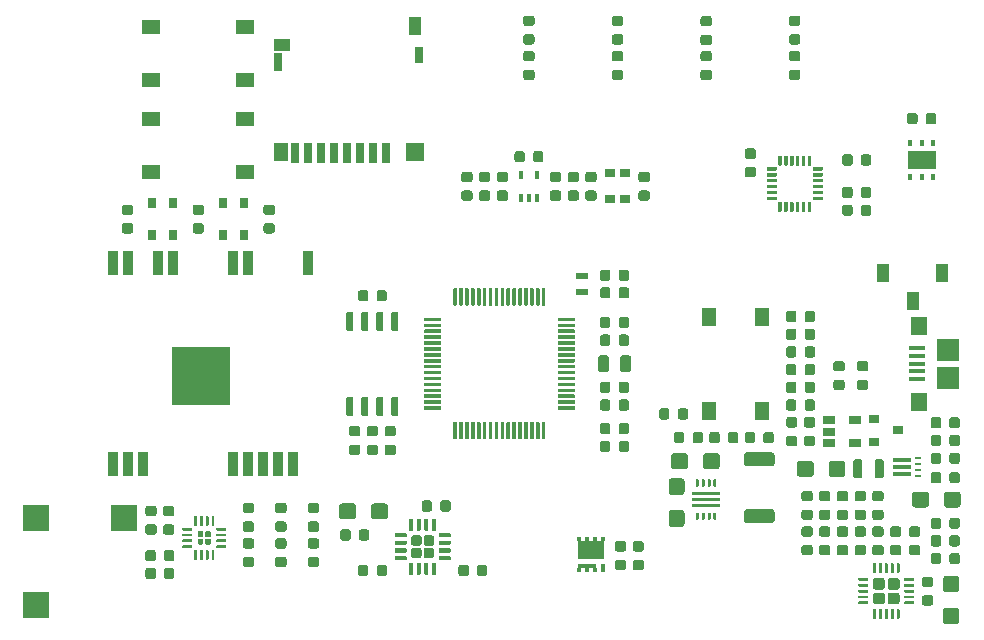
<source format=gbr>
G04 #@! TF.GenerationSoftware,KiCad,Pcbnew,5.1.5-1.fc31*
G04 #@! TF.CreationDate,2020-05-26T19:56:10+07:00*
G04 #@! TF.ProjectId,MP_SamBaseBoard_V1,4d505f53-616d-4426-9173-65426f617264,rev?*
G04 #@! TF.SameCoordinates,Original*
G04 #@! TF.FileFunction,Paste,Top*
G04 #@! TF.FilePolarity,Positive*
%FSLAX45Y45*%
G04 Gerber Fmt 4.5, Leading zero omitted, Abs format (unit mm)*
G04 Created by KiCad (PCBNEW 5.1.5-1.fc31) date 2020-05-26 19:56:10*
%MOMM*%
%LPD*%
G04 APERTURE LIST*
%ADD10C,0.100000*%
%ADD11R,1.500000X0.300000*%
%ADD12R,0.600000X0.250000*%
%ADD13R,0.800000X0.950000*%
%ADD14R,0.900000X0.660000*%
%ADD15R,0.900000X0.800000*%
%ADD16R,1.300000X1.550000*%
%ADD17R,1.000000X1.600000*%
%ADD18R,1.550000X1.300000*%
%ADD19R,0.900000X2.000000*%
%ADD20R,5.000000X5.000000*%
%ADD21R,1.060000X0.650000*%
%ADD22R,0.400000X0.600000*%
%ADD23R,2.400000X1.500000*%
%ADD24R,0.300000X0.750000*%
%ADD25R,0.300000X0.400000*%
%ADD26R,1.634000X0.400000*%
%ADD27R,2.300000X1.500000*%
%ADD28R,0.400000X0.650000*%
%ADD29R,1.100000X0.600000*%
%ADD30R,2.195000X2.195000*%
%ADD31R,1.350000X0.400000*%
%ADD32R,1.400000X1.600000*%
%ADD33R,1.900000X1.900000*%
%ADD34R,0.700000X1.750000*%
%ADD35R,1.300000X1.500000*%
%ADD36R,0.800000X1.500000*%
%ADD37R,1.450000X1.000000*%
%ADD38R,0.800000X1.400000*%
%ADD39R,1.500000X1.500000*%
%ADD40R,1.000000X1.550000*%
G04 APERTURE END LIST*
D10*
G36*
X24902769Y-20192605D02*
G01*
X24904893Y-20192920D01*
X24906975Y-20193442D01*
X24908996Y-20194165D01*
X24910937Y-20195083D01*
X24912778Y-20196187D01*
X24914502Y-20197465D01*
X24916093Y-20198907D01*
X24917535Y-20200498D01*
X24918813Y-20202222D01*
X24919917Y-20204063D01*
X24920835Y-20206004D01*
X24921558Y-20208025D01*
X24922080Y-20210107D01*
X24922395Y-20212231D01*
X24922500Y-20214375D01*
X24922500Y-20265625D01*
X24922395Y-20267769D01*
X24922080Y-20269893D01*
X24921558Y-20271975D01*
X24920835Y-20273996D01*
X24919917Y-20275937D01*
X24918813Y-20277778D01*
X24917535Y-20279502D01*
X24916093Y-20281093D01*
X24914502Y-20282535D01*
X24912778Y-20283813D01*
X24910937Y-20284917D01*
X24908996Y-20285835D01*
X24906975Y-20286558D01*
X24904893Y-20287080D01*
X24902769Y-20287395D01*
X24900625Y-20287500D01*
X24856875Y-20287500D01*
X24854731Y-20287395D01*
X24852607Y-20287080D01*
X24850525Y-20286558D01*
X24848504Y-20285835D01*
X24846563Y-20284917D01*
X24844722Y-20283813D01*
X24842998Y-20282535D01*
X24841407Y-20281093D01*
X24839965Y-20279502D01*
X24838687Y-20277778D01*
X24837583Y-20275937D01*
X24836665Y-20273996D01*
X24835942Y-20271975D01*
X24835420Y-20269893D01*
X24835105Y-20267769D01*
X24835000Y-20265625D01*
X24835000Y-20214375D01*
X24835105Y-20212231D01*
X24835420Y-20210107D01*
X24835942Y-20208025D01*
X24836665Y-20206004D01*
X24837583Y-20204063D01*
X24838687Y-20202222D01*
X24839965Y-20200498D01*
X24841407Y-20198907D01*
X24842998Y-20197465D01*
X24844722Y-20196187D01*
X24846563Y-20195083D01*
X24848504Y-20194165D01*
X24850525Y-20193442D01*
X24852607Y-20192920D01*
X24854731Y-20192605D01*
X24856875Y-20192500D01*
X24900625Y-20192500D01*
X24902769Y-20192605D01*
G37*
G36*
X24745269Y-20192605D02*
G01*
X24747393Y-20192920D01*
X24749475Y-20193442D01*
X24751496Y-20194165D01*
X24753437Y-20195083D01*
X24755278Y-20196187D01*
X24757002Y-20197465D01*
X24758593Y-20198907D01*
X24760035Y-20200498D01*
X24761313Y-20202222D01*
X24762417Y-20204063D01*
X24763335Y-20206004D01*
X24764058Y-20208025D01*
X24764580Y-20210107D01*
X24764895Y-20212231D01*
X24765000Y-20214375D01*
X24765000Y-20265625D01*
X24764895Y-20267769D01*
X24764580Y-20269893D01*
X24764058Y-20271975D01*
X24763335Y-20273996D01*
X24762417Y-20275937D01*
X24761313Y-20277778D01*
X24760035Y-20279502D01*
X24758593Y-20281093D01*
X24757002Y-20282535D01*
X24755278Y-20283813D01*
X24753437Y-20284917D01*
X24751496Y-20285835D01*
X24749475Y-20286558D01*
X24747393Y-20287080D01*
X24745269Y-20287395D01*
X24743125Y-20287500D01*
X24699375Y-20287500D01*
X24697231Y-20287395D01*
X24695107Y-20287080D01*
X24693025Y-20286558D01*
X24691004Y-20285835D01*
X24689063Y-20284917D01*
X24687222Y-20283813D01*
X24685498Y-20282535D01*
X24683907Y-20281093D01*
X24682465Y-20279502D01*
X24681187Y-20277778D01*
X24680083Y-20275937D01*
X24679165Y-20273996D01*
X24678442Y-20271975D01*
X24677920Y-20269893D01*
X24677605Y-20267769D01*
X24677500Y-20265625D01*
X24677500Y-20214375D01*
X24677605Y-20212231D01*
X24677920Y-20210107D01*
X24678442Y-20208025D01*
X24679165Y-20206004D01*
X24680083Y-20204063D01*
X24681187Y-20202222D01*
X24682465Y-20200498D01*
X24683907Y-20198907D01*
X24685498Y-20197465D01*
X24687222Y-20196187D01*
X24689063Y-20195083D01*
X24691004Y-20194165D01*
X24693025Y-20193442D01*
X24695107Y-20192920D01*
X24697231Y-20192605D01*
X24699375Y-20192500D01*
X24743125Y-20192500D01*
X24745269Y-20192605D01*
G37*
D11*
X24430000Y-20090000D03*
X24430000Y-20150000D03*
X24430000Y-20210000D03*
D12*
X24565000Y-20075000D03*
X24565000Y-20125000D03*
X24565000Y-20175000D03*
X24565000Y-20225000D03*
D10*
G36*
X22856863Y-20255030D02*
G01*
X22857469Y-20255120D01*
X22858064Y-20255269D01*
X22858642Y-20255476D01*
X22859196Y-20255738D01*
X22859722Y-20256053D01*
X22860215Y-20256419D01*
X22860669Y-20256831D01*
X22861081Y-20257285D01*
X22861447Y-20257778D01*
X22861762Y-20258304D01*
X22862024Y-20258858D01*
X22862231Y-20259436D01*
X22862380Y-20260031D01*
X22862470Y-20260637D01*
X22862500Y-20261250D01*
X22862500Y-20308750D01*
X22862470Y-20309363D01*
X22862380Y-20309969D01*
X22862231Y-20310564D01*
X22862024Y-20311142D01*
X22861762Y-20311696D01*
X22861447Y-20312222D01*
X22861081Y-20312715D01*
X22860669Y-20313169D01*
X22860215Y-20313581D01*
X22859722Y-20313947D01*
X22859196Y-20314262D01*
X22858642Y-20314524D01*
X22858064Y-20314731D01*
X22857469Y-20314880D01*
X22856863Y-20314970D01*
X22856250Y-20315000D01*
X22843750Y-20315000D01*
X22843137Y-20314970D01*
X22842531Y-20314880D01*
X22841936Y-20314731D01*
X22841358Y-20314524D01*
X22840804Y-20314262D01*
X22840278Y-20313947D01*
X22839785Y-20313581D01*
X22839331Y-20313169D01*
X22838919Y-20312715D01*
X22838553Y-20312222D01*
X22838238Y-20311696D01*
X22837976Y-20311142D01*
X22837769Y-20310564D01*
X22837620Y-20309969D01*
X22837530Y-20309363D01*
X22837500Y-20308750D01*
X22837500Y-20261250D01*
X22837530Y-20260637D01*
X22837620Y-20260031D01*
X22837769Y-20259436D01*
X22837976Y-20258858D01*
X22838238Y-20258304D01*
X22838553Y-20257778D01*
X22838919Y-20257285D01*
X22839331Y-20256831D01*
X22839785Y-20256419D01*
X22840278Y-20256053D01*
X22840804Y-20255738D01*
X22841358Y-20255476D01*
X22841936Y-20255269D01*
X22842531Y-20255120D01*
X22843137Y-20255030D01*
X22843750Y-20255000D01*
X22856250Y-20255000D01*
X22856863Y-20255030D01*
G37*
G36*
X22806863Y-20255030D02*
G01*
X22807469Y-20255120D01*
X22808064Y-20255269D01*
X22808642Y-20255476D01*
X22809196Y-20255738D01*
X22809722Y-20256053D01*
X22810215Y-20256419D01*
X22810669Y-20256831D01*
X22811081Y-20257285D01*
X22811447Y-20257778D01*
X22811762Y-20258304D01*
X22812024Y-20258858D01*
X22812231Y-20259436D01*
X22812380Y-20260031D01*
X22812470Y-20260637D01*
X22812500Y-20261250D01*
X22812500Y-20308750D01*
X22812470Y-20309363D01*
X22812380Y-20309969D01*
X22812231Y-20310564D01*
X22812024Y-20311142D01*
X22811762Y-20311696D01*
X22811447Y-20312222D01*
X22811081Y-20312715D01*
X22810669Y-20313169D01*
X22810215Y-20313581D01*
X22809722Y-20313947D01*
X22809196Y-20314262D01*
X22808642Y-20314524D01*
X22808064Y-20314731D01*
X22807469Y-20314880D01*
X22806863Y-20314970D01*
X22806250Y-20315000D01*
X22793750Y-20315000D01*
X22793137Y-20314970D01*
X22792531Y-20314880D01*
X22791936Y-20314731D01*
X22791358Y-20314524D01*
X22790804Y-20314262D01*
X22790278Y-20313947D01*
X22789785Y-20313581D01*
X22789331Y-20313169D01*
X22788919Y-20312715D01*
X22788553Y-20312222D01*
X22788238Y-20311696D01*
X22787976Y-20311142D01*
X22787769Y-20310564D01*
X22787620Y-20309969D01*
X22787530Y-20309363D01*
X22787500Y-20308750D01*
X22787500Y-20261250D01*
X22787530Y-20260637D01*
X22787620Y-20260031D01*
X22787769Y-20259436D01*
X22787976Y-20258858D01*
X22788238Y-20258304D01*
X22788553Y-20257778D01*
X22788919Y-20257285D01*
X22789331Y-20256831D01*
X22789785Y-20256419D01*
X22790278Y-20256053D01*
X22790804Y-20255738D01*
X22791358Y-20255476D01*
X22791936Y-20255269D01*
X22792531Y-20255120D01*
X22793137Y-20255030D01*
X22793750Y-20255000D01*
X22806250Y-20255000D01*
X22806863Y-20255030D01*
G37*
G36*
X22756863Y-20255030D02*
G01*
X22757469Y-20255120D01*
X22758064Y-20255269D01*
X22758642Y-20255476D01*
X22759196Y-20255738D01*
X22759722Y-20256053D01*
X22760215Y-20256419D01*
X22760669Y-20256831D01*
X22761081Y-20257285D01*
X22761447Y-20257778D01*
X22761762Y-20258304D01*
X22762024Y-20258858D01*
X22762231Y-20259436D01*
X22762380Y-20260031D01*
X22762470Y-20260637D01*
X22762500Y-20261250D01*
X22762500Y-20308750D01*
X22762470Y-20309363D01*
X22762380Y-20309969D01*
X22762231Y-20310564D01*
X22762024Y-20311142D01*
X22761762Y-20311696D01*
X22761447Y-20312222D01*
X22761081Y-20312715D01*
X22760669Y-20313169D01*
X22760215Y-20313581D01*
X22759722Y-20313947D01*
X22759196Y-20314262D01*
X22758642Y-20314524D01*
X22758064Y-20314731D01*
X22757469Y-20314880D01*
X22756863Y-20314970D01*
X22756250Y-20315000D01*
X22743750Y-20315000D01*
X22743137Y-20314970D01*
X22742531Y-20314880D01*
X22741936Y-20314731D01*
X22741358Y-20314524D01*
X22740804Y-20314262D01*
X22740278Y-20313947D01*
X22739785Y-20313581D01*
X22739331Y-20313169D01*
X22738919Y-20312715D01*
X22738553Y-20312222D01*
X22738238Y-20311696D01*
X22737976Y-20311142D01*
X22737769Y-20310564D01*
X22737620Y-20309969D01*
X22737530Y-20309363D01*
X22737500Y-20308750D01*
X22737500Y-20261250D01*
X22737530Y-20260637D01*
X22737620Y-20260031D01*
X22737769Y-20259436D01*
X22737976Y-20258858D01*
X22738238Y-20258304D01*
X22738553Y-20257778D01*
X22738919Y-20257285D01*
X22739331Y-20256831D01*
X22739785Y-20256419D01*
X22740278Y-20256053D01*
X22740804Y-20255738D01*
X22741358Y-20255476D01*
X22741936Y-20255269D01*
X22742531Y-20255120D01*
X22743137Y-20255030D01*
X22743750Y-20255000D01*
X22756250Y-20255000D01*
X22756863Y-20255030D01*
G37*
G36*
X22856863Y-20535030D02*
G01*
X22857469Y-20535120D01*
X22858064Y-20535269D01*
X22858642Y-20535476D01*
X22859196Y-20535738D01*
X22859722Y-20536053D01*
X22860215Y-20536419D01*
X22860669Y-20536831D01*
X22861081Y-20537285D01*
X22861447Y-20537778D01*
X22861762Y-20538304D01*
X22862024Y-20538858D01*
X22862231Y-20539436D01*
X22862380Y-20540031D01*
X22862470Y-20540637D01*
X22862500Y-20541250D01*
X22862500Y-20588750D01*
X22862470Y-20589363D01*
X22862380Y-20589969D01*
X22862231Y-20590564D01*
X22862024Y-20591142D01*
X22861762Y-20591696D01*
X22861447Y-20592222D01*
X22861081Y-20592715D01*
X22860669Y-20593169D01*
X22860215Y-20593581D01*
X22859722Y-20593947D01*
X22859196Y-20594262D01*
X22858642Y-20594524D01*
X22858064Y-20594731D01*
X22857469Y-20594880D01*
X22856863Y-20594970D01*
X22856250Y-20595000D01*
X22843750Y-20595000D01*
X22843137Y-20594970D01*
X22842531Y-20594880D01*
X22841936Y-20594731D01*
X22841358Y-20594524D01*
X22840804Y-20594262D01*
X22840278Y-20593947D01*
X22839785Y-20593581D01*
X22839331Y-20593169D01*
X22838919Y-20592715D01*
X22838553Y-20592222D01*
X22838238Y-20591696D01*
X22837976Y-20591142D01*
X22837769Y-20590564D01*
X22837620Y-20589969D01*
X22837530Y-20589363D01*
X22837500Y-20588750D01*
X22837500Y-20541250D01*
X22837530Y-20540637D01*
X22837620Y-20540031D01*
X22837769Y-20539436D01*
X22837976Y-20538858D01*
X22838238Y-20538304D01*
X22838553Y-20537778D01*
X22838919Y-20537285D01*
X22839331Y-20536831D01*
X22839785Y-20536419D01*
X22840278Y-20536053D01*
X22840804Y-20535738D01*
X22841358Y-20535476D01*
X22841936Y-20535269D01*
X22842531Y-20535120D01*
X22843137Y-20535030D01*
X22843750Y-20535000D01*
X22856250Y-20535000D01*
X22856863Y-20535030D01*
G37*
G36*
X22806863Y-20535030D02*
G01*
X22807469Y-20535120D01*
X22808064Y-20535269D01*
X22808642Y-20535476D01*
X22809196Y-20535738D01*
X22809722Y-20536053D01*
X22810215Y-20536419D01*
X22810669Y-20536831D01*
X22811081Y-20537285D01*
X22811447Y-20537778D01*
X22811762Y-20538304D01*
X22812024Y-20538858D01*
X22812231Y-20539436D01*
X22812380Y-20540031D01*
X22812470Y-20540637D01*
X22812500Y-20541250D01*
X22812500Y-20588750D01*
X22812470Y-20589363D01*
X22812380Y-20589969D01*
X22812231Y-20590564D01*
X22812024Y-20591142D01*
X22811762Y-20591696D01*
X22811447Y-20592222D01*
X22811081Y-20592715D01*
X22810669Y-20593169D01*
X22810215Y-20593581D01*
X22809722Y-20593947D01*
X22809196Y-20594262D01*
X22808642Y-20594524D01*
X22808064Y-20594731D01*
X22807469Y-20594880D01*
X22806863Y-20594970D01*
X22806250Y-20595000D01*
X22793750Y-20595000D01*
X22793137Y-20594970D01*
X22792531Y-20594880D01*
X22791936Y-20594731D01*
X22791358Y-20594524D01*
X22790804Y-20594262D01*
X22790278Y-20593947D01*
X22789785Y-20593581D01*
X22789331Y-20593169D01*
X22788919Y-20592715D01*
X22788553Y-20592222D01*
X22788238Y-20591696D01*
X22787976Y-20591142D01*
X22787769Y-20590564D01*
X22787620Y-20589969D01*
X22787530Y-20589363D01*
X22787500Y-20588750D01*
X22787500Y-20541250D01*
X22787530Y-20540637D01*
X22787620Y-20540031D01*
X22787769Y-20539436D01*
X22787976Y-20538858D01*
X22788238Y-20538304D01*
X22788553Y-20537778D01*
X22788919Y-20537285D01*
X22789331Y-20536831D01*
X22789785Y-20536419D01*
X22790278Y-20536053D01*
X22790804Y-20535738D01*
X22791358Y-20535476D01*
X22791936Y-20535269D01*
X22792531Y-20535120D01*
X22793137Y-20535030D01*
X22793750Y-20535000D01*
X22806250Y-20535000D01*
X22806863Y-20535030D01*
G37*
G36*
X22756863Y-20535030D02*
G01*
X22757469Y-20535120D01*
X22758064Y-20535269D01*
X22758642Y-20535476D01*
X22759196Y-20535738D01*
X22759722Y-20536053D01*
X22760215Y-20536419D01*
X22760669Y-20536831D01*
X22761081Y-20537285D01*
X22761447Y-20537778D01*
X22761762Y-20538304D01*
X22762024Y-20538858D01*
X22762231Y-20539436D01*
X22762380Y-20540031D01*
X22762470Y-20540637D01*
X22762500Y-20541250D01*
X22762500Y-20588750D01*
X22762470Y-20589363D01*
X22762380Y-20589969D01*
X22762231Y-20590564D01*
X22762024Y-20591142D01*
X22761762Y-20591696D01*
X22761447Y-20592222D01*
X22761081Y-20592715D01*
X22760669Y-20593169D01*
X22760215Y-20593581D01*
X22759722Y-20593947D01*
X22759196Y-20594262D01*
X22758642Y-20594524D01*
X22758064Y-20594731D01*
X22757469Y-20594880D01*
X22756863Y-20594970D01*
X22756250Y-20595000D01*
X22743750Y-20595000D01*
X22743137Y-20594970D01*
X22742531Y-20594880D01*
X22741936Y-20594731D01*
X22741358Y-20594524D01*
X22740804Y-20594262D01*
X22740278Y-20593947D01*
X22739785Y-20593581D01*
X22739331Y-20593169D01*
X22738919Y-20592715D01*
X22738553Y-20592222D01*
X22738238Y-20591696D01*
X22737976Y-20591142D01*
X22737769Y-20590564D01*
X22737620Y-20589969D01*
X22737530Y-20589363D01*
X22737500Y-20588750D01*
X22737500Y-20541250D01*
X22737530Y-20540637D01*
X22737620Y-20540031D01*
X22737769Y-20539436D01*
X22737976Y-20538858D01*
X22738238Y-20538304D01*
X22738553Y-20537778D01*
X22738919Y-20537285D01*
X22739331Y-20536831D01*
X22739785Y-20536419D01*
X22740278Y-20536053D01*
X22740804Y-20535738D01*
X22741358Y-20535476D01*
X22741936Y-20535269D01*
X22742531Y-20535120D01*
X22743137Y-20535030D01*
X22743750Y-20535000D01*
X22756250Y-20535000D01*
X22756863Y-20535030D01*
G37*
G36*
X22706863Y-20535030D02*
G01*
X22707469Y-20535120D01*
X22708064Y-20535269D01*
X22708642Y-20535476D01*
X22709196Y-20535738D01*
X22709722Y-20536053D01*
X22710215Y-20536419D01*
X22710669Y-20536831D01*
X22711081Y-20537285D01*
X22711447Y-20537778D01*
X22711762Y-20538304D01*
X22712024Y-20538858D01*
X22712231Y-20539436D01*
X22712380Y-20540031D01*
X22712470Y-20540637D01*
X22712500Y-20541250D01*
X22712500Y-20588750D01*
X22712470Y-20589363D01*
X22712380Y-20589969D01*
X22712231Y-20590564D01*
X22712024Y-20591142D01*
X22711762Y-20591696D01*
X22711447Y-20592222D01*
X22711081Y-20592715D01*
X22710669Y-20593169D01*
X22710215Y-20593581D01*
X22709722Y-20593947D01*
X22709196Y-20594262D01*
X22708642Y-20594524D01*
X22708064Y-20594731D01*
X22707469Y-20594880D01*
X22706863Y-20594970D01*
X22706250Y-20595000D01*
X22693750Y-20595000D01*
X22693137Y-20594970D01*
X22692531Y-20594880D01*
X22691936Y-20594731D01*
X22691358Y-20594524D01*
X22690804Y-20594262D01*
X22690278Y-20593947D01*
X22689785Y-20593581D01*
X22689331Y-20593169D01*
X22688919Y-20592715D01*
X22688553Y-20592222D01*
X22688238Y-20591696D01*
X22687976Y-20591142D01*
X22687769Y-20590564D01*
X22687620Y-20589969D01*
X22687530Y-20589363D01*
X22687500Y-20588750D01*
X22687500Y-20541250D01*
X22687530Y-20540637D01*
X22687620Y-20540031D01*
X22687769Y-20539436D01*
X22687976Y-20538858D01*
X22688238Y-20538304D01*
X22688553Y-20537778D01*
X22688919Y-20537285D01*
X22689331Y-20536831D01*
X22689785Y-20536419D01*
X22690278Y-20536053D01*
X22690804Y-20535738D01*
X22691358Y-20535476D01*
X22691936Y-20535269D01*
X22692531Y-20535120D01*
X22693137Y-20535030D01*
X22693750Y-20535000D01*
X22706250Y-20535000D01*
X22706863Y-20535030D01*
G37*
G36*
X22706863Y-20255030D02*
G01*
X22707469Y-20255120D01*
X22708064Y-20255269D01*
X22708642Y-20255476D01*
X22709196Y-20255738D01*
X22709722Y-20256053D01*
X22710215Y-20256419D01*
X22710669Y-20256831D01*
X22711081Y-20257285D01*
X22711447Y-20257778D01*
X22711762Y-20258304D01*
X22712024Y-20258858D01*
X22712231Y-20259436D01*
X22712380Y-20260031D01*
X22712470Y-20260637D01*
X22712500Y-20261250D01*
X22712500Y-20308750D01*
X22712470Y-20309363D01*
X22712380Y-20309969D01*
X22712231Y-20310564D01*
X22712024Y-20311142D01*
X22711762Y-20311696D01*
X22711447Y-20312222D01*
X22711081Y-20312715D01*
X22710669Y-20313169D01*
X22710215Y-20313581D01*
X22709722Y-20313947D01*
X22709196Y-20314262D01*
X22708642Y-20314524D01*
X22708064Y-20314731D01*
X22707469Y-20314880D01*
X22706863Y-20314970D01*
X22706250Y-20315000D01*
X22693750Y-20315000D01*
X22693137Y-20314970D01*
X22692531Y-20314880D01*
X22691936Y-20314731D01*
X22691358Y-20314524D01*
X22690804Y-20314262D01*
X22690278Y-20313947D01*
X22689785Y-20313581D01*
X22689331Y-20313169D01*
X22688919Y-20312715D01*
X22688553Y-20312222D01*
X22688238Y-20311696D01*
X22687976Y-20311142D01*
X22687769Y-20310564D01*
X22687620Y-20309969D01*
X22687530Y-20309363D01*
X22687500Y-20308750D01*
X22687500Y-20261250D01*
X22687530Y-20260637D01*
X22687620Y-20260031D01*
X22687769Y-20259436D01*
X22687976Y-20258858D01*
X22688238Y-20258304D01*
X22688553Y-20257778D01*
X22688919Y-20257285D01*
X22689331Y-20256831D01*
X22689785Y-20256419D01*
X22690278Y-20256053D01*
X22690804Y-20255738D01*
X22691358Y-20255476D01*
X22691936Y-20255269D01*
X22692531Y-20255120D01*
X22693137Y-20255030D01*
X22693750Y-20255000D01*
X22706250Y-20255000D01*
X22706863Y-20255030D01*
G37*
G36*
X22889363Y-20462530D02*
G01*
X22889969Y-20462620D01*
X22890564Y-20462769D01*
X22891142Y-20462976D01*
X22891696Y-20463238D01*
X22892222Y-20463553D01*
X22892715Y-20463919D01*
X22893169Y-20464331D01*
X22893581Y-20464785D01*
X22893947Y-20465278D01*
X22894262Y-20465804D01*
X22894524Y-20466358D01*
X22894731Y-20466936D01*
X22894880Y-20467531D01*
X22894970Y-20468137D01*
X22895000Y-20468750D01*
X22895000Y-20481250D01*
X22894970Y-20481863D01*
X22894880Y-20482469D01*
X22894731Y-20483064D01*
X22894524Y-20483642D01*
X22894262Y-20484196D01*
X22893947Y-20484722D01*
X22893581Y-20485215D01*
X22893169Y-20485669D01*
X22892715Y-20486081D01*
X22892222Y-20486447D01*
X22891696Y-20486762D01*
X22891142Y-20487024D01*
X22890564Y-20487231D01*
X22889969Y-20487380D01*
X22889363Y-20487470D01*
X22888750Y-20487500D01*
X22661250Y-20487500D01*
X22660637Y-20487470D01*
X22660031Y-20487380D01*
X22659436Y-20487231D01*
X22658858Y-20487024D01*
X22658304Y-20486762D01*
X22657778Y-20486447D01*
X22657285Y-20486081D01*
X22656831Y-20485669D01*
X22656419Y-20485215D01*
X22656053Y-20484722D01*
X22655738Y-20484196D01*
X22655476Y-20483642D01*
X22655269Y-20483064D01*
X22655120Y-20482469D01*
X22655030Y-20481863D01*
X22655000Y-20481250D01*
X22655000Y-20468750D01*
X22655030Y-20468137D01*
X22655120Y-20467531D01*
X22655269Y-20466936D01*
X22655476Y-20466358D01*
X22655738Y-20465804D01*
X22656053Y-20465278D01*
X22656419Y-20464785D01*
X22656831Y-20464331D01*
X22657285Y-20463919D01*
X22657778Y-20463553D01*
X22658304Y-20463238D01*
X22658858Y-20462976D01*
X22659436Y-20462769D01*
X22660031Y-20462620D01*
X22660637Y-20462530D01*
X22661250Y-20462500D01*
X22888750Y-20462500D01*
X22889363Y-20462530D01*
G37*
G36*
X22889363Y-20362530D02*
G01*
X22889969Y-20362620D01*
X22890564Y-20362769D01*
X22891142Y-20362976D01*
X22891696Y-20363238D01*
X22892222Y-20363553D01*
X22892715Y-20363919D01*
X22893169Y-20364331D01*
X22893581Y-20364785D01*
X22893947Y-20365278D01*
X22894262Y-20365804D01*
X22894524Y-20366358D01*
X22894731Y-20366936D01*
X22894880Y-20367531D01*
X22894970Y-20368137D01*
X22895000Y-20368750D01*
X22895000Y-20381250D01*
X22894970Y-20381863D01*
X22894880Y-20382469D01*
X22894731Y-20383064D01*
X22894524Y-20383642D01*
X22894262Y-20384196D01*
X22893947Y-20384722D01*
X22893581Y-20385215D01*
X22893169Y-20385669D01*
X22892715Y-20386081D01*
X22892222Y-20386447D01*
X22891696Y-20386762D01*
X22891142Y-20387024D01*
X22890564Y-20387231D01*
X22889969Y-20387380D01*
X22889363Y-20387470D01*
X22888750Y-20387500D01*
X22661250Y-20387500D01*
X22660637Y-20387470D01*
X22660031Y-20387380D01*
X22659436Y-20387231D01*
X22658858Y-20387024D01*
X22658304Y-20386762D01*
X22657778Y-20386447D01*
X22657285Y-20386081D01*
X22656831Y-20385669D01*
X22656419Y-20385215D01*
X22656053Y-20384722D01*
X22655738Y-20384196D01*
X22655476Y-20383642D01*
X22655269Y-20383064D01*
X22655120Y-20382469D01*
X22655030Y-20381863D01*
X22655000Y-20381250D01*
X22655000Y-20368750D01*
X22655030Y-20368137D01*
X22655120Y-20367531D01*
X22655269Y-20366936D01*
X22655476Y-20366358D01*
X22655738Y-20365804D01*
X22656053Y-20365278D01*
X22656419Y-20364785D01*
X22656831Y-20364331D01*
X22657285Y-20363919D01*
X22657778Y-20363553D01*
X22658304Y-20363238D01*
X22658858Y-20362976D01*
X22659436Y-20362769D01*
X22660031Y-20362620D01*
X22660637Y-20362530D01*
X22661250Y-20362500D01*
X22888750Y-20362500D01*
X22889363Y-20362530D01*
G37*
G36*
X22889363Y-20412530D02*
G01*
X22889969Y-20412620D01*
X22890564Y-20412769D01*
X22891142Y-20412976D01*
X22891696Y-20413238D01*
X22892222Y-20413553D01*
X22892715Y-20413919D01*
X22893169Y-20414331D01*
X22893581Y-20414785D01*
X22893947Y-20415278D01*
X22894262Y-20415804D01*
X22894524Y-20416358D01*
X22894731Y-20416936D01*
X22894880Y-20417531D01*
X22894970Y-20418137D01*
X22895000Y-20418750D01*
X22895000Y-20431250D01*
X22894970Y-20431863D01*
X22894880Y-20432469D01*
X22894731Y-20433064D01*
X22894524Y-20433642D01*
X22894262Y-20434196D01*
X22893947Y-20434722D01*
X22893581Y-20435215D01*
X22893169Y-20435669D01*
X22892715Y-20436081D01*
X22892222Y-20436447D01*
X22891696Y-20436762D01*
X22891142Y-20437024D01*
X22890564Y-20437231D01*
X22889969Y-20437380D01*
X22889363Y-20437470D01*
X22888750Y-20437500D01*
X22661250Y-20437500D01*
X22660637Y-20437470D01*
X22660031Y-20437380D01*
X22659436Y-20437231D01*
X22658858Y-20437024D01*
X22658304Y-20436762D01*
X22657778Y-20436447D01*
X22657285Y-20436081D01*
X22656831Y-20435669D01*
X22656419Y-20435215D01*
X22656053Y-20434722D01*
X22655738Y-20434196D01*
X22655476Y-20433642D01*
X22655269Y-20433064D01*
X22655120Y-20432469D01*
X22655030Y-20431863D01*
X22655000Y-20431250D01*
X22655000Y-20418750D01*
X22655030Y-20418137D01*
X22655120Y-20417531D01*
X22655269Y-20416936D01*
X22655476Y-20416358D01*
X22655738Y-20415804D01*
X22656053Y-20415278D01*
X22656419Y-20414785D01*
X22656831Y-20414331D01*
X22657285Y-20413919D01*
X22657778Y-20413553D01*
X22658304Y-20413238D01*
X22658858Y-20412976D01*
X22659436Y-20412769D01*
X22660031Y-20412620D01*
X22660637Y-20412530D01*
X22661250Y-20412500D01*
X22888750Y-20412500D01*
X22889363Y-20412530D01*
G37*
G36*
X23677769Y-18827605D02*
G01*
X23679893Y-18827920D01*
X23681975Y-18828442D01*
X23683996Y-18829165D01*
X23685937Y-18830083D01*
X23687778Y-18831187D01*
X23689502Y-18832465D01*
X23691093Y-18833907D01*
X23692535Y-18835498D01*
X23693813Y-18837222D01*
X23694917Y-18839063D01*
X23695835Y-18841004D01*
X23696558Y-18843025D01*
X23697080Y-18845107D01*
X23697395Y-18847231D01*
X23697500Y-18849375D01*
X23697500Y-18900625D01*
X23697395Y-18902769D01*
X23697080Y-18904893D01*
X23696558Y-18906975D01*
X23695835Y-18908996D01*
X23694917Y-18910937D01*
X23693813Y-18912778D01*
X23692535Y-18914502D01*
X23691093Y-18916093D01*
X23689502Y-18917535D01*
X23687778Y-18918813D01*
X23685937Y-18919917D01*
X23683996Y-18920835D01*
X23681975Y-18921558D01*
X23679893Y-18922080D01*
X23677769Y-18922395D01*
X23675625Y-18922500D01*
X23631875Y-18922500D01*
X23629731Y-18922395D01*
X23627607Y-18922080D01*
X23625525Y-18921558D01*
X23623504Y-18920835D01*
X23621563Y-18919917D01*
X23619722Y-18918813D01*
X23617998Y-18917535D01*
X23616407Y-18916093D01*
X23614965Y-18914502D01*
X23613687Y-18912778D01*
X23612583Y-18910937D01*
X23611665Y-18908996D01*
X23610942Y-18906975D01*
X23610420Y-18904893D01*
X23610105Y-18902769D01*
X23610000Y-18900625D01*
X23610000Y-18849375D01*
X23610105Y-18847231D01*
X23610420Y-18845107D01*
X23610942Y-18843025D01*
X23611665Y-18841004D01*
X23612583Y-18839063D01*
X23613687Y-18837222D01*
X23614965Y-18835498D01*
X23616407Y-18833907D01*
X23617998Y-18832465D01*
X23619722Y-18831187D01*
X23621563Y-18830083D01*
X23623504Y-18829165D01*
X23625525Y-18828442D01*
X23627607Y-18827920D01*
X23629731Y-18827605D01*
X23631875Y-18827500D01*
X23675625Y-18827500D01*
X23677769Y-18827605D01*
G37*
G36*
X23520269Y-18827605D02*
G01*
X23522393Y-18827920D01*
X23524475Y-18828442D01*
X23526496Y-18829165D01*
X23528437Y-18830083D01*
X23530278Y-18831187D01*
X23532002Y-18832465D01*
X23533593Y-18833907D01*
X23535035Y-18835498D01*
X23536313Y-18837222D01*
X23537417Y-18839063D01*
X23538335Y-18841004D01*
X23539058Y-18843025D01*
X23539580Y-18845107D01*
X23539895Y-18847231D01*
X23540000Y-18849375D01*
X23540000Y-18900625D01*
X23539895Y-18902769D01*
X23539580Y-18904893D01*
X23539058Y-18906975D01*
X23538335Y-18908996D01*
X23537417Y-18910937D01*
X23536313Y-18912778D01*
X23535035Y-18914502D01*
X23533593Y-18916093D01*
X23532002Y-18917535D01*
X23530278Y-18918813D01*
X23528437Y-18919917D01*
X23526496Y-18920835D01*
X23524475Y-18921558D01*
X23522393Y-18922080D01*
X23520269Y-18922395D01*
X23518125Y-18922500D01*
X23474375Y-18922500D01*
X23472231Y-18922395D01*
X23470107Y-18922080D01*
X23468025Y-18921558D01*
X23466004Y-18920835D01*
X23464063Y-18919917D01*
X23462222Y-18918813D01*
X23460498Y-18917535D01*
X23458907Y-18916093D01*
X23457465Y-18914502D01*
X23456187Y-18912778D01*
X23455083Y-18910937D01*
X23454165Y-18908996D01*
X23453442Y-18906975D01*
X23452920Y-18904893D01*
X23452605Y-18902769D01*
X23452500Y-18900625D01*
X23452500Y-18849375D01*
X23452605Y-18847231D01*
X23452920Y-18845107D01*
X23453442Y-18843025D01*
X23454165Y-18841004D01*
X23455083Y-18839063D01*
X23456187Y-18837222D01*
X23457465Y-18835498D01*
X23458907Y-18833907D01*
X23460498Y-18832465D01*
X23462222Y-18831187D01*
X23464063Y-18830083D01*
X23466004Y-18829165D01*
X23468025Y-18828442D01*
X23470107Y-18827920D01*
X23472231Y-18827605D01*
X23474375Y-18827500D01*
X23518125Y-18827500D01*
X23520269Y-18827605D01*
G37*
G36*
X23677769Y-18977605D02*
G01*
X23679893Y-18977920D01*
X23681975Y-18978442D01*
X23683996Y-18979165D01*
X23685937Y-18980083D01*
X23687778Y-18981187D01*
X23689502Y-18982465D01*
X23691093Y-18983907D01*
X23692535Y-18985498D01*
X23693813Y-18987222D01*
X23694917Y-18989063D01*
X23695835Y-18991004D01*
X23696558Y-18993025D01*
X23697080Y-18995107D01*
X23697395Y-18997231D01*
X23697500Y-18999375D01*
X23697500Y-19050625D01*
X23697395Y-19052769D01*
X23697080Y-19054893D01*
X23696558Y-19056975D01*
X23695835Y-19058996D01*
X23694917Y-19060937D01*
X23693813Y-19062778D01*
X23692535Y-19064502D01*
X23691093Y-19066093D01*
X23689502Y-19067535D01*
X23687778Y-19068813D01*
X23685937Y-19069917D01*
X23683996Y-19070835D01*
X23681975Y-19071558D01*
X23679893Y-19072080D01*
X23677769Y-19072395D01*
X23675625Y-19072500D01*
X23631875Y-19072500D01*
X23629731Y-19072395D01*
X23627607Y-19072080D01*
X23625525Y-19071558D01*
X23623504Y-19070835D01*
X23621563Y-19069917D01*
X23619722Y-19068813D01*
X23617998Y-19067535D01*
X23616407Y-19066093D01*
X23614965Y-19064502D01*
X23613687Y-19062778D01*
X23612583Y-19060937D01*
X23611665Y-19058996D01*
X23610942Y-19056975D01*
X23610420Y-19054893D01*
X23610105Y-19052769D01*
X23610000Y-19050625D01*
X23610000Y-18999375D01*
X23610105Y-18997231D01*
X23610420Y-18995107D01*
X23610942Y-18993025D01*
X23611665Y-18991004D01*
X23612583Y-18989063D01*
X23613687Y-18987222D01*
X23614965Y-18985498D01*
X23616407Y-18983907D01*
X23617998Y-18982465D01*
X23619722Y-18981187D01*
X23621563Y-18980083D01*
X23623504Y-18979165D01*
X23625525Y-18978442D01*
X23627607Y-18977920D01*
X23629731Y-18977605D01*
X23631875Y-18977500D01*
X23675625Y-18977500D01*
X23677769Y-18977605D01*
G37*
G36*
X23520269Y-18977605D02*
G01*
X23522393Y-18977920D01*
X23524475Y-18978442D01*
X23526496Y-18979165D01*
X23528437Y-18980083D01*
X23530278Y-18981187D01*
X23532002Y-18982465D01*
X23533593Y-18983907D01*
X23535035Y-18985498D01*
X23536313Y-18987222D01*
X23537417Y-18989063D01*
X23538335Y-18991004D01*
X23539058Y-18993025D01*
X23539580Y-18995107D01*
X23539895Y-18997231D01*
X23540000Y-18999375D01*
X23540000Y-19050625D01*
X23539895Y-19052769D01*
X23539580Y-19054893D01*
X23539058Y-19056975D01*
X23538335Y-19058996D01*
X23537417Y-19060937D01*
X23536313Y-19062778D01*
X23535035Y-19064502D01*
X23533593Y-19066093D01*
X23532002Y-19067535D01*
X23530278Y-19068813D01*
X23528437Y-19069917D01*
X23526496Y-19070835D01*
X23524475Y-19071558D01*
X23522393Y-19072080D01*
X23520269Y-19072395D01*
X23518125Y-19072500D01*
X23474375Y-19072500D01*
X23472231Y-19072395D01*
X23470107Y-19072080D01*
X23468025Y-19071558D01*
X23466004Y-19070835D01*
X23464063Y-19069917D01*
X23462222Y-19068813D01*
X23460498Y-19067535D01*
X23458907Y-19066093D01*
X23457465Y-19064502D01*
X23456187Y-19062778D01*
X23455083Y-19060937D01*
X23454165Y-19058996D01*
X23453442Y-19056975D01*
X23452920Y-19054893D01*
X23452605Y-19052769D01*
X23452500Y-19050625D01*
X23452500Y-18999375D01*
X23452605Y-18997231D01*
X23452920Y-18995107D01*
X23453442Y-18993025D01*
X23454165Y-18991004D01*
X23455083Y-18989063D01*
X23456187Y-18987222D01*
X23457465Y-18985498D01*
X23458907Y-18983907D01*
X23460498Y-18982465D01*
X23462222Y-18981187D01*
X23464063Y-18980083D01*
X23466004Y-18979165D01*
X23468025Y-18978442D01*
X23470107Y-18977920D01*
X23472231Y-18977605D01*
X23474375Y-18977500D01*
X23518125Y-18977500D01*
X23520269Y-18977605D01*
G37*
G36*
X21945269Y-19577605D02*
G01*
X21947393Y-19577920D01*
X21949475Y-19578442D01*
X21951496Y-19579165D01*
X21953437Y-19580083D01*
X21955278Y-19581187D01*
X21957002Y-19582465D01*
X21958593Y-19583907D01*
X21960035Y-19585498D01*
X21961313Y-19587222D01*
X21962417Y-19589063D01*
X21963335Y-19591004D01*
X21964058Y-19593025D01*
X21964580Y-19595107D01*
X21964895Y-19597231D01*
X21965000Y-19599375D01*
X21965000Y-19650625D01*
X21964895Y-19652769D01*
X21964580Y-19654893D01*
X21964058Y-19656975D01*
X21963335Y-19658996D01*
X21962417Y-19660937D01*
X21961313Y-19662778D01*
X21960035Y-19664502D01*
X21958593Y-19666093D01*
X21957002Y-19667535D01*
X21955278Y-19668813D01*
X21953437Y-19669917D01*
X21951496Y-19670835D01*
X21949475Y-19671558D01*
X21947393Y-19672080D01*
X21945269Y-19672395D01*
X21943125Y-19672500D01*
X21899375Y-19672500D01*
X21897231Y-19672395D01*
X21895107Y-19672080D01*
X21893025Y-19671558D01*
X21891004Y-19670835D01*
X21889063Y-19669917D01*
X21887222Y-19668813D01*
X21885498Y-19667535D01*
X21883907Y-19666093D01*
X21882465Y-19664502D01*
X21881187Y-19662778D01*
X21880083Y-19660937D01*
X21879165Y-19658996D01*
X21878442Y-19656975D01*
X21877920Y-19654893D01*
X21877605Y-19652769D01*
X21877500Y-19650625D01*
X21877500Y-19599375D01*
X21877605Y-19597231D01*
X21877920Y-19595107D01*
X21878442Y-19593025D01*
X21879165Y-19591004D01*
X21880083Y-19589063D01*
X21881187Y-19587222D01*
X21882465Y-19585498D01*
X21883907Y-19583907D01*
X21885498Y-19582465D01*
X21887222Y-19581187D01*
X21889063Y-19580083D01*
X21891004Y-19579165D01*
X21893025Y-19578442D01*
X21895107Y-19577920D01*
X21897231Y-19577605D01*
X21899375Y-19577500D01*
X21943125Y-19577500D01*
X21945269Y-19577605D01*
G37*
G36*
X22102769Y-19577605D02*
G01*
X22104893Y-19577920D01*
X22106975Y-19578442D01*
X22108996Y-19579165D01*
X22110937Y-19580083D01*
X22112778Y-19581187D01*
X22114502Y-19582465D01*
X22116093Y-19583907D01*
X22117535Y-19585498D01*
X22118813Y-19587222D01*
X22119917Y-19589063D01*
X22120835Y-19591004D01*
X22121558Y-19593025D01*
X22122080Y-19595107D01*
X22122395Y-19597231D01*
X22122500Y-19599375D01*
X22122500Y-19650625D01*
X22122395Y-19652769D01*
X22122080Y-19654893D01*
X22121558Y-19656975D01*
X22120835Y-19658996D01*
X22119917Y-19660937D01*
X22118813Y-19662778D01*
X22117535Y-19664502D01*
X22116093Y-19666093D01*
X22114502Y-19667535D01*
X22112778Y-19668813D01*
X22110937Y-19669917D01*
X22108996Y-19670835D01*
X22106975Y-19671558D01*
X22104893Y-19672080D01*
X22102769Y-19672395D01*
X22100625Y-19672500D01*
X22056875Y-19672500D01*
X22054731Y-19672395D01*
X22052607Y-19672080D01*
X22050525Y-19671558D01*
X22048504Y-19670835D01*
X22046563Y-19669917D01*
X22044722Y-19668813D01*
X22042998Y-19667535D01*
X22041407Y-19666093D01*
X22039965Y-19664502D01*
X22038687Y-19662778D01*
X22037583Y-19660937D01*
X22036665Y-19658996D01*
X22035942Y-19656975D01*
X22035420Y-19654893D01*
X22035105Y-19652769D01*
X22035000Y-19650625D01*
X22035000Y-19599375D01*
X22035105Y-19597231D01*
X22035420Y-19595107D01*
X22035942Y-19593025D01*
X22036665Y-19591004D01*
X22037583Y-19589063D01*
X22038687Y-19587222D01*
X22039965Y-19585498D01*
X22041407Y-19583907D01*
X22042998Y-19582465D01*
X22044722Y-19581187D01*
X22046563Y-19580083D01*
X22048504Y-19579165D01*
X22050525Y-19578442D01*
X22052607Y-19577920D01*
X22054731Y-19577605D01*
X22056875Y-19577500D01*
X22100625Y-19577500D01*
X22102769Y-19577605D01*
G37*
G36*
X21945269Y-19427605D02*
G01*
X21947393Y-19427920D01*
X21949475Y-19428442D01*
X21951496Y-19429165D01*
X21953437Y-19430083D01*
X21955278Y-19431187D01*
X21957002Y-19432465D01*
X21958593Y-19433907D01*
X21960035Y-19435498D01*
X21961313Y-19437222D01*
X21962417Y-19439063D01*
X21963335Y-19441004D01*
X21964058Y-19443025D01*
X21964580Y-19445107D01*
X21964895Y-19447231D01*
X21965000Y-19449375D01*
X21965000Y-19500625D01*
X21964895Y-19502769D01*
X21964580Y-19504893D01*
X21964058Y-19506975D01*
X21963335Y-19508996D01*
X21962417Y-19510937D01*
X21961313Y-19512778D01*
X21960035Y-19514502D01*
X21958593Y-19516093D01*
X21957002Y-19517535D01*
X21955278Y-19518813D01*
X21953437Y-19519917D01*
X21951496Y-19520835D01*
X21949475Y-19521558D01*
X21947393Y-19522080D01*
X21945269Y-19522395D01*
X21943125Y-19522500D01*
X21899375Y-19522500D01*
X21897231Y-19522395D01*
X21895107Y-19522080D01*
X21893025Y-19521558D01*
X21891004Y-19520835D01*
X21889063Y-19519917D01*
X21887222Y-19518813D01*
X21885498Y-19517535D01*
X21883907Y-19516093D01*
X21882465Y-19514502D01*
X21881187Y-19512778D01*
X21880083Y-19510937D01*
X21879165Y-19508996D01*
X21878442Y-19506975D01*
X21877920Y-19504893D01*
X21877605Y-19502769D01*
X21877500Y-19500625D01*
X21877500Y-19449375D01*
X21877605Y-19447231D01*
X21877920Y-19445107D01*
X21878442Y-19443025D01*
X21879165Y-19441004D01*
X21880083Y-19439063D01*
X21881187Y-19437222D01*
X21882465Y-19435498D01*
X21883907Y-19433907D01*
X21885498Y-19432465D01*
X21887222Y-19431187D01*
X21889063Y-19430083D01*
X21891004Y-19429165D01*
X21893025Y-19428442D01*
X21895107Y-19427920D01*
X21897231Y-19427605D01*
X21899375Y-19427500D01*
X21943125Y-19427500D01*
X21945269Y-19427605D01*
G37*
G36*
X22102769Y-19427605D02*
G01*
X22104893Y-19427920D01*
X22106975Y-19428442D01*
X22108996Y-19429165D01*
X22110937Y-19430083D01*
X22112778Y-19431187D01*
X22114502Y-19432465D01*
X22116093Y-19433907D01*
X22117535Y-19435498D01*
X22118813Y-19437222D01*
X22119917Y-19439063D01*
X22120835Y-19441004D01*
X22121558Y-19443025D01*
X22122080Y-19445107D01*
X22122395Y-19447231D01*
X22122500Y-19449375D01*
X22122500Y-19500625D01*
X22122395Y-19502769D01*
X22122080Y-19504893D01*
X22121558Y-19506975D01*
X22120835Y-19508996D01*
X22119917Y-19510937D01*
X22118813Y-19512778D01*
X22117535Y-19514502D01*
X22116093Y-19516093D01*
X22114502Y-19517535D01*
X22112778Y-19518813D01*
X22110937Y-19519917D01*
X22108996Y-19520835D01*
X22106975Y-19521558D01*
X22104893Y-19522080D01*
X22102769Y-19522395D01*
X22100625Y-19522500D01*
X22056875Y-19522500D01*
X22054731Y-19522395D01*
X22052607Y-19522080D01*
X22050525Y-19521558D01*
X22048504Y-19520835D01*
X22046563Y-19519917D01*
X22044722Y-19518813D01*
X22042998Y-19517535D01*
X22041407Y-19516093D01*
X22039965Y-19514502D01*
X22038687Y-19512778D01*
X22037583Y-19510937D01*
X22036665Y-19508996D01*
X22035942Y-19506975D01*
X22035420Y-19504893D01*
X22035105Y-19502769D01*
X22035000Y-19500625D01*
X22035000Y-19449375D01*
X22035105Y-19447231D01*
X22035420Y-19445107D01*
X22035942Y-19443025D01*
X22036665Y-19441004D01*
X22037583Y-19439063D01*
X22038687Y-19437222D01*
X22039965Y-19435498D01*
X22041407Y-19433907D01*
X22042998Y-19432465D01*
X22044722Y-19431187D01*
X22046563Y-19430083D01*
X22048504Y-19429165D01*
X22050525Y-19428442D01*
X22052607Y-19427920D01*
X22054731Y-19427605D01*
X22056875Y-19427500D01*
X22100625Y-19427500D01*
X22102769Y-19427605D01*
G37*
G36*
X21945269Y-19027605D02*
G01*
X21947393Y-19027920D01*
X21949475Y-19028442D01*
X21951496Y-19029165D01*
X21953437Y-19030083D01*
X21955278Y-19031187D01*
X21957002Y-19032465D01*
X21958593Y-19033907D01*
X21960035Y-19035498D01*
X21961313Y-19037222D01*
X21962417Y-19039063D01*
X21963335Y-19041004D01*
X21964058Y-19043025D01*
X21964580Y-19045107D01*
X21964895Y-19047231D01*
X21965000Y-19049375D01*
X21965000Y-19100625D01*
X21964895Y-19102769D01*
X21964580Y-19104893D01*
X21964058Y-19106975D01*
X21963335Y-19108996D01*
X21962417Y-19110937D01*
X21961313Y-19112778D01*
X21960035Y-19114502D01*
X21958593Y-19116093D01*
X21957002Y-19117535D01*
X21955278Y-19118813D01*
X21953437Y-19119917D01*
X21951496Y-19120835D01*
X21949475Y-19121558D01*
X21947393Y-19122080D01*
X21945269Y-19122395D01*
X21943125Y-19122500D01*
X21899375Y-19122500D01*
X21897231Y-19122395D01*
X21895107Y-19122080D01*
X21893025Y-19121558D01*
X21891004Y-19120835D01*
X21889063Y-19119917D01*
X21887222Y-19118813D01*
X21885498Y-19117535D01*
X21883907Y-19116093D01*
X21882465Y-19114502D01*
X21881187Y-19112778D01*
X21880083Y-19110937D01*
X21879165Y-19108996D01*
X21878442Y-19106975D01*
X21877920Y-19104893D01*
X21877605Y-19102769D01*
X21877500Y-19100625D01*
X21877500Y-19049375D01*
X21877605Y-19047231D01*
X21877920Y-19045107D01*
X21878442Y-19043025D01*
X21879165Y-19041004D01*
X21880083Y-19039063D01*
X21881187Y-19037222D01*
X21882465Y-19035498D01*
X21883907Y-19033907D01*
X21885498Y-19032465D01*
X21887222Y-19031187D01*
X21889063Y-19030083D01*
X21891004Y-19029165D01*
X21893025Y-19028442D01*
X21895107Y-19027920D01*
X21897231Y-19027605D01*
X21899375Y-19027500D01*
X21943125Y-19027500D01*
X21945269Y-19027605D01*
G37*
G36*
X22102769Y-19027605D02*
G01*
X22104893Y-19027920D01*
X22106975Y-19028442D01*
X22108996Y-19029165D01*
X22110937Y-19030083D01*
X22112778Y-19031187D01*
X22114502Y-19032465D01*
X22116093Y-19033907D01*
X22117535Y-19035498D01*
X22118813Y-19037222D01*
X22119917Y-19039063D01*
X22120835Y-19041004D01*
X22121558Y-19043025D01*
X22122080Y-19045107D01*
X22122395Y-19047231D01*
X22122500Y-19049375D01*
X22122500Y-19100625D01*
X22122395Y-19102769D01*
X22122080Y-19104893D01*
X22121558Y-19106975D01*
X22120835Y-19108996D01*
X22119917Y-19110937D01*
X22118813Y-19112778D01*
X22117535Y-19114502D01*
X22116093Y-19116093D01*
X22114502Y-19117535D01*
X22112778Y-19118813D01*
X22110937Y-19119917D01*
X22108996Y-19120835D01*
X22106975Y-19121558D01*
X22104893Y-19122080D01*
X22102769Y-19122395D01*
X22100625Y-19122500D01*
X22056875Y-19122500D01*
X22054731Y-19122395D01*
X22052607Y-19122080D01*
X22050525Y-19121558D01*
X22048504Y-19120835D01*
X22046563Y-19119917D01*
X22044722Y-19118813D01*
X22042998Y-19117535D01*
X22041407Y-19116093D01*
X22039965Y-19114502D01*
X22038687Y-19112778D01*
X22037583Y-19110937D01*
X22036665Y-19108996D01*
X22035942Y-19106975D01*
X22035420Y-19104893D01*
X22035105Y-19102769D01*
X22035000Y-19100625D01*
X22035000Y-19049375D01*
X22035105Y-19047231D01*
X22035420Y-19045107D01*
X22035942Y-19043025D01*
X22036665Y-19041004D01*
X22037583Y-19039063D01*
X22038687Y-19037222D01*
X22039965Y-19035498D01*
X22041407Y-19033907D01*
X22042998Y-19032465D01*
X22044722Y-19031187D01*
X22046563Y-19030083D01*
X22048504Y-19029165D01*
X22050525Y-19028442D01*
X22052607Y-19027920D01*
X22054731Y-19027605D01*
X22056875Y-19027500D01*
X22100625Y-19027500D01*
X22102769Y-19027605D01*
G37*
G36*
X21945269Y-18877605D02*
G01*
X21947393Y-18877920D01*
X21949475Y-18878442D01*
X21951496Y-18879165D01*
X21953437Y-18880083D01*
X21955278Y-18881187D01*
X21957002Y-18882465D01*
X21958593Y-18883907D01*
X21960035Y-18885498D01*
X21961313Y-18887222D01*
X21962417Y-18889063D01*
X21963335Y-18891004D01*
X21964058Y-18893025D01*
X21964580Y-18895107D01*
X21964895Y-18897231D01*
X21965000Y-18899375D01*
X21965000Y-18950625D01*
X21964895Y-18952769D01*
X21964580Y-18954893D01*
X21964058Y-18956975D01*
X21963335Y-18958996D01*
X21962417Y-18960937D01*
X21961313Y-18962778D01*
X21960035Y-18964502D01*
X21958593Y-18966093D01*
X21957002Y-18967535D01*
X21955278Y-18968813D01*
X21953437Y-18969917D01*
X21951496Y-18970835D01*
X21949475Y-18971558D01*
X21947393Y-18972080D01*
X21945269Y-18972395D01*
X21943125Y-18972500D01*
X21899375Y-18972500D01*
X21897231Y-18972395D01*
X21895107Y-18972080D01*
X21893025Y-18971558D01*
X21891004Y-18970835D01*
X21889063Y-18969917D01*
X21887222Y-18968813D01*
X21885498Y-18967535D01*
X21883907Y-18966093D01*
X21882465Y-18964502D01*
X21881187Y-18962778D01*
X21880083Y-18960937D01*
X21879165Y-18958996D01*
X21878442Y-18956975D01*
X21877920Y-18954893D01*
X21877605Y-18952769D01*
X21877500Y-18950625D01*
X21877500Y-18899375D01*
X21877605Y-18897231D01*
X21877920Y-18895107D01*
X21878442Y-18893025D01*
X21879165Y-18891004D01*
X21880083Y-18889063D01*
X21881187Y-18887222D01*
X21882465Y-18885498D01*
X21883907Y-18883907D01*
X21885498Y-18882465D01*
X21887222Y-18881187D01*
X21889063Y-18880083D01*
X21891004Y-18879165D01*
X21893025Y-18878442D01*
X21895107Y-18877920D01*
X21897231Y-18877605D01*
X21899375Y-18877500D01*
X21943125Y-18877500D01*
X21945269Y-18877605D01*
G37*
G36*
X22102769Y-18877605D02*
G01*
X22104893Y-18877920D01*
X22106975Y-18878442D01*
X22108996Y-18879165D01*
X22110937Y-18880083D01*
X22112778Y-18881187D01*
X22114502Y-18882465D01*
X22116093Y-18883907D01*
X22117535Y-18885498D01*
X22118813Y-18887222D01*
X22119917Y-18889063D01*
X22120835Y-18891004D01*
X22121558Y-18893025D01*
X22122080Y-18895107D01*
X22122395Y-18897231D01*
X22122500Y-18899375D01*
X22122500Y-18950625D01*
X22122395Y-18952769D01*
X22122080Y-18954893D01*
X22121558Y-18956975D01*
X22120835Y-18958996D01*
X22119917Y-18960937D01*
X22118813Y-18962778D01*
X22117535Y-18964502D01*
X22116093Y-18966093D01*
X22114502Y-18967535D01*
X22112778Y-18968813D01*
X22110937Y-18969917D01*
X22108996Y-18970835D01*
X22106975Y-18971558D01*
X22104893Y-18972080D01*
X22102769Y-18972395D01*
X22100625Y-18972500D01*
X22056875Y-18972500D01*
X22054731Y-18972395D01*
X22052607Y-18972080D01*
X22050525Y-18971558D01*
X22048504Y-18970835D01*
X22046563Y-18969917D01*
X22044722Y-18968813D01*
X22042998Y-18967535D01*
X22041407Y-18966093D01*
X22039965Y-18964502D01*
X22038687Y-18962778D01*
X22037583Y-18960937D01*
X22036665Y-18958996D01*
X22035942Y-18956975D01*
X22035420Y-18954893D01*
X22035105Y-18952769D01*
X22035000Y-18950625D01*
X22035000Y-18899375D01*
X22035105Y-18897231D01*
X22035420Y-18895107D01*
X22035942Y-18893025D01*
X22036665Y-18891004D01*
X22037583Y-18889063D01*
X22038687Y-18887222D01*
X22039965Y-18885498D01*
X22041407Y-18883907D01*
X22042998Y-18882465D01*
X22044722Y-18881187D01*
X22046563Y-18880083D01*
X22048504Y-18879165D01*
X22050525Y-18878442D01*
X22052607Y-18877920D01*
X22054731Y-18877605D01*
X22056875Y-18877500D01*
X22100625Y-18877500D01*
X22102769Y-18877605D01*
G37*
G36*
X22102769Y-18477605D02*
G01*
X22104893Y-18477920D01*
X22106975Y-18478442D01*
X22108996Y-18479165D01*
X22110937Y-18480083D01*
X22112778Y-18481187D01*
X22114502Y-18482465D01*
X22116093Y-18483907D01*
X22117535Y-18485498D01*
X22118813Y-18487222D01*
X22119917Y-18489063D01*
X22120835Y-18491004D01*
X22121558Y-18493025D01*
X22122080Y-18495107D01*
X22122395Y-18497231D01*
X22122500Y-18499375D01*
X22122500Y-18550625D01*
X22122395Y-18552769D01*
X22122080Y-18554893D01*
X22121558Y-18556975D01*
X22120835Y-18558996D01*
X22119917Y-18560937D01*
X22118813Y-18562778D01*
X22117535Y-18564502D01*
X22116093Y-18566093D01*
X22114502Y-18567535D01*
X22112778Y-18568813D01*
X22110937Y-18569917D01*
X22108996Y-18570835D01*
X22106975Y-18571558D01*
X22104893Y-18572080D01*
X22102769Y-18572395D01*
X22100625Y-18572500D01*
X22056875Y-18572500D01*
X22054731Y-18572395D01*
X22052607Y-18572080D01*
X22050525Y-18571558D01*
X22048504Y-18570835D01*
X22046563Y-18569917D01*
X22044722Y-18568813D01*
X22042998Y-18567535D01*
X22041407Y-18566093D01*
X22039965Y-18564502D01*
X22038687Y-18562778D01*
X22037583Y-18560937D01*
X22036665Y-18558996D01*
X22035942Y-18556975D01*
X22035420Y-18554893D01*
X22035105Y-18552769D01*
X22035000Y-18550625D01*
X22035000Y-18499375D01*
X22035105Y-18497231D01*
X22035420Y-18495107D01*
X22035942Y-18493025D01*
X22036665Y-18491004D01*
X22037583Y-18489063D01*
X22038687Y-18487222D01*
X22039965Y-18485498D01*
X22041407Y-18483907D01*
X22042998Y-18482465D01*
X22044722Y-18481187D01*
X22046563Y-18480083D01*
X22048504Y-18479165D01*
X22050525Y-18478442D01*
X22052607Y-18477920D01*
X22054731Y-18477605D01*
X22056875Y-18477500D01*
X22100625Y-18477500D01*
X22102769Y-18477605D01*
G37*
G36*
X21945269Y-18477605D02*
G01*
X21947393Y-18477920D01*
X21949475Y-18478442D01*
X21951496Y-18479165D01*
X21953437Y-18480083D01*
X21955278Y-18481187D01*
X21957002Y-18482465D01*
X21958593Y-18483907D01*
X21960035Y-18485498D01*
X21961313Y-18487222D01*
X21962417Y-18489063D01*
X21963335Y-18491004D01*
X21964058Y-18493025D01*
X21964580Y-18495107D01*
X21964895Y-18497231D01*
X21965000Y-18499375D01*
X21965000Y-18550625D01*
X21964895Y-18552769D01*
X21964580Y-18554893D01*
X21964058Y-18556975D01*
X21963335Y-18558996D01*
X21962417Y-18560937D01*
X21961313Y-18562778D01*
X21960035Y-18564502D01*
X21958593Y-18566093D01*
X21957002Y-18567535D01*
X21955278Y-18568813D01*
X21953437Y-18569917D01*
X21951496Y-18570835D01*
X21949475Y-18571558D01*
X21947393Y-18572080D01*
X21945269Y-18572395D01*
X21943125Y-18572500D01*
X21899375Y-18572500D01*
X21897231Y-18572395D01*
X21895107Y-18572080D01*
X21893025Y-18571558D01*
X21891004Y-18570835D01*
X21889063Y-18569917D01*
X21887222Y-18568813D01*
X21885498Y-18567535D01*
X21883907Y-18566093D01*
X21882465Y-18564502D01*
X21881187Y-18562778D01*
X21880083Y-18560937D01*
X21879165Y-18558996D01*
X21878442Y-18556975D01*
X21877920Y-18554893D01*
X21877605Y-18552769D01*
X21877500Y-18550625D01*
X21877500Y-18499375D01*
X21877605Y-18497231D01*
X21877920Y-18495107D01*
X21878442Y-18493025D01*
X21879165Y-18491004D01*
X21880083Y-18489063D01*
X21881187Y-18487222D01*
X21882465Y-18485498D01*
X21883907Y-18483907D01*
X21885498Y-18482465D01*
X21887222Y-18481187D01*
X21889063Y-18480083D01*
X21891004Y-18479165D01*
X21893025Y-18478442D01*
X21895107Y-18477920D01*
X21897231Y-18477605D01*
X21899375Y-18477500D01*
X21943125Y-18477500D01*
X21945269Y-18477605D01*
G37*
G36*
X22102769Y-18627605D02*
G01*
X22104893Y-18627920D01*
X22106975Y-18628442D01*
X22108996Y-18629165D01*
X22110937Y-18630083D01*
X22112778Y-18631187D01*
X22114502Y-18632465D01*
X22116093Y-18633907D01*
X22117535Y-18635498D01*
X22118813Y-18637222D01*
X22119917Y-18639063D01*
X22120835Y-18641004D01*
X22121558Y-18643025D01*
X22122080Y-18645107D01*
X22122395Y-18647231D01*
X22122500Y-18649375D01*
X22122500Y-18700625D01*
X22122395Y-18702769D01*
X22122080Y-18704893D01*
X22121558Y-18706975D01*
X22120835Y-18708996D01*
X22119917Y-18710937D01*
X22118813Y-18712778D01*
X22117535Y-18714502D01*
X22116093Y-18716093D01*
X22114502Y-18717535D01*
X22112778Y-18718813D01*
X22110937Y-18719917D01*
X22108996Y-18720835D01*
X22106975Y-18721558D01*
X22104893Y-18722080D01*
X22102769Y-18722395D01*
X22100625Y-18722500D01*
X22056875Y-18722500D01*
X22054731Y-18722395D01*
X22052607Y-18722080D01*
X22050525Y-18721558D01*
X22048504Y-18720835D01*
X22046563Y-18719917D01*
X22044722Y-18718813D01*
X22042998Y-18717535D01*
X22041407Y-18716093D01*
X22039965Y-18714502D01*
X22038687Y-18712778D01*
X22037583Y-18710937D01*
X22036665Y-18708996D01*
X22035942Y-18706975D01*
X22035420Y-18704893D01*
X22035105Y-18702769D01*
X22035000Y-18700625D01*
X22035000Y-18649375D01*
X22035105Y-18647231D01*
X22035420Y-18645107D01*
X22035942Y-18643025D01*
X22036665Y-18641004D01*
X22037583Y-18639063D01*
X22038687Y-18637222D01*
X22039965Y-18635498D01*
X22041407Y-18633907D01*
X22042998Y-18632465D01*
X22044722Y-18631187D01*
X22046563Y-18630083D01*
X22048504Y-18629165D01*
X22050525Y-18628442D01*
X22052607Y-18627920D01*
X22054731Y-18627605D01*
X22056875Y-18627500D01*
X22100625Y-18627500D01*
X22102769Y-18627605D01*
G37*
G36*
X21945269Y-18627605D02*
G01*
X21947393Y-18627920D01*
X21949475Y-18628442D01*
X21951496Y-18629165D01*
X21953437Y-18630083D01*
X21955278Y-18631187D01*
X21957002Y-18632465D01*
X21958593Y-18633907D01*
X21960035Y-18635498D01*
X21961313Y-18637222D01*
X21962417Y-18639063D01*
X21963335Y-18641004D01*
X21964058Y-18643025D01*
X21964580Y-18645107D01*
X21964895Y-18647231D01*
X21965000Y-18649375D01*
X21965000Y-18700625D01*
X21964895Y-18702769D01*
X21964580Y-18704893D01*
X21964058Y-18706975D01*
X21963335Y-18708996D01*
X21962417Y-18710937D01*
X21961313Y-18712778D01*
X21960035Y-18714502D01*
X21958593Y-18716093D01*
X21957002Y-18717535D01*
X21955278Y-18718813D01*
X21953437Y-18719917D01*
X21951496Y-18720835D01*
X21949475Y-18721558D01*
X21947393Y-18722080D01*
X21945269Y-18722395D01*
X21943125Y-18722500D01*
X21899375Y-18722500D01*
X21897231Y-18722395D01*
X21895107Y-18722080D01*
X21893025Y-18721558D01*
X21891004Y-18720835D01*
X21889063Y-18719917D01*
X21887222Y-18718813D01*
X21885498Y-18717535D01*
X21883907Y-18716093D01*
X21882465Y-18714502D01*
X21881187Y-18712778D01*
X21880083Y-18710937D01*
X21879165Y-18708996D01*
X21878442Y-18706975D01*
X21877920Y-18704893D01*
X21877605Y-18702769D01*
X21877500Y-18700625D01*
X21877500Y-18649375D01*
X21877605Y-18647231D01*
X21877920Y-18645107D01*
X21878442Y-18643025D01*
X21879165Y-18641004D01*
X21880083Y-18639063D01*
X21881187Y-18637222D01*
X21882465Y-18635498D01*
X21883907Y-18633907D01*
X21885498Y-18632465D01*
X21887222Y-18631187D01*
X21889063Y-18630083D01*
X21891004Y-18629165D01*
X21893025Y-18628442D01*
X21895107Y-18627920D01*
X21897231Y-18627605D01*
X21899375Y-18627500D01*
X21943125Y-18627500D01*
X21945269Y-18627605D01*
G37*
G36*
X24902769Y-20877605D02*
G01*
X24904893Y-20877920D01*
X24906975Y-20878442D01*
X24908996Y-20879165D01*
X24910937Y-20880083D01*
X24912778Y-20881187D01*
X24914502Y-20882465D01*
X24916093Y-20883907D01*
X24917535Y-20885498D01*
X24918813Y-20887222D01*
X24919917Y-20889063D01*
X24920835Y-20891004D01*
X24921558Y-20893025D01*
X24922080Y-20895107D01*
X24922395Y-20897231D01*
X24922500Y-20899375D01*
X24922500Y-20950625D01*
X24922395Y-20952769D01*
X24922080Y-20954893D01*
X24921558Y-20956975D01*
X24920835Y-20958996D01*
X24919917Y-20960937D01*
X24918813Y-20962778D01*
X24917535Y-20964502D01*
X24916093Y-20966093D01*
X24914502Y-20967535D01*
X24912778Y-20968813D01*
X24910937Y-20969917D01*
X24908996Y-20970835D01*
X24906975Y-20971558D01*
X24904893Y-20972080D01*
X24902769Y-20972395D01*
X24900625Y-20972500D01*
X24856875Y-20972500D01*
X24854731Y-20972395D01*
X24852607Y-20972080D01*
X24850525Y-20971558D01*
X24848504Y-20970835D01*
X24846563Y-20969917D01*
X24844722Y-20968813D01*
X24842998Y-20967535D01*
X24841407Y-20966093D01*
X24839965Y-20964502D01*
X24838687Y-20962778D01*
X24837583Y-20960937D01*
X24836665Y-20958996D01*
X24835942Y-20956975D01*
X24835420Y-20954893D01*
X24835105Y-20952769D01*
X24835000Y-20950625D01*
X24835000Y-20899375D01*
X24835105Y-20897231D01*
X24835420Y-20895107D01*
X24835942Y-20893025D01*
X24836665Y-20891004D01*
X24837583Y-20889063D01*
X24838687Y-20887222D01*
X24839965Y-20885498D01*
X24841407Y-20883907D01*
X24842998Y-20882465D01*
X24844722Y-20881187D01*
X24846563Y-20880083D01*
X24848504Y-20879165D01*
X24850525Y-20878442D01*
X24852607Y-20877920D01*
X24854731Y-20877605D01*
X24856875Y-20877500D01*
X24900625Y-20877500D01*
X24902769Y-20877605D01*
G37*
G36*
X24745269Y-20877605D02*
G01*
X24747393Y-20877920D01*
X24749475Y-20878442D01*
X24751496Y-20879165D01*
X24753437Y-20880083D01*
X24755278Y-20881187D01*
X24757002Y-20882465D01*
X24758593Y-20883907D01*
X24760035Y-20885498D01*
X24761313Y-20887222D01*
X24762417Y-20889063D01*
X24763335Y-20891004D01*
X24764058Y-20893025D01*
X24764580Y-20895107D01*
X24764895Y-20897231D01*
X24765000Y-20899375D01*
X24765000Y-20950625D01*
X24764895Y-20952769D01*
X24764580Y-20954893D01*
X24764058Y-20956975D01*
X24763335Y-20958996D01*
X24762417Y-20960937D01*
X24761313Y-20962778D01*
X24760035Y-20964502D01*
X24758593Y-20966093D01*
X24757002Y-20967535D01*
X24755278Y-20968813D01*
X24753437Y-20969917D01*
X24751496Y-20970835D01*
X24749475Y-20971558D01*
X24747393Y-20972080D01*
X24745269Y-20972395D01*
X24743125Y-20972500D01*
X24699375Y-20972500D01*
X24697231Y-20972395D01*
X24695107Y-20972080D01*
X24693025Y-20971558D01*
X24691004Y-20970835D01*
X24689063Y-20969917D01*
X24687222Y-20968813D01*
X24685498Y-20967535D01*
X24683907Y-20966093D01*
X24682465Y-20964502D01*
X24681187Y-20962778D01*
X24680083Y-20960937D01*
X24679165Y-20958996D01*
X24678442Y-20956975D01*
X24677920Y-20954893D01*
X24677605Y-20952769D01*
X24677500Y-20950625D01*
X24677500Y-20899375D01*
X24677605Y-20897231D01*
X24677920Y-20895107D01*
X24678442Y-20893025D01*
X24679165Y-20891004D01*
X24680083Y-20889063D01*
X24681187Y-20887222D01*
X24682465Y-20885498D01*
X24683907Y-20883907D01*
X24685498Y-20882465D01*
X24687222Y-20881187D01*
X24689063Y-20880083D01*
X24691004Y-20879165D01*
X24693025Y-20878442D01*
X24695107Y-20877920D01*
X24697231Y-20877605D01*
X24699375Y-20877500D01*
X24743125Y-20877500D01*
X24745269Y-20877605D01*
G37*
G36*
X19827769Y-19960105D02*
G01*
X19829893Y-19960420D01*
X19831975Y-19960942D01*
X19833996Y-19961665D01*
X19835937Y-19962583D01*
X19837778Y-19963687D01*
X19839502Y-19964965D01*
X19841093Y-19966407D01*
X19842535Y-19967998D01*
X19843813Y-19969722D01*
X19844917Y-19971563D01*
X19845835Y-19973504D01*
X19846558Y-19975525D01*
X19847080Y-19977607D01*
X19847395Y-19979731D01*
X19847500Y-19981875D01*
X19847500Y-20025625D01*
X19847395Y-20027769D01*
X19847080Y-20029893D01*
X19846558Y-20031975D01*
X19845835Y-20033996D01*
X19844917Y-20035937D01*
X19843813Y-20037778D01*
X19842535Y-20039502D01*
X19841093Y-20041093D01*
X19839502Y-20042535D01*
X19837778Y-20043813D01*
X19835937Y-20044917D01*
X19833996Y-20045835D01*
X19831975Y-20046558D01*
X19829893Y-20047080D01*
X19827769Y-20047395D01*
X19825625Y-20047500D01*
X19774375Y-20047500D01*
X19772231Y-20047395D01*
X19770107Y-20047080D01*
X19768025Y-20046558D01*
X19766004Y-20045835D01*
X19764063Y-20044917D01*
X19762222Y-20043813D01*
X19760498Y-20042535D01*
X19758907Y-20041093D01*
X19757465Y-20039502D01*
X19756187Y-20037778D01*
X19755083Y-20035937D01*
X19754165Y-20033996D01*
X19753442Y-20031975D01*
X19752920Y-20029893D01*
X19752605Y-20027769D01*
X19752500Y-20025625D01*
X19752500Y-19981875D01*
X19752605Y-19979731D01*
X19752920Y-19977607D01*
X19753442Y-19975525D01*
X19754165Y-19973504D01*
X19755083Y-19971563D01*
X19756187Y-19969722D01*
X19757465Y-19967998D01*
X19758907Y-19966407D01*
X19760498Y-19964965D01*
X19762222Y-19963687D01*
X19764063Y-19962583D01*
X19766004Y-19961665D01*
X19768025Y-19960942D01*
X19770107Y-19960420D01*
X19772231Y-19960105D01*
X19774375Y-19960000D01*
X19825625Y-19960000D01*
X19827769Y-19960105D01*
G37*
G36*
X19827769Y-19802605D02*
G01*
X19829893Y-19802920D01*
X19831975Y-19803442D01*
X19833996Y-19804165D01*
X19835937Y-19805083D01*
X19837778Y-19806187D01*
X19839502Y-19807465D01*
X19841093Y-19808907D01*
X19842535Y-19810498D01*
X19843813Y-19812222D01*
X19844917Y-19814063D01*
X19845835Y-19816004D01*
X19846558Y-19818025D01*
X19847080Y-19820107D01*
X19847395Y-19822231D01*
X19847500Y-19824375D01*
X19847500Y-19868125D01*
X19847395Y-19870269D01*
X19847080Y-19872393D01*
X19846558Y-19874475D01*
X19845835Y-19876496D01*
X19844917Y-19878437D01*
X19843813Y-19880278D01*
X19842535Y-19882002D01*
X19841093Y-19883593D01*
X19839502Y-19885035D01*
X19837778Y-19886313D01*
X19835937Y-19887417D01*
X19833996Y-19888335D01*
X19831975Y-19889058D01*
X19829893Y-19889580D01*
X19827769Y-19889895D01*
X19825625Y-19890000D01*
X19774375Y-19890000D01*
X19772231Y-19889895D01*
X19770107Y-19889580D01*
X19768025Y-19889058D01*
X19766004Y-19888335D01*
X19764063Y-19887417D01*
X19762222Y-19886313D01*
X19760498Y-19885035D01*
X19758907Y-19883593D01*
X19757465Y-19882002D01*
X19756187Y-19880278D01*
X19755083Y-19878437D01*
X19754165Y-19876496D01*
X19753442Y-19874475D01*
X19752920Y-19872393D01*
X19752605Y-19870269D01*
X19752500Y-19868125D01*
X19752500Y-19824375D01*
X19752605Y-19822231D01*
X19752920Y-19820107D01*
X19753442Y-19818025D01*
X19754165Y-19816004D01*
X19755083Y-19814063D01*
X19756187Y-19812222D01*
X19757465Y-19810498D01*
X19758907Y-19808907D01*
X19760498Y-19807465D01*
X19762222Y-19806187D01*
X19764063Y-19805083D01*
X19766004Y-19804165D01*
X19768025Y-19803442D01*
X19770107Y-19802920D01*
X19772231Y-19802605D01*
X19774375Y-19802500D01*
X19825625Y-19802500D01*
X19827769Y-19802605D01*
G37*
G36*
X22569950Y-20245120D02*
G01*
X22572377Y-20245480D01*
X22574757Y-20246077D01*
X22577067Y-20246903D01*
X22579285Y-20247952D01*
X22581389Y-20249213D01*
X22583360Y-20250675D01*
X22585178Y-20252322D01*
X22586825Y-20254140D01*
X22588287Y-20256111D01*
X22589548Y-20258215D01*
X22590597Y-20260433D01*
X22591423Y-20262743D01*
X22592020Y-20265123D01*
X22592380Y-20267550D01*
X22592500Y-20270000D01*
X22592500Y-20360000D01*
X22592380Y-20362451D01*
X22592020Y-20364877D01*
X22591423Y-20367257D01*
X22590597Y-20369567D01*
X22589548Y-20371785D01*
X22588287Y-20373889D01*
X22586825Y-20375860D01*
X22585178Y-20377678D01*
X22583360Y-20379325D01*
X22581389Y-20380787D01*
X22579285Y-20382048D01*
X22577067Y-20383097D01*
X22574757Y-20383924D01*
X22572377Y-20384520D01*
X22569950Y-20384880D01*
X22567500Y-20385000D01*
X22482500Y-20385000D01*
X22480049Y-20384880D01*
X22477623Y-20384520D01*
X22475243Y-20383924D01*
X22472933Y-20383097D01*
X22470715Y-20382048D01*
X22468611Y-20380787D01*
X22466640Y-20379325D01*
X22464822Y-20377678D01*
X22463175Y-20375860D01*
X22461713Y-20373889D01*
X22460452Y-20371785D01*
X22459403Y-20369567D01*
X22458576Y-20367257D01*
X22457980Y-20364877D01*
X22457620Y-20362451D01*
X22457500Y-20360000D01*
X22457500Y-20270000D01*
X22457620Y-20267550D01*
X22457980Y-20265123D01*
X22458576Y-20262743D01*
X22459403Y-20260433D01*
X22460452Y-20258215D01*
X22461713Y-20256111D01*
X22463175Y-20254140D01*
X22464822Y-20252322D01*
X22466640Y-20250675D01*
X22468611Y-20249213D01*
X22470715Y-20247952D01*
X22472933Y-20246903D01*
X22475243Y-20246077D01*
X22477623Y-20245480D01*
X22480049Y-20245120D01*
X22482500Y-20245000D01*
X22567500Y-20245000D01*
X22569950Y-20245120D01*
G37*
G36*
X22569950Y-20515120D02*
G01*
X22572377Y-20515480D01*
X22574757Y-20516077D01*
X22577067Y-20516903D01*
X22579285Y-20517952D01*
X22581389Y-20519213D01*
X22583360Y-20520675D01*
X22585178Y-20522322D01*
X22586825Y-20524140D01*
X22588287Y-20526111D01*
X22589548Y-20528215D01*
X22590597Y-20530433D01*
X22591423Y-20532743D01*
X22592020Y-20535123D01*
X22592380Y-20537550D01*
X22592500Y-20540000D01*
X22592500Y-20630000D01*
X22592380Y-20632451D01*
X22592020Y-20634877D01*
X22591423Y-20637257D01*
X22590597Y-20639567D01*
X22589548Y-20641785D01*
X22588287Y-20643889D01*
X22586825Y-20645860D01*
X22585178Y-20647678D01*
X22583360Y-20649325D01*
X22581389Y-20650787D01*
X22579285Y-20652048D01*
X22577067Y-20653097D01*
X22574757Y-20653924D01*
X22572377Y-20654520D01*
X22569950Y-20654880D01*
X22567500Y-20655000D01*
X22482500Y-20655000D01*
X22480049Y-20654880D01*
X22477623Y-20654520D01*
X22475243Y-20653924D01*
X22472933Y-20653097D01*
X22470715Y-20652048D01*
X22468611Y-20650787D01*
X22466640Y-20649325D01*
X22464822Y-20647678D01*
X22463175Y-20645860D01*
X22461713Y-20643889D01*
X22460452Y-20641785D01*
X22459403Y-20639567D01*
X22458576Y-20637257D01*
X22457980Y-20634877D01*
X22457620Y-20632451D01*
X22457500Y-20630000D01*
X22457500Y-20540000D01*
X22457620Y-20537550D01*
X22457980Y-20535123D01*
X22458576Y-20532743D01*
X22459403Y-20530433D01*
X22460452Y-20528215D01*
X22461713Y-20526111D01*
X22463175Y-20524140D01*
X22464822Y-20522322D01*
X22466640Y-20520675D01*
X22468611Y-20519213D01*
X22470715Y-20517952D01*
X22472933Y-20516903D01*
X22475243Y-20516077D01*
X22477623Y-20515480D01*
X22480049Y-20515120D01*
X22482500Y-20515000D01*
X22567500Y-20515000D01*
X22569950Y-20515120D01*
G37*
G36*
X24902769Y-20727605D02*
G01*
X24904893Y-20727920D01*
X24906975Y-20728442D01*
X24908996Y-20729165D01*
X24910937Y-20730083D01*
X24912778Y-20731187D01*
X24914502Y-20732465D01*
X24916093Y-20733907D01*
X24917535Y-20735498D01*
X24918813Y-20737222D01*
X24919917Y-20739063D01*
X24920835Y-20741004D01*
X24921558Y-20743025D01*
X24922080Y-20745107D01*
X24922395Y-20747231D01*
X24922500Y-20749375D01*
X24922500Y-20800625D01*
X24922395Y-20802769D01*
X24922080Y-20804893D01*
X24921558Y-20806975D01*
X24920835Y-20808996D01*
X24919917Y-20810937D01*
X24918813Y-20812778D01*
X24917535Y-20814502D01*
X24916093Y-20816093D01*
X24914502Y-20817535D01*
X24912778Y-20818813D01*
X24910937Y-20819917D01*
X24908996Y-20820835D01*
X24906975Y-20821558D01*
X24904893Y-20822080D01*
X24902769Y-20822395D01*
X24900625Y-20822500D01*
X24856875Y-20822500D01*
X24854731Y-20822395D01*
X24852607Y-20822080D01*
X24850525Y-20821558D01*
X24848504Y-20820835D01*
X24846563Y-20819917D01*
X24844722Y-20818813D01*
X24842998Y-20817535D01*
X24841407Y-20816093D01*
X24839965Y-20814502D01*
X24838687Y-20812778D01*
X24837583Y-20810937D01*
X24836665Y-20808996D01*
X24835942Y-20806975D01*
X24835420Y-20804893D01*
X24835105Y-20802769D01*
X24835000Y-20800625D01*
X24835000Y-20749375D01*
X24835105Y-20747231D01*
X24835420Y-20745107D01*
X24835942Y-20743025D01*
X24836665Y-20741004D01*
X24837583Y-20739063D01*
X24838687Y-20737222D01*
X24839965Y-20735498D01*
X24841407Y-20733907D01*
X24842998Y-20732465D01*
X24844722Y-20731187D01*
X24846563Y-20730083D01*
X24848504Y-20729165D01*
X24850525Y-20728442D01*
X24852607Y-20727920D01*
X24854731Y-20727605D01*
X24856875Y-20727500D01*
X24900625Y-20727500D01*
X24902769Y-20727605D01*
G37*
G36*
X24745269Y-20727605D02*
G01*
X24747393Y-20727920D01*
X24749475Y-20728442D01*
X24751496Y-20729165D01*
X24753437Y-20730083D01*
X24755278Y-20731187D01*
X24757002Y-20732465D01*
X24758593Y-20733907D01*
X24760035Y-20735498D01*
X24761313Y-20737222D01*
X24762417Y-20739063D01*
X24763335Y-20741004D01*
X24764058Y-20743025D01*
X24764580Y-20745107D01*
X24764895Y-20747231D01*
X24765000Y-20749375D01*
X24765000Y-20800625D01*
X24764895Y-20802769D01*
X24764580Y-20804893D01*
X24764058Y-20806975D01*
X24763335Y-20808996D01*
X24762417Y-20810937D01*
X24761313Y-20812778D01*
X24760035Y-20814502D01*
X24758593Y-20816093D01*
X24757002Y-20817535D01*
X24755278Y-20818813D01*
X24753437Y-20819917D01*
X24751496Y-20820835D01*
X24749475Y-20821558D01*
X24747393Y-20822080D01*
X24745269Y-20822395D01*
X24743125Y-20822500D01*
X24699375Y-20822500D01*
X24697231Y-20822395D01*
X24695107Y-20822080D01*
X24693025Y-20821558D01*
X24691004Y-20820835D01*
X24689063Y-20819917D01*
X24687222Y-20818813D01*
X24685498Y-20817535D01*
X24683907Y-20816093D01*
X24682465Y-20814502D01*
X24681187Y-20812778D01*
X24680083Y-20810937D01*
X24679165Y-20808996D01*
X24678442Y-20806975D01*
X24677920Y-20804893D01*
X24677605Y-20802769D01*
X24677500Y-20800625D01*
X24677500Y-20749375D01*
X24677605Y-20747231D01*
X24677920Y-20745107D01*
X24678442Y-20743025D01*
X24679165Y-20741004D01*
X24680083Y-20739063D01*
X24681187Y-20737222D01*
X24682465Y-20735498D01*
X24683907Y-20733907D01*
X24685498Y-20732465D01*
X24687222Y-20731187D01*
X24689063Y-20730083D01*
X24691004Y-20729165D01*
X24693025Y-20728442D01*
X24695107Y-20727920D01*
X24697231Y-20727605D01*
X24699375Y-20727500D01*
X24743125Y-20727500D01*
X24745269Y-20727605D01*
G37*
G36*
X19977769Y-19960105D02*
G01*
X19979893Y-19960420D01*
X19981975Y-19960942D01*
X19983996Y-19961665D01*
X19985937Y-19962583D01*
X19987778Y-19963687D01*
X19989502Y-19964965D01*
X19991093Y-19966407D01*
X19992535Y-19967998D01*
X19993813Y-19969722D01*
X19994917Y-19971563D01*
X19995835Y-19973504D01*
X19996558Y-19975525D01*
X19997080Y-19977607D01*
X19997395Y-19979731D01*
X19997500Y-19981875D01*
X19997500Y-20025625D01*
X19997395Y-20027769D01*
X19997080Y-20029893D01*
X19996558Y-20031975D01*
X19995835Y-20033996D01*
X19994917Y-20035937D01*
X19993813Y-20037778D01*
X19992535Y-20039502D01*
X19991093Y-20041093D01*
X19989502Y-20042535D01*
X19987778Y-20043813D01*
X19985937Y-20044917D01*
X19983996Y-20045835D01*
X19981975Y-20046558D01*
X19979893Y-20047080D01*
X19977769Y-20047395D01*
X19975625Y-20047500D01*
X19924375Y-20047500D01*
X19922231Y-20047395D01*
X19920107Y-20047080D01*
X19918025Y-20046558D01*
X19916004Y-20045835D01*
X19914063Y-20044917D01*
X19912222Y-20043813D01*
X19910498Y-20042535D01*
X19908907Y-20041093D01*
X19907465Y-20039502D01*
X19906187Y-20037778D01*
X19905083Y-20035937D01*
X19904165Y-20033996D01*
X19903442Y-20031975D01*
X19902920Y-20029893D01*
X19902605Y-20027769D01*
X19902500Y-20025625D01*
X19902500Y-19981875D01*
X19902605Y-19979731D01*
X19902920Y-19977607D01*
X19903442Y-19975525D01*
X19904165Y-19973504D01*
X19905083Y-19971563D01*
X19906187Y-19969722D01*
X19907465Y-19967998D01*
X19908907Y-19966407D01*
X19910498Y-19964965D01*
X19912222Y-19963687D01*
X19914063Y-19962583D01*
X19916004Y-19961665D01*
X19918025Y-19960942D01*
X19920107Y-19960420D01*
X19922231Y-19960105D01*
X19924375Y-19960000D01*
X19975625Y-19960000D01*
X19977769Y-19960105D01*
G37*
G36*
X19977769Y-19802605D02*
G01*
X19979893Y-19802920D01*
X19981975Y-19803442D01*
X19983996Y-19804165D01*
X19985937Y-19805083D01*
X19987778Y-19806187D01*
X19989502Y-19807465D01*
X19991093Y-19808907D01*
X19992535Y-19810498D01*
X19993813Y-19812222D01*
X19994917Y-19814063D01*
X19995835Y-19816004D01*
X19996558Y-19818025D01*
X19997080Y-19820107D01*
X19997395Y-19822231D01*
X19997500Y-19824375D01*
X19997500Y-19868125D01*
X19997395Y-19870269D01*
X19997080Y-19872393D01*
X19996558Y-19874475D01*
X19995835Y-19876496D01*
X19994917Y-19878437D01*
X19993813Y-19880278D01*
X19992535Y-19882002D01*
X19991093Y-19883593D01*
X19989502Y-19885035D01*
X19987778Y-19886313D01*
X19985937Y-19887417D01*
X19983996Y-19888335D01*
X19981975Y-19889058D01*
X19979893Y-19889580D01*
X19977769Y-19889895D01*
X19975625Y-19890000D01*
X19924375Y-19890000D01*
X19922231Y-19889895D01*
X19920107Y-19889580D01*
X19918025Y-19889058D01*
X19916004Y-19888335D01*
X19914063Y-19887417D01*
X19912222Y-19886313D01*
X19910498Y-19885035D01*
X19908907Y-19883593D01*
X19907465Y-19882002D01*
X19906187Y-19880278D01*
X19905083Y-19878437D01*
X19904165Y-19876496D01*
X19903442Y-19874475D01*
X19902920Y-19872393D01*
X19902605Y-19870269D01*
X19902500Y-19868125D01*
X19902500Y-19824375D01*
X19902605Y-19822231D01*
X19902920Y-19820107D01*
X19903442Y-19818025D01*
X19904165Y-19816004D01*
X19905083Y-19814063D01*
X19906187Y-19812222D01*
X19907465Y-19810498D01*
X19908907Y-19808907D01*
X19910498Y-19807465D01*
X19912222Y-19806187D01*
X19914063Y-19805083D01*
X19916004Y-19804165D01*
X19918025Y-19803442D01*
X19920107Y-19802920D01*
X19922231Y-19802605D01*
X19924375Y-19802500D01*
X19975625Y-19802500D01*
X19977769Y-19802605D01*
G37*
G36*
X24907450Y-20357620D02*
G01*
X24909877Y-20357980D01*
X24912257Y-20358577D01*
X24914567Y-20359403D01*
X24916785Y-20360452D01*
X24918889Y-20361713D01*
X24920860Y-20363175D01*
X24922678Y-20364822D01*
X24924325Y-20366640D01*
X24925787Y-20368611D01*
X24927048Y-20370715D01*
X24928097Y-20372933D01*
X24928923Y-20375243D01*
X24929520Y-20377623D01*
X24929880Y-20380050D01*
X24930000Y-20382500D01*
X24930000Y-20467500D01*
X24929880Y-20469951D01*
X24929520Y-20472377D01*
X24928923Y-20474757D01*
X24928097Y-20477067D01*
X24927048Y-20479285D01*
X24925787Y-20481389D01*
X24924325Y-20483360D01*
X24922678Y-20485178D01*
X24920860Y-20486825D01*
X24918889Y-20488287D01*
X24916785Y-20489548D01*
X24914567Y-20490597D01*
X24912257Y-20491424D01*
X24909877Y-20492020D01*
X24907450Y-20492380D01*
X24905000Y-20492500D01*
X24815000Y-20492500D01*
X24812549Y-20492380D01*
X24810123Y-20492020D01*
X24807743Y-20491424D01*
X24805433Y-20490597D01*
X24803215Y-20489548D01*
X24801111Y-20488287D01*
X24799140Y-20486825D01*
X24797322Y-20485178D01*
X24795675Y-20483360D01*
X24794213Y-20481389D01*
X24792952Y-20479285D01*
X24791903Y-20477067D01*
X24791076Y-20474757D01*
X24790480Y-20472377D01*
X24790120Y-20469951D01*
X24790000Y-20467500D01*
X24790000Y-20382500D01*
X24790120Y-20380050D01*
X24790480Y-20377623D01*
X24791076Y-20375243D01*
X24791903Y-20372933D01*
X24792952Y-20370715D01*
X24794213Y-20368611D01*
X24795675Y-20366640D01*
X24797322Y-20364822D01*
X24799140Y-20363175D01*
X24801111Y-20361713D01*
X24803215Y-20360452D01*
X24805433Y-20359403D01*
X24807743Y-20358577D01*
X24810123Y-20357980D01*
X24812549Y-20357620D01*
X24815000Y-20357500D01*
X24905000Y-20357500D01*
X24907450Y-20357620D01*
G37*
G36*
X24637450Y-20357620D02*
G01*
X24639877Y-20357980D01*
X24642257Y-20358577D01*
X24644567Y-20359403D01*
X24646785Y-20360452D01*
X24648889Y-20361713D01*
X24650860Y-20363175D01*
X24652678Y-20364822D01*
X24654325Y-20366640D01*
X24655787Y-20368611D01*
X24657048Y-20370715D01*
X24658097Y-20372933D01*
X24658923Y-20375243D01*
X24659520Y-20377623D01*
X24659880Y-20380050D01*
X24660000Y-20382500D01*
X24660000Y-20467500D01*
X24659880Y-20469951D01*
X24659520Y-20472377D01*
X24658923Y-20474757D01*
X24658097Y-20477067D01*
X24657048Y-20479285D01*
X24655787Y-20481389D01*
X24654325Y-20483360D01*
X24652678Y-20485178D01*
X24650860Y-20486825D01*
X24648889Y-20488287D01*
X24646785Y-20489548D01*
X24644567Y-20490597D01*
X24642257Y-20491424D01*
X24639877Y-20492020D01*
X24637450Y-20492380D01*
X24635000Y-20492500D01*
X24545000Y-20492500D01*
X24542549Y-20492380D01*
X24540123Y-20492020D01*
X24537743Y-20491424D01*
X24535433Y-20490597D01*
X24533215Y-20489548D01*
X24531111Y-20488287D01*
X24529140Y-20486825D01*
X24527322Y-20485178D01*
X24525675Y-20483360D01*
X24524213Y-20481389D01*
X24522952Y-20479285D01*
X24521903Y-20477067D01*
X24521076Y-20474757D01*
X24520480Y-20472377D01*
X24520120Y-20469951D01*
X24520000Y-20467500D01*
X24520000Y-20382500D01*
X24520120Y-20380050D01*
X24520480Y-20377623D01*
X24521076Y-20375243D01*
X24521903Y-20372933D01*
X24522952Y-20370715D01*
X24524213Y-20368611D01*
X24525675Y-20366640D01*
X24527322Y-20364822D01*
X24529140Y-20363175D01*
X24531111Y-20361713D01*
X24533215Y-20360452D01*
X24535433Y-20359403D01*
X24537743Y-20358577D01*
X24540123Y-20357980D01*
X24542549Y-20357620D01*
X24545000Y-20357500D01*
X24635000Y-20357500D01*
X24637450Y-20357620D01*
G37*
G36*
X24902769Y-20577605D02*
G01*
X24904893Y-20577920D01*
X24906975Y-20578442D01*
X24908996Y-20579165D01*
X24910937Y-20580083D01*
X24912778Y-20581187D01*
X24914502Y-20582465D01*
X24916093Y-20583907D01*
X24917535Y-20585498D01*
X24918813Y-20587222D01*
X24919917Y-20589063D01*
X24920835Y-20591004D01*
X24921558Y-20593025D01*
X24922080Y-20595107D01*
X24922395Y-20597231D01*
X24922500Y-20599375D01*
X24922500Y-20650625D01*
X24922395Y-20652769D01*
X24922080Y-20654893D01*
X24921558Y-20656975D01*
X24920835Y-20658996D01*
X24919917Y-20660937D01*
X24918813Y-20662778D01*
X24917535Y-20664502D01*
X24916093Y-20666093D01*
X24914502Y-20667535D01*
X24912778Y-20668813D01*
X24910937Y-20669917D01*
X24908996Y-20670835D01*
X24906975Y-20671558D01*
X24904893Y-20672080D01*
X24902769Y-20672395D01*
X24900625Y-20672500D01*
X24856875Y-20672500D01*
X24854731Y-20672395D01*
X24852607Y-20672080D01*
X24850525Y-20671558D01*
X24848504Y-20670835D01*
X24846563Y-20669917D01*
X24844722Y-20668813D01*
X24842998Y-20667535D01*
X24841407Y-20666093D01*
X24839965Y-20664502D01*
X24838687Y-20662778D01*
X24837583Y-20660937D01*
X24836665Y-20658996D01*
X24835942Y-20656975D01*
X24835420Y-20654893D01*
X24835105Y-20652769D01*
X24835000Y-20650625D01*
X24835000Y-20599375D01*
X24835105Y-20597231D01*
X24835420Y-20595107D01*
X24835942Y-20593025D01*
X24836665Y-20591004D01*
X24837583Y-20589063D01*
X24838687Y-20587222D01*
X24839965Y-20585498D01*
X24841407Y-20583907D01*
X24842998Y-20582465D01*
X24844722Y-20581187D01*
X24846563Y-20580083D01*
X24848504Y-20579165D01*
X24850525Y-20578442D01*
X24852607Y-20577920D01*
X24854731Y-20577605D01*
X24856875Y-20577500D01*
X24900625Y-20577500D01*
X24902769Y-20577605D01*
G37*
G36*
X24745269Y-20577605D02*
G01*
X24747393Y-20577920D01*
X24749475Y-20578442D01*
X24751496Y-20579165D01*
X24753437Y-20580083D01*
X24755278Y-20581187D01*
X24757002Y-20582465D01*
X24758593Y-20583907D01*
X24760035Y-20585498D01*
X24761313Y-20587222D01*
X24762417Y-20589063D01*
X24763335Y-20591004D01*
X24764058Y-20593025D01*
X24764580Y-20595107D01*
X24764895Y-20597231D01*
X24765000Y-20599375D01*
X24765000Y-20650625D01*
X24764895Y-20652769D01*
X24764580Y-20654893D01*
X24764058Y-20656975D01*
X24763335Y-20658996D01*
X24762417Y-20660937D01*
X24761313Y-20662778D01*
X24760035Y-20664502D01*
X24758593Y-20666093D01*
X24757002Y-20667535D01*
X24755278Y-20668813D01*
X24753437Y-20669917D01*
X24751496Y-20670835D01*
X24749475Y-20671558D01*
X24747393Y-20672080D01*
X24745269Y-20672395D01*
X24743125Y-20672500D01*
X24699375Y-20672500D01*
X24697231Y-20672395D01*
X24695107Y-20672080D01*
X24693025Y-20671558D01*
X24691004Y-20670835D01*
X24689063Y-20669917D01*
X24687222Y-20668813D01*
X24685498Y-20667535D01*
X24683907Y-20666093D01*
X24682465Y-20664502D01*
X24681187Y-20662778D01*
X24680083Y-20660937D01*
X24679165Y-20658996D01*
X24678442Y-20656975D01*
X24677920Y-20654893D01*
X24677605Y-20652769D01*
X24677500Y-20650625D01*
X24677500Y-20599375D01*
X24677605Y-20597231D01*
X24677920Y-20595107D01*
X24678442Y-20593025D01*
X24679165Y-20591004D01*
X24680083Y-20589063D01*
X24681187Y-20587222D01*
X24682465Y-20585498D01*
X24683907Y-20583907D01*
X24685498Y-20582465D01*
X24687222Y-20581187D01*
X24689063Y-20580083D01*
X24691004Y-20579165D01*
X24693025Y-20578442D01*
X24695107Y-20577920D01*
X24697231Y-20577605D01*
X24699375Y-20577500D01*
X24743125Y-20577500D01*
X24745269Y-20577605D01*
G37*
G36*
X20127769Y-19960105D02*
G01*
X20129893Y-19960420D01*
X20131975Y-19960942D01*
X20133996Y-19961665D01*
X20135937Y-19962583D01*
X20137778Y-19963687D01*
X20139502Y-19964965D01*
X20141093Y-19966407D01*
X20142535Y-19967998D01*
X20143813Y-19969722D01*
X20144917Y-19971563D01*
X20145835Y-19973504D01*
X20146558Y-19975525D01*
X20147080Y-19977607D01*
X20147395Y-19979731D01*
X20147500Y-19981875D01*
X20147500Y-20025625D01*
X20147395Y-20027769D01*
X20147080Y-20029893D01*
X20146558Y-20031975D01*
X20145835Y-20033996D01*
X20144917Y-20035937D01*
X20143813Y-20037778D01*
X20142535Y-20039502D01*
X20141093Y-20041093D01*
X20139502Y-20042535D01*
X20137778Y-20043813D01*
X20135937Y-20044917D01*
X20133996Y-20045835D01*
X20131975Y-20046558D01*
X20129893Y-20047080D01*
X20127769Y-20047395D01*
X20125625Y-20047500D01*
X20074375Y-20047500D01*
X20072231Y-20047395D01*
X20070107Y-20047080D01*
X20068025Y-20046558D01*
X20066004Y-20045835D01*
X20064063Y-20044917D01*
X20062222Y-20043813D01*
X20060498Y-20042535D01*
X20058907Y-20041093D01*
X20057465Y-20039502D01*
X20056187Y-20037778D01*
X20055083Y-20035937D01*
X20054165Y-20033996D01*
X20053442Y-20031975D01*
X20052920Y-20029893D01*
X20052605Y-20027769D01*
X20052500Y-20025625D01*
X20052500Y-19981875D01*
X20052605Y-19979731D01*
X20052920Y-19977607D01*
X20053442Y-19975525D01*
X20054165Y-19973504D01*
X20055083Y-19971563D01*
X20056187Y-19969722D01*
X20057465Y-19967998D01*
X20058907Y-19966407D01*
X20060498Y-19964965D01*
X20062222Y-19963687D01*
X20064063Y-19962583D01*
X20066004Y-19961665D01*
X20068025Y-19960942D01*
X20070107Y-19960420D01*
X20072231Y-19960105D01*
X20074375Y-19960000D01*
X20125625Y-19960000D01*
X20127769Y-19960105D01*
G37*
G36*
X20127769Y-19802605D02*
G01*
X20129893Y-19802920D01*
X20131975Y-19803442D01*
X20133996Y-19804165D01*
X20135937Y-19805083D01*
X20137778Y-19806187D01*
X20139502Y-19807465D01*
X20141093Y-19808907D01*
X20142535Y-19810498D01*
X20143813Y-19812222D01*
X20144917Y-19814063D01*
X20145835Y-19816004D01*
X20146558Y-19818025D01*
X20147080Y-19820107D01*
X20147395Y-19822231D01*
X20147500Y-19824375D01*
X20147500Y-19868125D01*
X20147395Y-19870269D01*
X20147080Y-19872393D01*
X20146558Y-19874475D01*
X20145835Y-19876496D01*
X20144917Y-19878437D01*
X20143813Y-19880278D01*
X20142535Y-19882002D01*
X20141093Y-19883593D01*
X20139502Y-19885035D01*
X20137778Y-19886313D01*
X20135937Y-19887417D01*
X20133996Y-19888335D01*
X20131975Y-19889058D01*
X20129893Y-19889580D01*
X20127769Y-19889895D01*
X20125625Y-19890000D01*
X20074375Y-19890000D01*
X20072231Y-19889895D01*
X20070107Y-19889580D01*
X20068025Y-19889058D01*
X20066004Y-19888335D01*
X20064063Y-19887417D01*
X20062222Y-19886313D01*
X20060498Y-19885035D01*
X20058907Y-19883593D01*
X20057465Y-19882002D01*
X20056187Y-19880278D01*
X20055083Y-19878437D01*
X20054165Y-19876496D01*
X20053442Y-19874475D01*
X20052920Y-19872393D01*
X20052605Y-19870269D01*
X20052500Y-19868125D01*
X20052500Y-19824375D01*
X20052605Y-19822231D01*
X20052920Y-19820107D01*
X20053442Y-19818025D01*
X20054165Y-19816004D01*
X20055083Y-19814063D01*
X20056187Y-19812222D01*
X20057465Y-19810498D01*
X20058907Y-19808907D01*
X20060498Y-19807465D01*
X20062222Y-19806187D01*
X20064063Y-19805083D01*
X20066004Y-19804165D01*
X20068025Y-19803442D01*
X20070107Y-19802920D01*
X20072231Y-19802605D01*
X20074375Y-19802500D01*
X20125625Y-19802500D01*
X20127769Y-19802605D01*
G37*
G36*
X23662450Y-20097620D02*
G01*
X23664877Y-20097980D01*
X23667257Y-20098577D01*
X23669567Y-20099403D01*
X23671785Y-20100452D01*
X23673889Y-20101713D01*
X23675860Y-20103175D01*
X23677678Y-20104822D01*
X23679325Y-20106640D01*
X23680787Y-20108611D01*
X23682048Y-20110715D01*
X23683097Y-20112933D01*
X23683923Y-20115243D01*
X23684520Y-20117623D01*
X23684880Y-20120050D01*
X23685000Y-20122500D01*
X23685000Y-20207500D01*
X23684880Y-20209951D01*
X23684520Y-20212377D01*
X23683923Y-20214757D01*
X23683097Y-20217067D01*
X23682048Y-20219285D01*
X23680787Y-20221389D01*
X23679325Y-20223360D01*
X23677678Y-20225178D01*
X23675860Y-20226825D01*
X23673889Y-20228287D01*
X23671785Y-20229548D01*
X23669567Y-20230597D01*
X23667257Y-20231424D01*
X23664877Y-20232020D01*
X23662450Y-20232380D01*
X23660000Y-20232500D01*
X23570000Y-20232500D01*
X23567549Y-20232380D01*
X23565123Y-20232020D01*
X23562743Y-20231424D01*
X23560433Y-20230597D01*
X23558215Y-20229548D01*
X23556111Y-20228287D01*
X23554140Y-20226825D01*
X23552322Y-20225178D01*
X23550675Y-20223360D01*
X23549213Y-20221389D01*
X23547952Y-20219285D01*
X23546903Y-20217067D01*
X23546076Y-20214757D01*
X23545480Y-20212377D01*
X23545120Y-20209951D01*
X23545000Y-20207500D01*
X23545000Y-20122500D01*
X23545120Y-20120050D01*
X23545480Y-20117623D01*
X23546076Y-20115243D01*
X23546903Y-20112933D01*
X23547952Y-20110715D01*
X23549213Y-20108611D01*
X23550675Y-20106640D01*
X23552322Y-20104822D01*
X23554140Y-20103175D01*
X23556111Y-20101713D01*
X23558215Y-20100452D01*
X23560433Y-20099403D01*
X23562743Y-20098577D01*
X23565123Y-20097980D01*
X23567549Y-20097620D01*
X23570000Y-20097500D01*
X23660000Y-20097500D01*
X23662450Y-20097620D01*
G37*
G36*
X23932450Y-20097620D02*
G01*
X23934877Y-20097980D01*
X23937257Y-20098577D01*
X23939567Y-20099403D01*
X23941785Y-20100452D01*
X23943889Y-20101713D01*
X23945860Y-20103175D01*
X23947678Y-20104822D01*
X23949325Y-20106640D01*
X23950787Y-20108611D01*
X23952048Y-20110715D01*
X23953097Y-20112933D01*
X23953923Y-20115243D01*
X23954520Y-20117623D01*
X23954880Y-20120050D01*
X23955000Y-20122500D01*
X23955000Y-20207500D01*
X23954880Y-20209951D01*
X23954520Y-20212377D01*
X23953923Y-20214757D01*
X23953097Y-20217067D01*
X23952048Y-20219285D01*
X23950787Y-20221389D01*
X23949325Y-20223360D01*
X23947678Y-20225178D01*
X23945860Y-20226825D01*
X23943889Y-20228287D01*
X23941785Y-20229548D01*
X23939567Y-20230597D01*
X23937257Y-20231424D01*
X23934877Y-20232020D01*
X23932450Y-20232380D01*
X23930000Y-20232500D01*
X23840000Y-20232500D01*
X23837549Y-20232380D01*
X23835123Y-20232020D01*
X23832743Y-20231424D01*
X23830433Y-20230597D01*
X23828215Y-20229548D01*
X23826111Y-20228287D01*
X23824140Y-20226825D01*
X23822322Y-20225178D01*
X23820675Y-20223360D01*
X23819213Y-20221389D01*
X23817952Y-20219285D01*
X23816903Y-20217067D01*
X23816076Y-20214757D01*
X23815480Y-20212377D01*
X23815120Y-20209951D01*
X23815000Y-20207500D01*
X23815000Y-20122500D01*
X23815120Y-20120050D01*
X23815480Y-20117623D01*
X23816076Y-20115243D01*
X23816903Y-20112933D01*
X23817952Y-20110715D01*
X23819213Y-20108611D01*
X23820675Y-20106640D01*
X23822322Y-20104822D01*
X23824140Y-20103175D01*
X23826111Y-20101713D01*
X23828215Y-20100452D01*
X23830433Y-20099403D01*
X23832743Y-20098577D01*
X23835123Y-20097980D01*
X23837549Y-20097620D01*
X23840000Y-20097500D01*
X23930000Y-20097500D01*
X23932450Y-20097620D01*
G37*
G36*
X22597450Y-20032620D02*
G01*
X22599877Y-20032980D01*
X22602257Y-20033577D01*
X22604567Y-20034403D01*
X22606785Y-20035452D01*
X22608889Y-20036713D01*
X22610860Y-20038175D01*
X22612678Y-20039822D01*
X22614325Y-20041640D01*
X22615787Y-20043611D01*
X22617048Y-20045715D01*
X22618097Y-20047933D01*
X22618923Y-20050243D01*
X22619520Y-20052623D01*
X22619880Y-20055050D01*
X22620000Y-20057500D01*
X22620000Y-20142500D01*
X22619880Y-20144951D01*
X22619520Y-20147377D01*
X22618923Y-20149757D01*
X22618097Y-20152067D01*
X22617048Y-20154285D01*
X22615787Y-20156389D01*
X22614325Y-20158360D01*
X22612678Y-20160178D01*
X22610860Y-20161825D01*
X22608889Y-20163287D01*
X22606785Y-20164548D01*
X22604567Y-20165597D01*
X22602257Y-20166424D01*
X22599877Y-20167020D01*
X22597450Y-20167380D01*
X22595000Y-20167500D01*
X22505000Y-20167500D01*
X22502549Y-20167380D01*
X22500123Y-20167020D01*
X22497743Y-20166424D01*
X22495433Y-20165597D01*
X22493215Y-20164548D01*
X22491111Y-20163287D01*
X22489140Y-20161825D01*
X22487322Y-20160178D01*
X22485675Y-20158360D01*
X22484213Y-20156389D01*
X22482952Y-20154285D01*
X22481903Y-20152067D01*
X22481076Y-20149757D01*
X22480480Y-20147377D01*
X22480120Y-20144951D01*
X22480000Y-20142500D01*
X22480000Y-20057500D01*
X22480120Y-20055050D01*
X22480480Y-20052623D01*
X22481076Y-20050243D01*
X22481903Y-20047933D01*
X22482952Y-20045715D01*
X22484213Y-20043611D01*
X22485675Y-20041640D01*
X22487322Y-20039822D01*
X22489140Y-20038175D01*
X22491111Y-20036713D01*
X22493215Y-20035452D01*
X22495433Y-20034403D01*
X22497743Y-20033577D01*
X22500123Y-20032980D01*
X22502549Y-20032620D01*
X22505000Y-20032500D01*
X22595000Y-20032500D01*
X22597450Y-20032620D01*
G37*
G36*
X22867450Y-20032620D02*
G01*
X22869877Y-20032980D01*
X22872257Y-20033577D01*
X22874567Y-20034403D01*
X22876785Y-20035452D01*
X22878889Y-20036713D01*
X22880860Y-20038175D01*
X22882678Y-20039822D01*
X22884325Y-20041640D01*
X22885787Y-20043611D01*
X22887048Y-20045715D01*
X22888097Y-20047933D01*
X22888923Y-20050243D01*
X22889520Y-20052623D01*
X22889880Y-20055050D01*
X22890000Y-20057500D01*
X22890000Y-20142500D01*
X22889880Y-20144951D01*
X22889520Y-20147377D01*
X22888923Y-20149757D01*
X22888097Y-20152067D01*
X22887048Y-20154285D01*
X22885787Y-20156389D01*
X22884325Y-20158360D01*
X22882678Y-20160178D01*
X22880860Y-20161825D01*
X22878889Y-20163287D01*
X22876785Y-20164548D01*
X22874567Y-20165597D01*
X22872257Y-20166424D01*
X22869877Y-20167020D01*
X22867450Y-20167380D01*
X22865000Y-20167500D01*
X22775000Y-20167500D01*
X22772549Y-20167380D01*
X22770123Y-20167020D01*
X22767743Y-20166424D01*
X22765433Y-20165597D01*
X22763215Y-20164548D01*
X22761111Y-20163287D01*
X22759140Y-20161825D01*
X22757322Y-20160178D01*
X22755675Y-20158360D01*
X22754213Y-20156389D01*
X22752952Y-20154285D01*
X22751903Y-20152067D01*
X22751076Y-20149757D01*
X22750480Y-20147377D01*
X22750120Y-20144951D01*
X22750000Y-20142500D01*
X22750000Y-20057500D01*
X22750120Y-20055050D01*
X22750480Y-20052623D01*
X22751076Y-20050243D01*
X22751903Y-20047933D01*
X22752952Y-20045715D01*
X22754213Y-20043611D01*
X22755675Y-20041640D01*
X22757322Y-20039822D01*
X22759140Y-20038175D01*
X22761111Y-20036713D01*
X22763215Y-20035452D01*
X22765433Y-20034403D01*
X22767743Y-20033577D01*
X22770123Y-20032980D01*
X22772549Y-20032620D01*
X22775000Y-20032500D01*
X22865000Y-20032500D01*
X22867450Y-20032620D01*
G37*
G36*
X21220269Y-17475605D02*
G01*
X21222393Y-17475920D01*
X21224475Y-17476442D01*
X21226496Y-17477165D01*
X21228437Y-17478083D01*
X21230278Y-17479187D01*
X21232002Y-17480465D01*
X21233593Y-17481907D01*
X21235035Y-17483498D01*
X21236313Y-17485222D01*
X21237417Y-17487063D01*
X21238335Y-17489004D01*
X21239058Y-17491025D01*
X21239580Y-17493107D01*
X21239895Y-17495231D01*
X21240000Y-17497375D01*
X21240000Y-17548625D01*
X21239895Y-17550769D01*
X21239580Y-17552893D01*
X21239058Y-17554975D01*
X21238335Y-17556996D01*
X21237417Y-17558937D01*
X21236313Y-17560778D01*
X21235035Y-17562502D01*
X21233593Y-17564093D01*
X21232002Y-17565535D01*
X21230278Y-17566813D01*
X21228437Y-17567917D01*
X21226496Y-17568835D01*
X21224475Y-17569558D01*
X21222393Y-17570080D01*
X21220269Y-17570395D01*
X21218125Y-17570500D01*
X21174375Y-17570500D01*
X21172231Y-17570395D01*
X21170107Y-17570080D01*
X21168025Y-17569558D01*
X21166004Y-17568835D01*
X21164063Y-17567917D01*
X21162222Y-17566813D01*
X21160498Y-17565535D01*
X21158907Y-17564093D01*
X21157465Y-17562502D01*
X21156187Y-17560778D01*
X21155083Y-17558937D01*
X21154165Y-17556996D01*
X21153442Y-17554975D01*
X21152920Y-17552893D01*
X21152605Y-17550769D01*
X21152500Y-17548625D01*
X21152500Y-17497375D01*
X21152605Y-17495231D01*
X21152920Y-17493107D01*
X21153442Y-17491025D01*
X21154165Y-17489004D01*
X21155083Y-17487063D01*
X21156187Y-17485222D01*
X21157465Y-17483498D01*
X21158907Y-17481907D01*
X21160498Y-17480465D01*
X21162222Y-17479187D01*
X21164063Y-17478083D01*
X21166004Y-17477165D01*
X21168025Y-17476442D01*
X21170107Y-17475920D01*
X21172231Y-17475605D01*
X21174375Y-17475500D01*
X21218125Y-17475500D01*
X21220269Y-17475605D01*
G37*
G36*
X21377769Y-17475605D02*
G01*
X21379893Y-17475920D01*
X21381975Y-17476442D01*
X21383996Y-17477165D01*
X21385937Y-17478083D01*
X21387778Y-17479187D01*
X21389502Y-17480465D01*
X21391093Y-17481907D01*
X21392535Y-17483498D01*
X21393813Y-17485222D01*
X21394917Y-17487063D01*
X21395835Y-17489004D01*
X21396558Y-17491025D01*
X21397080Y-17493107D01*
X21397395Y-17495231D01*
X21397500Y-17497375D01*
X21397500Y-17548625D01*
X21397395Y-17550769D01*
X21397080Y-17552893D01*
X21396558Y-17554975D01*
X21395835Y-17556996D01*
X21394917Y-17558937D01*
X21393813Y-17560778D01*
X21392535Y-17562502D01*
X21391093Y-17564093D01*
X21389502Y-17565535D01*
X21387778Y-17566813D01*
X21385937Y-17567917D01*
X21383996Y-17568835D01*
X21381975Y-17569558D01*
X21379893Y-17570080D01*
X21377769Y-17570395D01*
X21375625Y-17570500D01*
X21331875Y-17570500D01*
X21329731Y-17570395D01*
X21327607Y-17570080D01*
X21325525Y-17569558D01*
X21323504Y-17568835D01*
X21321563Y-17567917D01*
X21319722Y-17566813D01*
X21317998Y-17565535D01*
X21316407Y-17564093D01*
X21314965Y-17562502D01*
X21313687Y-17560778D01*
X21312583Y-17558937D01*
X21311665Y-17556996D01*
X21310942Y-17554975D01*
X21310420Y-17552893D01*
X21310105Y-17550769D01*
X21310000Y-17548625D01*
X21310000Y-17497375D01*
X21310105Y-17495231D01*
X21310420Y-17493107D01*
X21310942Y-17491025D01*
X21311665Y-17489004D01*
X21312583Y-17487063D01*
X21313687Y-17485222D01*
X21314965Y-17483498D01*
X21316407Y-17481907D01*
X21317998Y-17480465D01*
X21319722Y-17479187D01*
X21321563Y-17478083D01*
X21323504Y-17477165D01*
X21325525Y-17476442D01*
X21327607Y-17475920D01*
X21329731Y-17475605D01*
X21331875Y-17475500D01*
X21375625Y-17475500D01*
X21377769Y-17475605D01*
G37*
G36*
X20435269Y-20432605D02*
G01*
X20437393Y-20432920D01*
X20439475Y-20433442D01*
X20441496Y-20434165D01*
X20443437Y-20435083D01*
X20445278Y-20436187D01*
X20447002Y-20437465D01*
X20448593Y-20438907D01*
X20450035Y-20440498D01*
X20451313Y-20442222D01*
X20452417Y-20444063D01*
X20453335Y-20446004D01*
X20454058Y-20448025D01*
X20454580Y-20450107D01*
X20454895Y-20452231D01*
X20455000Y-20454375D01*
X20455000Y-20505625D01*
X20454895Y-20507769D01*
X20454580Y-20509893D01*
X20454058Y-20511975D01*
X20453335Y-20513996D01*
X20452417Y-20515937D01*
X20451313Y-20517778D01*
X20450035Y-20519502D01*
X20448593Y-20521093D01*
X20447002Y-20522535D01*
X20445278Y-20523813D01*
X20443437Y-20524917D01*
X20441496Y-20525835D01*
X20439475Y-20526558D01*
X20437393Y-20527080D01*
X20435269Y-20527395D01*
X20433125Y-20527500D01*
X20389375Y-20527500D01*
X20387231Y-20527395D01*
X20385107Y-20527080D01*
X20383025Y-20526558D01*
X20381004Y-20525835D01*
X20379063Y-20524917D01*
X20377222Y-20523813D01*
X20375498Y-20522535D01*
X20373907Y-20521093D01*
X20372465Y-20519502D01*
X20371187Y-20517778D01*
X20370083Y-20515937D01*
X20369165Y-20513996D01*
X20368442Y-20511975D01*
X20367920Y-20509893D01*
X20367605Y-20507769D01*
X20367500Y-20505625D01*
X20367500Y-20454375D01*
X20367605Y-20452231D01*
X20367920Y-20450107D01*
X20368442Y-20448025D01*
X20369165Y-20446004D01*
X20370083Y-20444063D01*
X20371187Y-20442222D01*
X20372465Y-20440498D01*
X20373907Y-20438907D01*
X20375498Y-20437465D01*
X20377222Y-20436187D01*
X20379063Y-20435083D01*
X20381004Y-20434165D01*
X20383025Y-20433442D01*
X20385107Y-20432920D01*
X20387231Y-20432605D01*
X20389375Y-20432500D01*
X20433125Y-20432500D01*
X20435269Y-20432605D01*
G37*
G36*
X20592769Y-20432605D02*
G01*
X20594893Y-20432920D01*
X20596975Y-20433442D01*
X20598996Y-20434165D01*
X20600937Y-20435083D01*
X20602778Y-20436187D01*
X20604502Y-20437465D01*
X20606093Y-20438907D01*
X20607535Y-20440498D01*
X20608813Y-20442222D01*
X20609917Y-20444063D01*
X20610835Y-20446004D01*
X20611558Y-20448025D01*
X20612080Y-20450107D01*
X20612395Y-20452231D01*
X20612500Y-20454375D01*
X20612500Y-20505625D01*
X20612395Y-20507769D01*
X20612080Y-20509893D01*
X20611558Y-20511975D01*
X20610835Y-20513996D01*
X20609917Y-20515937D01*
X20608813Y-20517778D01*
X20607535Y-20519502D01*
X20606093Y-20521093D01*
X20604502Y-20522535D01*
X20602778Y-20523813D01*
X20600937Y-20524917D01*
X20598996Y-20525835D01*
X20596975Y-20526558D01*
X20594893Y-20527080D01*
X20592769Y-20527395D01*
X20590625Y-20527500D01*
X20546875Y-20527500D01*
X20544731Y-20527395D01*
X20542607Y-20527080D01*
X20540525Y-20526558D01*
X20538504Y-20525835D01*
X20536563Y-20524917D01*
X20534722Y-20523813D01*
X20532998Y-20522535D01*
X20531407Y-20521093D01*
X20529965Y-20519502D01*
X20528687Y-20517778D01*
X20527583Y-20515937D01*
X20526665Y-20513996D01*
X20525942Y-20511975D01*
X20525420Y-20509893D01*
X20525105Y-20507769D01*
X20525000Y-20505625D01*
X20525000Y-20454375D01*
X20525105Y-20452231D01*
X20525420Y-20450107D01*
X20525942Y-20448025D01*
X20526665Y-20446004D01*
X20527583Y-20444063D01*
X20528687Y-20442222D01*
X20529965Y-20440498D01*
X20531407Y-20438907D01*
X20532998Y-20437465D01*
X20534722Y-20436187D01*
X20536563Y-20435083D01*
X20538504Y-20434165D01*
X20540525Y-20433442D01*
X20542607Y-20432920D01*
X20544731Y-20432605D01*
X20546875Y-20432500D01*
X20590625Y-20432500D01*
X20592769Y-20432605D01*
G37*
G36*
X18095269Y-21002605D02*
G01*
X18097393Y-21002920D01*
X18099475Y-21003442D01*
X18101496Y-21004165D01*
X18103437Y-21005083D01*
X18105278Y-21006187D01*
X18107002Y-21007465D01*
X18108593Y-21008907D01*
X18110035Y-21010498D01*
X18111313Y-21012222D01*
X18112417Y-21014063D01*
X18113335Y-21016004D01*
X18114058Y-21018025D01*
X18114580Y-21020107D01*
X18114895Y-21022231D01*
X18115000Y-21024375D01*
X18115000Y-21075625D01*
X18114895Y-21077769D01*
X18114580Y-21079893D01*
X18114058Y-21081975D01*
X18113335Y-21083996D01*
X18112417Y-21085937D01*
X18111313Y-21087778D01*
X18110035Y-21089502D01*
X18108593Y-21091093D01*
X18107002Y-21092535D01*
X18105278Y-21093813D01*
X18103437Y-21094917D01*
X18101496Y-21095835D01*
X18099475Y-21096558D01*
X18097393Y-21097080D01*
X18095269Y-21097395D01*
X18093125Y-21097500D01*
X18049375Y-21097500D01*
X18047231Y-21097395D01*
X18045107Y-21097080D01*
X18043025Y-21096558D01*
X18041004Y-21095835D01*
X18039063Y-21094917D01*
X18037222Y-21093813D01*
X18035498Y-21092535D01*
X18033907Y-21091093D01*
X18032465Y-21089502D01*
X18031187Y-21087778D01*
X18030083Y-21085937D01*
X18029165Y-21083996D01*
X18028442Y-21081975D01*
X18027920Y-21079893D01*
X18027605Y-21077769D01*
X18027500Y-21075625D01*
X18027500Y-21024375D01*
X18027605Y-21022231D01*
X18027920Y-21020107D01*
X18028442Y-21018025D01*
X18029165Y-21016004D01*
X18030083Y-21014063D01*
X18031187Y-21012222D01*
X18032465Y-21010498D01*
X18033907Y-21008907D01*
X18035498Y-21007465D01*
X18037222Y-21006187D01*
X18039063Y-21005083D01*
X18041004Y-21004165D01*
X18043025Y-21003442D01*
X18045107Y-21002920D01*
X18047231Y-21002605D01*
X18049375Y-21002500D01*
X18093125Y-21002500D01*
X18095269Y-21002605D01*
G37*
G36*
X18252769Y-21002605D02*
G01*
X18254893Y-21002920D01*
X18256975Y-21003442D01*
X18258996Y-21004165D01*
X18260937Y-21005083D01*
X18262778Y-21006187D01*
X18264502Y-21007465D01*
X18266093Y-21008907D01*
X18267535Y-21010498D01*
X18268813Y-21012222D01*
X18269917Y-21014063D01*
X18270835Y-21016004D01*
X18271558Y-21018025D01*
X18272080Y-21020107D01*
X18272395Y-21022231D01*
X18272500Y-21024375D01*
X18272500Y-21075625D01*
X18272395Y-21077769D01*
X18272080Y-21079893D01*
X18271558Y-21081975D01*
X18270835Y-21083996D01*
X18269917Y-21085937D01*
X18268813Y-21087778D01*
X18267535Y-21089502D01*
X18266093Y-21091093D01*
X18264502Y-21092535D01*
X18262778Y-21093813D01*
X18260937Y-21094917D01*
X18258996Y-21095835D01*
X18256975Y-21096558D01*
X18254893Y-21097080D01*
X18252769Y-21097395D01*
X18250625Y-21097500D01*
X18206875Y-21097500D01*
X18204731Y-21097395D01*
X18202607Y-21097080D01*
X18200525Y-21096558D01*
X18198504Y-21095835D01*
X18196563Y-21094917D01*
X18194722Y-21093813D01*
X18192998Y-21092535D01*
X18191407Y-21091093D01*
X18189965Y-21089502D01*
X18188687Y-21087778D01*
X18187583Y-21085937D01*
X18186665Y-21083996D01*
X18185942Y-21081975D01*
X18185420Y-21079893D01*
X18185105Y-21077769D01*
X18185000Y-21075625D01*
X18185000Y-21024375D01*
X18185105Y-21022231D01*
X18185420Y-21020107D01*
X18185942Y-21018025D01*
X18186665Y-21016004D01*
X18187583Y-21014063D01*
X18188687Y-21012222D01*
X18189965Y-21010498D01*
X18191407Y-21008907D01*
X18192998Y-21007465D01*
X18194722Y-21006187D01*
X18196563Y-21005083D01*
X18198504Y-21004165D01*
X18200525Y-21003442D01*
X18202607Y-21002920D01*
X18204731Y-21002605D01*
X18206875Y-21002500D01*
X18250625Y-21002500D01*
X18252769Y-21002605D01*
G37*
G36*
X24702769Y-17152605D02*
G01*
X24704893Y-17152920D01*
X24706975Y-17153442D01*
X24708996Y-17154165D01*
X24710937Y-17155083D01*
X24712778Y-17156187D01*
X24714502Y-17157465D01*
X24716093Y-17158907D01*
X24717535Y-17160498D01*
X24718813Y-17162222D01*
X24719917Y-17164063D01*
X24720835Y-17166004D01*
X24721558Y-17168025D01*
X24722080Y-17170107D01*
X24722395Y-17172231D01*
X24722500Y-17174375D01*
X24722500Y-17225625D01*
X24722395Y-17227769D01*
X24722080Y-17229893D01*
X24721558Y-17231975D01*
X24720835Y-17233996D01*
X24719917Y-17235937D01*
X24718813Y-17237778D01*
X24717535Y-17239502D01*
X24716093Y-17241093D01*
X24714502Y-17242535D01*
X24712778Y-17243813D01*
X24710937Y-17244917D01*
X24708996Y-17245835D01*
X24706975Y-17246558D01*
X24704893Y-17247080D01*
X24702769Y-17247395D01*
X24700625Y-17247500D01*
X24656875Y-17247500D01*
X24654731Y-17247395D01*
X24652607Y-17247080D01*
X24650525Y-17246558D01*
X24648504Y-17245835D01*
X24646563Y-17244917D01*
X24644722Y-17243813D01*
X24642998Y-17242535D01*
X24641407Y-17241093D01*
X24639965Y-17239502D01*
X24638687Y-17237778D01*
X24637583Y-17235937D01*
X24636665Y-17233996D01*
X24635942Y-17231975D01*
X24635420Y-17229893D01*
X24635105Y-17227769D01*
X24635000Y-17225625D01*
X24635000Y-17174375D01*
X24635105Y-17172231D01*
X24635420Y-17170107D01*
X24635942Y-17168025D01*
X24636665Y-17166004D01*
X24637583Y-17164063D01*
X24638687Y-17162222D01*
X24639965Y-17160498D01*
X24641407Y-17158907D01*
X24642998Y-17157465D01*
X24644722Y-17156187D01*
X24646563Y-17155083D01*
X24648504Y-17154165D01*
X24650525Y-17153442D01*
X24652607Y-17152920D01*
X24654731Y-17152605D01*
X24656875Y-17152500D01*
X24700625Y-17152500D01*
X24702769Y-17152605D01*
G37*
G36*
X24545269Y-17152605D02*
G01*
X24547393Y-17152920D01*
X24549475Y-17153442D01*
X24551496Y-17154165D01*
X24553437Y-17155083D01*
X24555278Y-17156187D01*
X24557002Y-17157465D01*
X24558593Y-17158907D01*
X24560035Y-17160498D01*
X24561313Y-17162222D01*
X24562417Y-17164063D01*
X24563335Y-17166004D01*
X24564058Y-17168025D01*
X24564580Y-17170107D01*
X24564895Y-17172231D01*
X24565000Y-17174375D01*
X24565000Y-17225625D01*
X24564895Y-17227769D01*
X24564580Y-17229893D01*
X24564058Y-17231975D01*
X24563335Y-17233996D01*
X24562417Y-17235937D01*
X24561313Y-17237778D01*
X24560035Y-17239502D01*
X24558593Y-17241093D01*
X24557002Y-17242535D01*
X24555278Y-17243813D01*
X24553437Y-17244917D01*
X24551496Y-17245835D01*
X24549475Y-17246558D01*
X24547393Y-17247080D01*
X24545269Y-17247395D01*
X24543125Y-17247500D01*
X24499375Y-17247500D01*
X24497231Y-17247395D01*
X24495107Y-17247080D01*
X24493025Y-17246558D01*
X24491004Y-17245835D01*
X24489063Y-17244917D01*
X24487222Y-17243813D01*
X24485498Y-17242535D01*
X24483907Y-17241093D01*
X24482465Y-17239502D01*
X24481187Y-17237778D01*
X24480083Y-17235937D01*
X24479165Y-17233996D01*
X24478442Y-17231975D01*
X24477920Y-17229893D01*
X24477605Y-17227769D01*
X24477500Y-17225625D01*
X24477500Y-17174375D01*
X24477605Y-17172231D01*
X24477920Y-17170107D01*
X24478442Y-17168025D01*
X24479165Y-17166004D01*
X24480083Y-17164063D01*
X24481187Y-17162222D01*
X24482465Y-17160498D01*
X24483907Y-17158907D01*
X24485498Y-17157465D01*
X24487222Y-17156187D01*
X24489063Y-17155083D01*
X24491004Y-17154165D01*
X24493025Y-17153442D01*
X24495107Y-17152920D01*
X24497231Y-17152605D01*
X24499375Y-17152500D01*
X24543125Y-17152500D01*
X24545269Y-17152605D01*
G37*
G36*
X19787451Y-20457620D02*
G01*
X19789877Y-20457980D01*
X19792257Y-20458577D01*
X19794567Y-20459403D01*
X19796785Y-20460452D01*
X19798889Y-20461713D01*
X19800860Y-20463175D01*
X19802678Y-20464822D01*
X19804325Y-20466640D01*
X19805787Y-20468611D01*
X19807048Y-20470715D01*
X19808097Y-20472933D01*
X19808924Y-20475243D01*
X19809520Y-20477623D01*
X19809880Y-20480050D01*
X19810000Y-20482500D01*
X19810000Y-20567500D01*
X19809880Y-20569951D01*
X19809520Y-20572377D01*
X19808924Y-20574757D01*
X19808097Y-20577067D01*
X19807048Y-20579285D01*
X19805787Y-20581389D01*
X19804325Y-20583360D01*
X19802678Y-20585178D01*
X19800860Y-20586825D01*
X19798889Y-20588287D01*
X19796785Y-20589548D01*
X19794567Y-20590597D01*
X19792257Y-20591424D01*
X19789877Y-20592020D01*
X19787451Y-20592380D01*
X19785000Y-20592500D01*
X19695000Y-20592500D01*
X19692550Y-20592380D01*
X19690123Y-20592020D01*
X19687743Y-20591424D01*
X19685433Y-20590597D01*
X19683215Y-20589548D01*
X19681111Y-20588287D01*
X19679140Y-20586825D01*
X19677322Y-20585178D01*
X19675675Y-20583360D01*
X19674213Y-20581389D01*
X19672952Y-20579285D01*
X19671903Y-20577067D01*
X19671077Y-20574757D01*
X19670480Y-20572377D01*
X19670120Y-20569951D01*
X19670000Y-20567500D01*
X19670000Y-20482500D01*
X19670120Y-20480050D01*
X19670480Y-20477623D01*
X19671077Y-20475243D01*
X19671903Y-20472933D01*
X19672952Y-20470715D01*
X19674213Y-20468611D01*
X19675675Y-20466640D01*
X19677322Y-20464822D01*
X19679140Y-20463175D01*
X19681111Y-20461713D01*
X19683215Y-20460452D01*
X19685433Y-20459403D01*
X19687743Y-20458577D01*
X19690123Y-20457980D01*
X19692550Y-20457620D01*
X19695000Y-20457500D01*
X19785000Y-20457500D01*
X19787451Y-20457620D01*
G37*
G36*
X20057451Y-20457620D02*
G01*
X20059877Y-20457980D01*
X20062257Y-20458577D01*
X20064567Y-20459403D01*
X20066785Y-20460452D01*
X20068889Y-20461713D01*
X20070860Y-20463175D01*
X20072678Y-20464822D01*
X20074325Y-20466640D01*
X20075787Y-20468611D01*
X20077048Y-20470715D01*
X20078097Y-20472933D01*
X20078924Y-20475243D01*
X20079520Y-20477623D01*
X20079880Y-20480050D01*
X20080000Y-20482500D01*
X20080000Y-20567500D01*
X20079880Y-20569951D01*
X20079520Y-20572377D01*
X20078924Y-20574757D01*
X20078097Y-20577067D01*
X20077048Y-20579285D01*
X20075787Y-20581389D01*
X20074325Y-20583360D01*
X20072678Y-20585178D01*
X20070860Y-20586825D01*
X20068889Y-20588287D01*
X20066785Y-20589548D01*
X20064567Y-20590597D01*
X20062257Y-20591424D01*
X20059877Y-20592020D01*
X20057451Y-20592380D01*
X20055000Y-20592500D01*
X19965000Y-20592500D01*
X19962550Y-20592380D01*
X19960123Y-20592020D01*
X19957743Y-20591424D01*
X19955433Y-20590597D01*
X19953215Y-20589548D01*
X19951111Y-20588287D01*
X19949140Y-20586825D01*
X19947322Y-20585178D01*
X19945675Y-20583360D01*
X19944213Y-20581389D01*
X19942952Y-20579285D01*
X19941903Y-20577067D01*
X19941077Y-20574757D01*
X19940480Y-20572377D01*
X19940120Y-20569951D01*
X19940000Y-20567500D01*
X19940000Y-20482500D01*
X19940120Y-20480050D01*
X19940480Y-20477623D01*
X19941077Y-20475243D01*
X19941903Y-20472933D01*
X19942952Y-20470715D01*
X19944213Y-20468611D01*
X19945675Y-20466640D01*
X19947322Y-20464822D01*
X19949140Y-20463175D01*
X19951111Y-20461713D01*
X19953215Y-20460452D01*
X19955433Y-20459403D01*
X19957743Y-20458577D01*
X19960123Y-20457980D01*
X19962550Y-20457620D01*
X19965000Y-20457500D01*
X20055000Y-20457500D01*
X20057451Y-20457620D01*
G37*
G36*
X19895269Y-20977605D02*
G01*
X19897393Y-20977920D01*
X19899475Y-20978442D01*
X19901496Y-20979165D01*
X19903437Y-20980083D01*
X19905278Y-20981187D01*
X19907002Y-20982465D01*
X19908593Y-20983907D01*
X19910035Y-20985498D01*
X19911313Y-20987222D01*
X19912417Y-20989063D01*
X19913335Y-20991004D01*
X19914058Y-20993025D01*
X19914580Y-20995107D01*
X19914895Y-20997231D01*
X19915000Y-20999375D01*
X19915000Y-21050625D01*
X19914895Y-21052769D01*
X19914580Y-21054893D01*
X19914058Y-21056975D01*
X19913335Y-21058996D01*
X19912417Y-21060937D01*
X19911313Y-21062778D01*
X19910035Y-21064502D01*
X19908593Y-21066093D01*
X19907002Y-21067535D01*
X19905278Y-21068813D01*
X19903437Y-21069917D01*
X19901496Y-21070835D01*
X19899475Y-21071558D01*
X19897393Y-21072080D01*
X19895269Y-21072395D01*
X19893125Y-21072500D01*
X19849375Y-21072500D01*
X19847231Y-21072395D01*
X19845107Y-21072080D01*
X19843025Y-21071558D01*
X19841004Y-21070835D01*
X19839063Y-21069917D01*
X19837222Y-21068813D01*
X19835498Y-21067535D01*
X19833907Y-21066093D01*
X19832465Y-21064502D01*
X19831187Y-21062778D01*
X19830083Y-21060937D01*
X19829165Y-21058996D01*
X19828442Y-21056975D01*
X19827920Y-21054893D01*
X19827605Y-21052769D01*
X19827500Y-21050625D01*
X19827500Y-20999375D01*
X19827605Y-20997231D01*
X19827920Y-20995107D01*
X19828442Y-20993025D01*
X19829165Y-20991004D01*
X19830083Y-20989063D01*
X19831187Y-20987222D01*
X19832465Y-20985498D01*
X19833907Y-20983907D01*
X19835498Y-20982465D01*
X19837222Y-20981187D01*
X19839063Y-20980083D01*
X19841004Y-20979165D01*
X19843025Y-20978442D01*
X19845107Y-20977920D01*
X19847231Y-20977605D01*
X19849375Y-20977500D01*
X19893125Y-20977500D01*
X19895269Y-20977605D01*
G37*
G36*
X20052769Y-20977605D02*
G01*
X20054893Y-20977920D01*
X20056975Y-20978442D01*
X20058996Y-20979165D01*
X20060937Y-20980083D01*
X20062778Y-20981187D01*
X20064502Y-20982465D01*
X20066093Y-20983907D01*
X20067535Y-20985498D01*
X20068813Y-20987222D01*
X20069917Y-20989063D01*
X20070835Y-20991004D01*
X20071558Y-20993025D01*
X20072080Y-20995107D01*
X20072395Y-20997231D01*
X20072500Y-20999375D01*
X20072500Y-21050625D01*
X20072395Y-21052769D01*
X20072080Y-21054893D01*
X20071558Y-21056975D01*
X20070835Y-21058996D01*
X20069917Y-21060937D01*
X20068813Y-21062778D01*
X20067535Y-21064502D01*
X20066093Y-21066093D01*
X20064502Y-21067535D01*
X20062778Y-21068813D01*
X20060937Y-21069917D01*
X20058996Y-21070835D01*
X20056975Y-21071558D01*
X20054893Y-21072080D01*
X20052769Y-21072395D01*
X20050625Y-21072500D01*
X20006875Y-21072500D01*
X20004731Y-21072395D01*
X20002607Y-21072080D01*
X20000525Y-21071558D01*
X19998504Y-21070835D01*
X19996563Y-21069917D01*
X19994722Y-21068813D01*
X19992998Y-21067535D01*
X19991407Y-21066093D01*
X19989965Y-21064502D01*
X19988687Y-21062778D01*
X19987583Y-21060937D01*
X19986665Y-21058996D01*
X19985942Y-21056975D01*
X19985420Y-21054893D01*
X19985105Y-21052769D01*
X19985000Y-21050625D01*
X19985000Y-20999375D01*
X19985105Y-20997231D01*
X19985420Y-20995107D01*
X19985942Y-20993025D01*
X19986665Y-20991004D01*
X19987583Y-20989063D01*
X19988687Y-20987222D01*
X19989965Y-20985498D01*
X19991407Y-20983907D01*
X19992998Y-20982465D01*
X19994722Y-20981187D01*
X19996563Y-20980083D01*
X19998504Y-20979165D01*
X20000525Y-20978442D01*
X20002607Y-20977920D01*
X20004731Y-20977605D01*
X20006875Y-20977500D01*
X20050625Y-20977500D01*
X20052769Y-20977605D01*
G37*
G36*
X20745269Y-20977605D02*
G01*
X20747393Y-20977920D01*
X20749475Y-20978442D01*
X20751496Y-20979165D01*
X20753437Y-20980083D01*
X20755278Y-20981187D01*
X20757002Y-20982465D01*
X20758593Y-20983907D01*
X20760035Y-20985498D01*
X20761313Y-20987222D01*
X20762417Y-20989063D01*
X20763335Y-20991004D01*
X20764058Y-20993025D01*
X20764580Y-20995107D01*
X20764895Y-20997231D01*
X20765000Y-20999375D01*
X20765000Y-21050625D01*
X20764895Y-21052769D01*
X20764580Y-21054893D01*
X20764058Y-21056975D01*
X20763335Y-21058996D01*
X20762417Y-21060937D01*
X20761313Y-21062778D01*
X20760035Y-21064502D01*
X20758593Y-21066093D01*
X20757002Y-21067535D01*
X20755278Y-21068813D01*
X20753437Y-21069917D01*
X20751496Y-21070835D01*
X20749475Y-21071558D01*
X20747393Y-21072080D01*
X20745269Y-21072395D01*
X20743125Y-21072500D01*
X20699375Y-21072500D01*
X20697231Y-21072395D01*
X20695107Y-21072080D01*
X20693025Y-21071558D01*
X20691004Y-21070835D01*
X20689063Y-21069917D01*
X20687222Y-21068813D01*
X20685498Y-21067535D01*
X20683907Y-21066093D01*
X20682465Y-21064502D01*
X20681187Y-21062778D01*
X20680083Y-21060937D01*
X20679165Y-21058996D01*
X20678442Y-21056975D01*
X20677920Y-21054893D01*
X20677605Y-21052769D01*
X20677500Y-21050625D01*
X20677500Y-20999375D01*
X20677605Y-20997231D01*
X20677920Y-20995107D01*
X20678442Y-20993025D01*
X20679165Y-20991004D01*
X20680083Y-20989063D01*
X20681187Y-20987222D01*
X20682465Y-20985498D01*
X20683907Y-20983907D01*
X20685498Y-20982465D01*
X20687222Y-20981187D01*
X20689063Y-20980083D01*
X20691004Y-20979165D01*
X20693025Y-20978442D01*
X20695107Y-20977920D01*
X20697231Y-20977605D01*
X20699375Y-20977500D01*
X20743125Y-20977500D01*
X20745269Y-20977605D01*
G37*
G36*
X20902769Y-20977605D02*
G01*
X20904893Y-20977920D01*
X20906975Y-20978442D01*
X20908996Y-20979165D01*
X20910937Y-20980083D01*
X20912778Y-20981187D01*
X20914502Y-20982465D01*
X20916093Y-20983907D01*
X20917535Y-20985498D01*
X20918813Y-20987222D01*
X20919917Y-20989063D01*
X20920835Y-20991004D01*
X20921558Y-20993025D01*
X20922080Y-20995107D01*
X20922395Y-20997231D01*
X20922500Y-20999375D01*
X20922500Y-21050625D01*
X20922395Y-21052769D01*
X20922080Y-21054893D01*
X20921558Y-21056975D01*
X20920835Y-21058996D01*
X20919917Y-21060937D01*
X20918813Y-21062778D01*
X20917535Y-21064502D01*
X20916093Y-21066093D01*
X20914502Y-21067535D01*
X20912778Y-21068813D01*
X20910937Y-21069917D01*
X20908996Y-21070835D01*
X20906975Y-21071558D01*
X20904893Y-21072080D01*
X20902769Y-21072395D01*
X20900625Y-21072500D01*
X20856875Y-21072500D01*
X20854731Y-21072395D01*
X20852607Y-21072080D01*
X20850525Y-21071558D01*
X20848504Y-21070835D01*
X20846563Y-21069917D01*
X20844722Y-21068813D01*
X20842998Y-21067535D01*
X20841407Y-21066093D01*
X20839965Y-21064502D01*
X20838687Y-21062778D01*
X20837583Y-21060937D01*
X20836665Y-21058996D01*
X20835942Y-21056975D01*
X20835420Y-21054893D01*
X20835105Y-21052769D01*
X20835000Y-21050625D01*
X20835000Y-20999375D01*
X20835105Y-20997231D01*
X20835420Y-20995107D01*
X20835942Y-20993025D01*
X20836665Y-20991004D01*
X20837583Y-20989063D01*
X20838687Y-20987222D01*
X20839965Y-20985498D01*
X20841407Y-20983907D01*
X20842998Y-20982465D01*
X20844722Y-20981187D01*
X20846563Y-20980083D01*
X20848504Y-20979165D01*
X20850525Y-20978442D01*
X20852607Y-20977920D01*
X20854731Y-20977605D01*
X20856875Y-20977500D01*
X20900625Y-20977500D01*
X20902769Y-20977605D01*
G37*
G36*
X24894950Y-21070120D02*
G01*
X24897377Y-21070480D01*
X24899757Y-21071077D01*
X24902067Y-21071903D01*
X24904285Y-21072952D01*
X24906389Y-21074213D01*
X24908360Y-21075675D01*
X24910178Y-21077322D01*
X24911825Y-21079140D01*
X24913287Y-21081111D01*
X24914548Y-21083215D01*
X24915597Y-21085433D01*
X24916423Y-21087743D01*
X24917020Y-21090123D01*
X24917380Y-21092550D01*
X24917500Y-21095000D01*
X24917500Y-21185000D01*
X24917380Y-21187451D01*
X24917020Y-21189877D01*
X24916423Y-21192257D01*
X24915597Y-21194567D01*
X24914548Y-21196785D01*
X24913287Y-21198889D01*
X24911825Y-21200860D01*
X24910178Y-21202678D01*
X24908360Y-21204325D01*
X24906389Y-21205787D01*
X24904285Y-21207048D01*
X24902067Y-21208097D01*
X24899757Y-21208924D01*
X24897377Y-21209520D01*
X24894950Y-21209880D01*
X24892500Y-21210000D01*
X24807500Y-21210000D01*
X24805049Y-21209880D01*
X24802623Y-21209520D01*
X24800243Y-21208924D01*
X24797933Y-21208097D01*
X24795715Y-21207048D01*
X24793611Y-21205787D01*
X24791640Y-21204325D01*
X24789822Y-21202678D01*
X24788175Y-21200860D01*
X24786713Y-21198889D01*
X24785452Y-21196785D01*
X24784403Y-21194567D01*
X24783576Y-21192257D01*
X24782980Y-21189877D01*
X24782620Y-21187451D01*
X24782500Y-21185000D01*
X24782500Y-21095000D01*
X24782620Y-21092550D01*
X24782980Y-21090123D01*
X24783576Y-21087743D01*
X24784403Y-21085433D01*
X24785452Y-21083215D01*
X24786713Y-21081111D01*
X24788175Y-21079140D01*
X24789822Y-21077322D01*
X24791640Y-21075675D01*
X24793611Y-21074213D01*
X24795715Y-21072952D01*
X24797933Y-21071903D01*
X24800243Y-21071077D01*
X24802623Y-21070480D01*
X24805049Y-21070120D01*
X24807500Y-21070000D01*
X24892500Y-21070000D01*
X24894950Y-21070120D01*
G37*
G36*
X24894950Y-21340120D02*
G01*
X24897377Y-21340480D01*
X24899757Y-21341077D01*
X24902067Y-21341903D01*
X24904285Y-21342952D01*
X24906389Y-21344213D01*
X24908360Y-21345675D01*
X24910178Y-21347322D01*
X24911825Y-21349140D01*
X24913287Y-21351111D01*
X24914548Y-21353215D01*
X24915597Y-21355433D01*
X24916423Y-21357743D01*
X24917020Y-21360123D01*
X24917380Y-21362550D01*
X24917500Y-21365000D01*
X24917500Y-21455000D01*
X24917380Y-21457451D01*
X24917020Y-21459877D01*
X24916423Y-21462257D01*
X24915597Y-21464567D01*
X24914548Y-21466785D01*
X24913287Y-21468889D01*
X24911825Y-21470860D01*
X24910178Y-21472678D01*
X24908360Y-21474325D01*
X24906389Y-21475787D01*
X24904285Y-21477048D01*
X24902067Y-21478097D01*
X24899757Y-21478924D01*
X24897377Y-21479520D01*
X24894950Y-21479880D01*
X24892500Y-21480000D01*
X24807500Y-21480000D01*
X24805049Y-21479880D01*
X24802623Y-21479520D01*
X24800243Y-21478924D01*
X24797933Y-21478097D01*
X24795715Y-21477048D01*
X24793611Y-21475787D01*
X24791640Y-21474325D01*
X24789822Y-21472678D01*
X24788175Y-21470860D01*
X24786713Y-21468889D01*
X24785452Y-21466785D01*
X24784403Y-21464567D01*
X24783576Y-21462257D01*
X24782980Y-21459877D01*
X24782620Y-21457451D01*
X24782500Y-21455000D01*
X24782500Y-21365000D01*
X24782620Y-21362550D01*
X24782980Y-21360123D01*
X24783576Y-21357743D01*
X24784403Y-21355433D01*
X24785452Y-21353215D01*
X24786713Y-21351111D01*
X24788175Y-21349140D01*
X24789822Y-21347322D01*
X24791640Y-21345675D01*
X24793611Y-21344213D01*
X24795715Y-21342952D01*
X24797933Y-21341903D01*
X24800243Y-21341077D01*
X24802623Y-21340480D01*
X24805049Y-21340120D01*
X24807500Y-21340000D01*
X24892500Y-21340000D01*
X24894950Y-21340120D01*
G37*
G36*
X19745269Y-20677605D02*
G01*
X19747393Y-20677920D01*
X19749475Y-20678442D01*
X19751496Y-20679165D01*
X19753437Y-20680083D01*
X19755278Y-20681187D01*
X19757002Y-20682465D01*
X19758593Y-20683907D01*
X19760035Y-20685498D01*
X19761313Y-20687222D01*
X19762417Y-20689063D01*
X19763335Y-20691004D01*
X19764058Y-20693025D01*
X19764580Y-20695107D01*
X19764895Y-20697231D01*
X19765000Y-20699375D01*
X19765000Y-20750625D01*
X19764895Y-20752769D01*
X19764580Y-20754893D01*
X19764058Y-20756975D01*
X19763335Y-20758996D01*
X19762417Y-20760937D01*
X19761313Y-20762778D01*
X19760035Y-20764502D01*
X19758593Y-20766093D01*
X19757002Y-20767535D01*
X19755278Y-20768813D01*
X19753437Y-20769917D01*
X19751496Y-20770835D01*
X19749475Y-20771558D01*
X19747393Y-20772080D01*
X19745269Y-20772395D01*
X19743125Y-20772500D01*
X19699375Y-20772500D01*
X19697231Y-20772395D01*
X19695107Y-20772080D01*
X19693025Y-20771558D01*
X19691004Y-20770835D01*
X19689063Y-20769917D01*
X19687222Y-20768813D01*
X19685498Y-20767535D01*
X19683907Y-20766093D01*
X19682465Y-20764502D01*
X19681187Y-20762778D01*
X19680083Y-20760937D01*
X19679165Y-20758996D01*
X19678442Y-20756975D01*
X19677920Y-20754893D01*
X19677605Y-20752769D01*
X19677500Y-20750625D01*
X19677500Y-20699375D01*
X19677605Y-20697231D01*
X19677920Y-20695107D01*
X19678442Y-20693025D01*
X19679165Y-20691004D01*
X19680083Y-20689063D01*
X19681187Y-20687222D01*
X19682465Y-20685498D01*
X19683907Y-20683907D01*
X19685498Y-20682465D01*
X19687222Y-20681187D01*
X19689063Y-20680083D01*
X19691004Y-20679165D01*
X19693025Y-20678442D01*
X19695107Y-20677920D01*
X19697231Y-20677605D01*
X19699375Y-20677500D01*
X19743125Y-20677500D01*
X19745269Y-20677605D01*
G37*
G36*
X19902769Y-20677605D02*
G01*
X19904893Y-20677920D01*
X19906975Y-20678442D01*
X19908996Y-20679165D01*
X19910937Y-20680083D01*
X19912778Y-20681187D01*
X19914502Y-20682465D01*
X19916093Y-20683907D01*
X19917535Y-20685498D01*
X19918813Y-20687222D01*
X19919917Y-20689063D01*
X19920835Y-20691004D01*
X19921558Y-20693025D01*
X19922080Y-20695107D01*
X19922395Y-20697231D01*
X19922500Y-20699375D01*
X19922500Y-20750625D01*
X19922395Y-20752769D01*
X19922080Y-20754893D01*
X19921558Y-20756975D01*
X19920835Y-20758996D01*
X19919917Y-20760937D01*
X19918813Y-20762778D01*
X19917535Y-20764502D01*
X19916093Y-20766093D01*
X19914502Y-20767535D01*
X19912778Y-20768813D01*
X19910937Y-20769917D01*
X19908996Y-20770835D01*
X19906975Y-20771558D01*
X19904893Y-20772080D01*
X19902769Y-20772395D01*
X19900625Y-20772500D01*
X19856875Y-20772500D01*
X19854731Y-20772395D01*
X19852607Y-20772080D01*
X19850525Y-20771558D01*
X19848504Y-20770835D01*
X19846563Y-20769917D01*
X19844722Y-20768813D01*
X19842998Y-20767535D01*
X19841407Y-20766093D01*
X19839965Y-20764502D01*
X19838687Y-20762778D01*
X19837583Y-20760937D01*
X19836665Y-20758996D01*
X19835942Y-20756975D01*
X19835420Y-20754893D01*
X19835105Y-20752769D01*
X19835000Y-20750625D01*
X19835000Y-20699375D01*
X19835105Y-20697231D01*
X19835420Y-20695107D01*
X19835942Y-20693025D01*
X19836665Y-20691004D01*
X19837583Y-20689063D01*
X19838687Y-20687222D01*
X19839965Y-20685498D01*
X19841407Y-20683907D01*
X19842998Y-20682465D01*
X19844722Y-20681187D01*
X19846563Y-20680083D01*
X19848504Y-20679165D01*
X19850525Y-20678442D01*
X19852607Y-20677920D01*
X19854731Y-20677605D01*
X19856875Y-20677500D01*
X19900625Y-20677500D01*
X19902769Y-20677605D01*
G37*
G36*
X24152769Y-17777605D02*
G01*
X24154893Y-17777920D01*
X24156975Y-17778442D01*
X24158996Y-17779165D01*
X24160937Y-17780083D01*
X24162778Y-17781187D01*
X24164502Y-17782465D01*
X24166093Y-17783907D01*
X24167535Y-17785498D01*
X24168813Y-17787222D01*
X24169917Y-17789063D01*
X24170835Y-17791004D01*
X24171558Y-17793025D01*
X24172080Y-17795107D01*
X24172395Y-17797231D01*
X24172500Y-17799375D01*
X24172500Y-17850625D01*
X24172395Y-17852769D01*
X24172080Y-17854893D01*
X24171558Y-17856975D01*
X24170835Y-17858996D01*
X24169917Y-17860937D01*
X24168813Y-17862778D01*
X24167535Y-17864502D01*
X24166093Y-17866093D01*
X24164502Y-17867535D01*
X24162778Y-17868813D01*
X24160937Y-17869917D01*
X24158996Y-17870835D01*
X24156975Y-17871558D01*
X24154893Y-17872080D01*
X24152769Y-17872395D01*
X24150625Y-17872500D01*
X24106875Y-17872500D01*
X24104731Y-17872395D01*
X24102607Y-17872080D01*
X24100525Y-17871558D01*
X24098504Y-17870835D01*
X24096563Y-17869917D01*
X24094722Y-17868813D01*
X24092998Y-17867535D01*
X24091407Y-17866093D01*
X24089965Y-17864502D01*
X24088687Y-17862778D01*
X24087583Y-17860937D01*
X24086665Y-17858996D01*
X24085942Y-17856975D01*
X24085420Y-17854893D01*
X24085105Y-17852769D01*
X24085000Y-17850625D01*
X24085000Y-17799375D01*
X24085105Y-17797231D01*
X24085420Y-17795107D01*
X24085942Y-17793025D01*
X24086665Y-17791004D01*
X24087583Y-17789063D01*
X24088687Y-17787222D01*
X24089965Y-17785498D01*
X24091407Y-17783907D01*
X24092998Y-17782465D01*
X24094722Y-17781187D01*
X24096563Y-17780083D01*
X24098504Y-17779165D01*
X24100525Y-17778442D01*
X24102607Y-17777920D01*
X24104731Y-17777605D01*
X24106875Y-17777500D01*
X24150625Y-17777500D01*
X24152769Y-17777605D01*
G37*
G36*
X23995269Y-17777605D02*
G01*
X23997393Y-17777920D01*
X23999475Y-17778442D01*
X24001496Y-17779165D01*
X24003437Y-17780083D01*
X24005278Y-17781187D01*
X24007002Y-17782465D01*
X24008593Y-17783907D01*
X24010035Y-17785498D01*
X24011313Y-17787222D01*
X24012417Y-17789063D01*
X24013335Y-17791004D01*
X24014058Y-17793025D01*
X24014580Y-17795107D01*
X24014895Y-17797231D01*
X24015000Y-17799375D01*
X24015000Y-17850625D01*
X24014895Y-17852769D01*
X24014580Y-17854893D01*
X24014058Y-17856975D01*
X24013335Y-17858996D01*
X24012417Y-17860937D01*
X24011313Y-17862778D01*
X24010035Y-17864502D01*
X24008593Y-17866093D01*
X24007002Y-17867535D01*
X24005278Y-17868813D01*
X24003437Y-17869917D01*
X24001496Y-17870835D01*
X23999475Y-17871558D01*
X23997393Y-17872080D01*
X23995269Y-17872395D01*
X23993125Y-17872500D01*
X23949375Y-17872500D01*
X23947231Y-17872395D01*
X23945107Y-17872080D01*
X23943025Y-17871558D01*
X23941004Y-17870835D01*
X23939063Y-17869917D01*
X23937222Y-17868813D01*
X23935498Y-17867535D01*
X23933907Y-17866093D01*
X23932465Y-17864502D01*
X23931187Y-17862778D01*
X23930083Y-17860937D01*
X23929165Y-17858996D01*
X23928442Y-17856975D01*
X23927920Y-17854893D01*
X23927605Y-17852769D01*
X23927500Y-17850625D01*
X23927500Y-17799375D01*
X23927605Y-17797231D01*
X23927920Y-17795107D01*
X23928442Y-17793025D01*
X23929165Y-17791004D01*
X23930083Y-17789063D01*
X23931187Y-17787222D01*
X23932465Y-17785498D01*
X23933907Y-17783907D01*
X23935498Y-17782465D01*
X23937222Y-17781187D01*
X23939063Y-17780083D01*
X23941004Y-17779165D01*
X23943025Y-17778442D01*
X23945107Y-17777920D01*
X23947231Y-17777605D01*
X23949375Y-17777500D01*
X23993125Y-17777500D01*
X23995269Y-17777605D01*
G37*
G36*
X24152769Y-17502605D02*
G01*
X24154893Y-17502920D01*
X24156975Y-17503442D01*
X24158996Y-17504165D01*
X24160937Y-17505083D01*
X24162778Y-17506187D01*
X24164502Y-17507465D01*
X24166093Y-17508907D01*
X24167535Y-17510498D01*
X24168813Y-17512222D01*
X24169917Y-17514063D01*
X24170835Y-17516004D01*
X24171558Y-17518025D01*
X24172080Y-17520107D01*
X24172395Y-17522231D01*
X24172500Y-17524375D01*
X24172500Y-17575625D01*
X24172395Y-17577769D01*
X24172080Y-17579893D01*
X24171558Y-17581975D01*
X24170835Y-17583996D01*
X24169917Y-17585937D01*
X24168813Y-17587778D01*
X24167535Y-17589502D01*
X24166093Y-17591093D01*
X24164502Y-17592535D01*
X24162778Y-17593813D01*
X24160937Y-17594917D01*
X24158996Y-17595835D01*
X24156975Y-17596558D01*
X24154893Y-17597080D01*
X24152769Y-17597395D01*
X24150625Y-17597500D01*
X24106875Y-17597500D01*
X24104731Y-17597395D01*
X24102607Y-17597080D01*
X24100525Y-17596558D01*
X24098504Y-17595835D01*
X24096563Y-17594917D01*
X24094722Y-17593813D01*
X24092998Y-17592535D01*
X24091407Y-17591093D01*
X24089965Y-17589502D01*
X24088687Y-17587778D01*
X24087583Y-17585937D01*
X24086665Y-17583996D01*
X24085942Y-17581975D01*
X24085420Y-17579893D01*
X24085105Y-17577769D01*
X24085000Y-17575625D01*
X24085000Y-17524375D01*
X24085105Y-17522231D01*
X24085420Y-17520107D01*
X24085942Y-17518025D01*
X24086665Y-17516004D01*
X24087583Y-17514063D01*
X24088687Y-17512222D01*
X24089965Y-17510498D01*
X24091407Y-17508907D01*
X24092998Y-17507465D01*
X24094722Y-17506187D01*
X24096563Y-17505083D01*
X24098504Y-17504165D01*
X24100525Y-17503442D01*
X24102607Y-17502920D01*
X24104731Y-17502605D01*
X24106875Y-17502500D01*
X24150625Y-17502500D01*
X24152769Y-17502605D01*
G37*
G36*
X23995269Y-17502605D02*
G01*
X23997393Y-17502920D01*
X23999475Y-17503442D01*
X24001496Y-17504165D01*
X24003437Y-17505083D01*
X24005278Y-17506187D01*
X24007002Y-17507465D01*
X24008593Y-17508907D01*
X24010035Y-17510498D01*
X24011313Y-17512222D01*
X24012417Y-17514063D01*
X24013335Y-17516004D01*
X24014058Y-17518025D01*
X24014580Y-17520107D01*
X24014895Y-17522231D01*
X24015000Y-17524375D01*
X24015000Y-17575625D01*
X24014895Y-17577769D01*
X24014580Y-17579893D01*
X24014058Y-17581975D01*
X24013335Y-17583996D01*
X24012417Y-17585937D01*
X24011313Y-17587778D01*
X24010035Y-17589502D01*
X24008593Y-17591093D01*
X24007002Y-17592535D01*
X24005278Y-17593813D01*
X24003437Y-17594917D01*
X24001496Y-17595835D01*
X23999475Y-17596558D01*
X23997393Y-17597080D01*
X23995269Y-17597395D01*
X23993125Y-17597500D01*
X23949375Y-17597500D01*
X23947231Y-17597395D01*
X23945107Y-17597080D01*
X23943025Y-17596558D01*
X23941004Y-17595835D01*
X23939063Y-17594917D01*
X23937222Y-17593813D01*
X23935498Y-17592535D01*
X23933907Y-17591093D01*
X23932465Y-17589502D01*
X23931187Y-17587778D01*
X23930083Y-17585937D01*
X23929165Y-17583996D01*
X23928442Y-17581975D01*
X23927920Y-17579893D01*
X23927605Y-17577769D01*
X23927500Y-17575625D01*
X23927500Y-17524375D01*
X23927605Y-17522231D01*
X23927920Y-17520107D01*
X23928442Y-17518025D01*
X23929165Y-17516004D01*
X23930083Y-17514063D01*
X23931187Y-17512222D01*
X23932465Y-17510498D01*
X23933907Y-17508907D01*
X23935498Y-17507465D01*
X23937222Y-17506187D01*
X23939063Y-17505083D01*
X23941004Y-17504165D01*
X23943025Y-17503442D01*
X23945107Y-17502920D01*
X23947231Y-17502605D01*
X23949375Y-17502500D01*
X23993125Y-17502500D01*
X23995269Y-17502605D01*
G37*
G36*
X23177769Y-17452605D02*
G01*
X23179893Y-17452920D01*
X23181975Y-17453442D01*
X23183996Y-17454165D01*
X23185937Y-17455083D01*
X23187778Y-17456187D01*
X23189502Y-17457465D01*
X23191093Y-17458907D01*
X23192535Y-17460498D01*
X23193813Y-17462222D01*
X23194917Y-17464063D01*
X23195835Y-17466004D01*
X23196558Y-17468025D01*
X23197080Y-17470107D01*
X23197395Y-17472231D01*
X23197500Y-17474375D01*
X23197500Y-17518125D01*
X23197395Y-17520269D01*
X23197080Y-17522393D01*
X23196558Y-17524475D01*
X23195835Y-17526496D01*
X23194917Y-17528437D01*
X23193813Y-17530278D01*
X23192535Y-17532002D01*
X23191093Y-17533593D01*
X23189502Y-17535035D01*
X23187778Y-17536313D01*
X23185937Y-17537417D01*
X23183996Y-17538335D01*
X23181975Y-17539058D01*
X23179893Y-17539580D01*
X23177769Y-17539895D01*
X23175625Y-17540000D01*
X23124375Y-17540000D01*
X23122231Y-17539895D01*
X23120107Y-17539580D01*
X23118025Y-17539058D01*
X23116004Y-17538335D01*
X23114063Y-17537417D01*
X23112222Y-17536313D01*
X23110498Y-17535035D01*
X23108907Y-17533593D01*
X23107465Y-17532002D01*
X23106187Y-17530278D01*
X23105083Y-17528437D01*
X23104165Y-17526496D01*
X23103442Y-17524475D01*
X23102920Y-17522393D01*
X23102605Y-17520269D01*
X23102500Y-17518125D01*
X23102500Y-17474375D01*
X23102605Y-17472231D01*
X23102920Y-17470107D01*
X23103442Y-17468025D01*
X23104165Y-17466004D01*
X23105083Y-17464063D01*
X23106187Y-17462222D01*
X23107465Y-17460498D01*
X23108907Y-17458907D01*
X23110498Y-17457465D01*
X23112222Y-17456187D01*
X23114063Y-17455083D01*
X23116004Y-17454165D01*
X23118025Y-17453442D01*
X23120107Y-17452920D01*
X23122231Y-17452605D01*
X23124375Y-17452500D01*
X23175625Y-17452500D01*
X23177769Y-17452605D01*
G37*
G36*
X23177769Y-17610105D02*
G01*
X23179893Y-17610420D01*
X23181975Y-17610942D01*
X23183996Y-17611665D01*
X23185937Y-17612583D01*
X23187778Y-17613687D01*
X23189502Y-17614965D01*
X23191093Y-17616407D01*
X23192535Y-17617998D01*
X23193813Y-17619722D01*
X23194917Y-17621563D01*
X23195835Y-17623504D01*
X23196558Y-17625525D01*
X23197080Y-17627607D01*
X23197395Y-17629731D01*
X23197500Y-17631875D01*
X23197500Y-17675625D01*
X23197395Y-17677769D01*
X23197080Y-17679893D01*
X23196558Y-17681975D01*
X23195835Y-17683996D01*
X23194917Y-17685937D01*
X23193813Y-17687778D01*
X23192535Y-17689502D01*
X23191093Y-17691093D01*
X23189502Y-17692535D01*
X23187778Y-17693813D01*
X23185937Y-17694917D01*
X23183996Y-17695835D01*
X23181975Y-17696558D01*
X23179893Y-17697080D01*
X23177769Y-17697395D01*
X23175625Y-17697500D01*
X23124375Y-17697500D01*
X23122231Y-17697395D01*
X23120107Y-17697080D01*
X23118025Y-17696558D01*
X23116004Y-17695835D01*
X23114063Y-17694917D01*
X23112222Y-17693813D01*
X23110498Y-17692535D01*
X23108907Y-17691093D01*
X23107465Y-17689502D01*
X23106187Y-17687778D01*
X23105083Y-17685937D01*
X23104165Y-17683996D01*
X23103442Y-17681975D01*
X23102920Y-17679893D01*
X23102605Y-17677769D01*
X23102500Y-17675625D01*
X23102500Y-17631875D01*
X23102605Y-17629731D01*
X23102920Y-17627607D01*
X23103442Y-17625525D01*
X23104165Y-17623504D01*
X23105083Y-17621563D01*
X23106187Y-17619722D01*
X23107465Y-17617998D01*
X23108907Y-17616407D01*
X23110498Y-17614965D01*
X23112222Y-17613687D01*
X23114063Y-17612583D01*
X23116004Y-17611665D01*
X23118025Y-17610942D01*
X23120107Y-17610420D01*
X23122231Y-17610105D01*
X23124375Y-17610000D01*
X23175625Y-17610000D01*
X23177769Y-17610105D01*
G37*
G36*
X18095269Y-20852605D02*
G01*
X18097393Y-20852920D01*
X18099475Y-20853442D01*
X18101496Y-20854165D01*
X18103437Y-20855083D01*
X18105278Y-20856187D01*
X18107002Y-20857465D01*
X18108593Y-20858907D01*
X18110035Y-20860498D01*
X18111313Y-20862222D01*
X18112417Y-20864063D01*
X18113335Y-20866004D01*
X18114058Y-20868025D01*
X18114580Y-20870107D01*
X18114895Y-20872231D01*
X18115000Y-20874375D01*
X18115000Y-20925625D01*
X18114895Y-20927769D01*
X18114580Y-20929893D01*
X18114058Y-20931975D01*
X18113335Y-20933996D01*
X18112417Y-20935937D01*
X18111313Y-20937778D01*
X18110035Y-20939502D01*
X18108593Y-20941093D01*
X18107002Y-20942535D01*
X18105278Y-20943813D01*
X18103437Y-20944917D01*
X18101496Y-20945835D01*
X18099475Y-20946558D01*
X18097393Y-20947080D01*
X18095269Y-20947395D01*
X18093125Y-20947500D01*
X18049375Y-20947500D01*
X18047231Y-20947395D01*
X18045107Y-20947080D01*
X18043025Y-20946558D01*
X18041004Y-20945835D01*
X18039063Y-20944917D01*
X18037222Y-20943813D01*
X18035498Y-20942535D01*
X18033907Y-20941093D01*
X18032465Y-20939502D01*
X18031187Y-20937778D01*
X18030083Y-20935937D01*
X18029165Y-20933996D01*
X18028442Y-20931975D01*
X18027920Y-20929893D01*
X18027605Y-20927769D01*
X18027500Y-20925625D01*
X18027500Y-20874375D01*
X18027605Y-20872231D01*
X18027920Y-20870107D01*
X18028442Y-20868025D01*
X18029165Y-20866004D01*
X18030083Y-20864063D01*
X18031187Y-20862222D01*
X18032465Y-20860498D01*
X18033907Y-20858907D01*
X18035498Y-20857465D01*
X18037222Y-20856187D01*
X18039063Y-20855083D01*
X18041004Y-20854165D01*
X18043025Y-20853442D01*
X18045107Y-20852920D01*
X18047231Y-20852605D01*
X18049375Y-20852500D01*
X18093125Y-20852500D01*
X18095269Y-20852605D01*
G37*
G36*
X18252769Y-20852605D02*
G01*
X18254893Y-20852920D01*
X18256975Y-20853442D01*
X18258996Y-20854165D01*
X18260937Y-20855083D01*
X18262778Y-20856187D01*
X18264502Y-20857465D01*
X18266093Y-20858907D01*
X18267535Y-20860498D01*
X18268813Y-20862222D01*
X18269917Y-20864063D01*
X18270835Y-20866004D01*
X18271558Y-20868025D01*
X18272080Y-20870107D01*
X18272395Y-20872231D01*
X18272500Y-20874375D01*
X18272500Y-20925625D01*
X18272395Y-20927769D01*
X18272080Y-20929893D01*
X18271558Y-20931975D01*
X18270835Y-20933996D01*
X18269917Y-20935937D01*
X18268813Y-20937778D01*
X18267535Y-20939502D01*
X18266093Y-20941093D01*
X18264502Y-20942535D01*
X18262778Y-20943813D01*
X18260937Y-20944917D01*
X18258996Y-20945835D01*
X18256975Y-20946558D01*
X18254893Y-20947080D01*
X18252769Y-20947395D01*
X18250625Y-20947500D01*
X18206875Y-20947500D01*
X18204731Y-20947395D01*
X18202607Y-20947080D01*
X18200525Y-20946558D01*
X18198504Y-20945835D01*
X18196563Y-20944917D01*
X18194722Y-20943813D01*
X18192998Y-20942535D01*
X18191407Y-20941093D01*
X18189965Y-20939502D01*
X18188687Y-20937778D01*
X18187583Y-20935937D01*
X18186665Y-20933996D01*
X18185942Y-20931975D01*
X18185420Y-20929893D01*
X18185105Y-20927769D01*
X18185000Y-20925625D01*
X18185000Y-20874375D01*
X18185105Y-20872231D01*
X18185420Y-20870107D01*
X18185942Y-20868025D01*
X18186665Y-20866004D01*
X18187583Y-20864063D01*
X18188687Y-20862222D01*
X18189965Y-20860498D01*
X18191407Y-20858907D01*
X18192998Y-20857465D01*
X18194722Y-20856187D01*
X18196563Y-20855083D01*
X18198504Y-20854165D01*
X18200525Y-20853442D01*
X18202607Y-20852920D01*
X18204731Y-20852605D01*
X18206875Y-20852500D01*
X18250625Y-20852500D01*
X18252769Y-20852605D01*
G37*
G36*
X21827769Y-17650605D02*
G01*
X21829893Y-17650920D01*
X21831975Y-17651442D01*
X21833996Y-17652165D01*
X21835937Y-17653083D01*
X21837778Y-17654187D01*
X21839502Y-17655465D01*
X21841093Y-17656907D01*
X21842535Y-17658498D01*
X21843813Y-17660222D01*
X21844917Y-17662063D01*
X21845835Y-17664004D01*
X21846558Y-17666025D01*
X21847080Y-17668107D01*
X21847395Y-17670231D01*
X21847500Y-17672375D01*
X21847500Y-17716125D01*
X21847395Y-17718269D01*
X21847080Y-17720393D01*
X21846558Y-17722475D01*
X21845835Y-17724496D01*
X21844917Y-17726437D01*
X21843813Y-17728278D01*
X21842535Y-17730002D01*
X21841093Y-17731593D01*
X21839502Y-17733035D01*
X21837778Y-17734313D01*
X21835937Y-17735417D01*
X21833996Y-17736335D01*
X21831975Y-17737058D01*
X21829893Y-17737580D01*
X21827769Y-17737895D01*
X21825625Y-17738000D01*
X21774375Y-17738000D01*
X21772231Y-17737895D01*
X21770107Y-17737580D01*
X21768025Y-17737058D01*
X21766004Y-17736335D01*
X21764063Y-17735417D01*
X21762222Y-17734313D01*
X21760498Y-17733035D01*
X21758907Y-17731593D01*
X21757465Y-17730002D01*
X21756187Y-17728278D01*
X21755083Y-17726437D01*
X21754165Y-17724496D01*
X21753442Y-17722475D01*
X21752920Y-17720393D01*
X21752605Y-17718269D01*
X21752500Y-17716125D01*
X21752500Y-17672375D01*
X21752605Y-17670231D01*
X21752920Y-17668107D01*
X21753442Y-17666025D01*
X21754165Y-17664004D01*
X21755083Y-17662063D01*
X21756187Y-17660222D01*
X21757465Y-17658498D01*
X21758907Y-17656907D01*
X21760498Y-17655465D01*
X21762222Y-17654187D01*
X21764063Y-17653083D01*
X21766004Y-17652165D01*
X21768025Y-17651442D01*
X21770107Y-17650920D01*
X21772231Y-17650605D01*
X21774375Y-17650500D01*
X21825625Y-17650500D01*
X21827769Y-17650605D01*
G37*
G36*
X21827769Y-17808105D02*
G01*
X21829893Y-17808420D01*
X21831975Y-17808942D01*
X21833996Y-17809665D01*
X21835937Y-17810583D01*
X21837778Y-17811687D01*
X21839502Y-17812965D01*
X21841093Y-17814407D01*
X21842535Y-17815998D01*
X21843813Y-17817722D01*
X21844917Y-17819563D01*
X21845835Y-17821504D01*
X21846558Y-17823525D01*
X21847080Y-17825607D01*
X21847395Y-17827731D01*
X21847500Y-17829875D01*
X21847500Y-17873625D01*
X21847395Y-17875769D01*
X21847080Y-17877893D01*
X21846558Y-17879975D01*
X21845835Y-17881996D01*
X21844917Y-17883937D01*
X21843813Y-17885778D01*
X21842535Y-17887502D01*
X21841093Y-17889093D01*
X21839502Y-17890535D01*
X21837778Y-17891813D01*
X21835937Y-17892917D01*
X21833996Y-17893835D01*
X21831975Y-17894558D01*
X21829893Y-17895080D01*
X21827769Y-17895395D01*
X21825625Y-17895500D01*
X21774375Y-17895500D01*
X21772231Y-17895395D01*
X21770107Y-17895080D01*
X21768025Y-17894558D01*
X21766004Y-17893835D01*
X21764063Y-17892917D01*
X21762222Y-17891813D01*
X21760498Y-17890535D01*
X21758907Y-17889093D01*
X21757465Y-17887502D01*
X21756187Y-17885778D01*
X21755083Y-17883937D01*
X21754165Y-17881996D01*
X21753442Y-17879975D01*
X21752920Y-17877893D01*
X21752605Y-17875769D01*
X21752500Y-17873625D01*
X21752500Y-17829875D01*
X21752605Y-17827731D01*
X21752920Y-17825607D01*
X21753442Y-17823525D01*
X21754165Y-17821504D01*
X21755083Y-17819563D01*
X21756187Y-17817722D01*
X21757465Y-17815998D01*
X21758907Y-17814407D01*
X21760498Y-17812965D01*
X21762222Y-17811687D01*
X21764063Y-17810583D01*
X21766004Y-17809665D01*
X21768025Y-17808942D01*
X21770107Y-17808420D01*
X21772231Y-17808105D01*
X21774375Y-17808000D01*
X21825625Y-17808000D01*
X21827769Y-17808105D01*
G37*
G36*
X21077769Y-17808105D02*
G01*
X21079893Y-17808420D01*
X21081975Y-17808942D01*
X21083996Y-17809665D01*
X21085937Y-17810583D01*
X21087778Y-17811687D01*
X21089502Y-17812965D01*
X21091093Y-17814407D01*
X21092535Y-17815998D01*
X21093813Y-17817722D01*
X21094917Y-17819563D01*
X21095835Y-17821504D01*
X21096558Y-17823525D01*
X21097080Y-17825607D01*
X21097395Y-17827731D01*
X21097500Y-17829875D01*
X21097500Y-17873625D01*
X21097395Y-17875769D01*
X21097080Y-17877893D01*
X21096558Y-17879975D01*
X21095835Y-17881996D01*
X21094917Y-17883937D01*
X21093813Y-17885778D01*
X21092535Y-17887502D01*
X21091093Y-17889093D01*
X21089502Y-17890535D01*
X21087778Y-17891813D01*
X21085937Y-17892917D01*
X21083996Y-17893835D01*
X21081975Y-17894558D01*
X21079893Y-17895080D01*
X21077769Y-17895395D01*
X21075625Y-17895500D01*
X21024375Y-17895500D01*
X21022231Y-17895395D01*
X21020107Y-17895080D01*
X21018025Y-17894558D01*
X21016004Y-17893835D01*
X21014063Y-17892917D01*
X21012222Y-17891813D01*
X21010498Y-17890535D01*
X21008907Y-17889093D01*
X21007465Y-17887502D01*
X21006187Y-17885778D01*
X21005083Y-17883937D01*
X21004165Y-17881996D01*
X21003442Y-17879975D01*
X21002920Y-17877893D01*
X21002605Y-17875769D01*
X21002500Y-17873625D01*
X21002500Y-17829875D01*
X21002605Y-17827731D01*
X21002920Y-17825607D01*
X21003442Y-17823525D01*
X21004165Y-17821504D01*
X21005083Y-17819563D01*
X21006187Y-17817722D01*
X21007465Y-17815998D01*
X21008907Y-17814407D01*
X21010498Y-17812965D01*
X21012222Y-17811687D01*
X21014063Y-17810583D01*
X21016004Y-17809665D01*
X21018025Y-17808942D01*
X21020107Y-17808420D01*
X21022231Y-17808105D01*
X21024375Y-17808000D01*
X21075625Y-17808000D01*
X21077769Y-17808105D01*
G37*
G36*
X21077769Y-17650605D02*
G01*
X21079893Y-17650920D01*
X21081975Y-17651442D01*
X21083996Y-17652165D01*
X21085937Y-17653083D01*
X21087778Y-17654187D01*
X21089502Y-17655465D01*
X21091093Y-17656907D01*
X21092535Y-17658498D01*
X21093813Y-17660222D01*
X21094917Y-17662063D01*
X21095835Y-17664004D01*
X21096558Y-17666025D01*
X21097080Y-17668107D01*
X21097395Y-17670231D01*
X21097500Y-17672375D01*
X21097500Y-17716125D01*
X21097395Y-17718269D01*
X21097080Y-17720393D01*
X21096558Y-17722475D01*
X21095835Y-17724496D01*
X21094917Y-17726437D01*
X21093813Y-17728278D01*
X21092535Y-17730002D01*
X21091093Y-17731593D01*
X21089502Y-17733035D01*
X21087778Y-17734313D01*
X21085937Y-17735417D01*
X21083996Y-17736335D01*
X21081975Y-17737058D01*
X21079893Y-17737580D01*
X21077769Y-17737895D01*
X21075625Y-17738000D01*
X21024375Y-17738000D01*
X21022231Y-17737895D01*
X21020107Y-17737580D01*
X21018025Y-17737058D01*
X21016004Y-17736335D01*
X21014063Y-17735417D01*
X21012222Y-17734313D01*
X21010498Y-17733035D01*
X21008907Y-17731593D01*
X21007465Y-17730002D01*
X21006187Y-17728278D01*
X21005083Y-17726437D01*
X21004165Y-17724496D01*
X21003442Y-17722475D01*
X21002920Y-17720393D01*
X21002605Y-17718269D01*
X21002500Y-17716125D01*
X21002500Y-17672375D01*
X21002605Y-17670231D01*
X21002920Y-17668107D01*
X21003442Y-17666025D01*
X21004165Y-17664004D01*
X21005083Y-17662063D01*
X21006187Y-17660222D01*
X21007465Y-17658498D01*
X21008907Y-17656907D01*
X21010498Y-17655465D01*
X21012222Y-17654187D01*
X21014063Y-17653083D01*
X21016004Y-17652165D01*
X21018025Y-17651442D01*
X21020107Y-17650920D01*
X21022231Y-17650605D01*
X21024375Y-17650500D01*
X21075625Y-17650500D01*
X21077769Y-17650605D01*
G37*
G36*
X21302769Y-16327605D02*
G01*
X21304893Y-16327920D01*
X21306975Y-16328442D01*
X21308996Y-16329165D01*
X21310937Y-16330083D01*
X21312778Y-16331187D01*
X21314502Y-16332465D01*
X21316093Y-16333907D01*
X21317535Y-16335498D01*
X21318813Y-16337222D01*
X21319917Y-16339063D01*
X21320835Y-16341004D01*
X21321558Y-16343025D01*
X21322080Y-16345107D01*
X21322395Y-16347231D01*
X21322500Y-16349375D01*
X21322500Y-16393125D01*
X21322395Y-16395269D01*
X21322080Y-16397393D01*
X21321558Y-16399475D01*
X21320835Y-16401496D01*
X21319917Y-16403437D01*
X21318813Y-16405278D01*
X21317535Y-16407002D01*
X21316093Y-16408593D01*
X21314502Y-16410035D01*
X21312778Y-16411313D01*
X21310937Y-16412417D01*
X21308996Y-16413335D01*
X21306975Y-16414058D01*
X21304893Y-16414580D01*
X21302769Y-16414895D01*
X21300625Y-16415000D01*
X21249375Y-16415000D01*
X21247231Y-16414895D01*
X21245107Y-16414580D01*
X21243025Y-16414058D01*
X21241004Y-16413335D01*
X21239063Y-16412417D01*
X21237222Y-16411313D01*
X21235498Y-16410035D01*
X21233907Y-16408593D01*
X21232465Y-16407002D01*
X21231187Y-16405278D01*
X21230083Y-16403437D01*
X21229165Y-16401496D01*
X21228442Y-16399475D01*
X21227920Y-16397393D01*
X21227605Y-16395269D01*
X21227500Y-16393125D01*
X21227500Y-16349375D01*
X21227605Y-16347231D01*
X21227920Y-16345107D01*
X21228442Y-16343025D01*
X21229165Y-16341004D01*
X21230083Y-16339063D01*
X21231187Y-16337222D01*
X21232465Y-16335498D01*
X21233907Y-16333907D01*
X21235498Y-16332465D01*
X21237222Y-16331187D01*
X21239063Y-16330083D01*
X21241004Y-16329165D01*
X21243025Y-16328442D01*
X21245107Y-16327920D01*
X21247231Y-16327605D01*
X21249375Y-16327500D01*
X21300625Y-16327500D01*
X21302769Y-16327605D01*
G37*
G36*
X21302769Y-16485105D02*
G01*
X21304893Y-16485420D01*
X21306975Y-16485942D01*
X21308996Y-16486665D01*
X21310937Y-16487583D01*
X21312778Y-16488687D01*
X21314502Y-16489965D01*
X21316093Y-16491407D01*
X21317535Y-16492998D01*
X21318813Y-16494722D01*
X21319917Y-16496563D01*
X21320835Y-16498504D01*
X21321558Y-16500525D01*
X21322080Y-16502607D01*
X21322395Y-16504731D01*
X21322500Y-16506875D01*
X21322500Y-16550625D01*
X21322395Y-16552769D01*
X21322080Y-16554893D01*
X21321558Y-16556975D01*
X21320835Y-16558996D01*
X21319917Y-16560937D01*
X21318813Y-16562778D01*
X21317535Y-16564502D01*
X21316093Y-16566093D01*
X21314502Y-16567535D01*
X21312778Y-16568813D01*
X21310937Y-16569917D01*
X21308996Y-16570835D01*
X21306975Y-16571558D01*
X21304893Y-16572080D01*
X21302769Y-16572395D01*
X21300625Y-16572500D01*
X21249375Y-16572500D01*
X21247231Y-16572395D01*
X21245107Y-16572080D01*
X21243025Y-16571558D01*
X21241004Y-16570835D01*
X21239063Y-16569917D01*
X21237222Y-16568813D01*
X21235498Y-16567535D01*
X21233907Y-16566093D01*
X21232465Y-16564502D01*
X21231187Y-16562778D01*
X21230083Y-16560937D01*
X21229165Y-16558996D01*
X21228442Y-16556975D01*
X21227920Y-16554893D01*
X21227605Y-16552769D01*
X21227500Y-16550625D01*
X21227500Y-16506875D01*
X21227605Y-16504731D01*
X21227920Y-16502607D01*
X21228442Y-16500525D01*
X21229165Y-16498504D01*
X21230083Y-16496563D01*
X21231187Y-16494722D01*
X21232465Y-16492998D01*
X21233907Y-16491407D01*
X21235498Y-16489965D01*
X21237222Y-16488687D01*
X21239063Y-16487583D01*
X21241004Y-16486665D01*
X21243025Y-16485942D01*
X21245107Y-16485420D01*
X21247231Y-16485105D01*
X21249375Y-16485000D01*
X21300625Y-16485000D01*
X21302769Y-16485105D01*
G37*
G36*
X22052769Y-16785105D02*
G01*
X22054893Y-16785420D01*
X22056975Y-16785942D01*
X22058996Y-16786665D01*
X22060937Y-16787583D01*
X22062778Y-16788687D01*
X22064502Y-16789965D01*
X22066093Y-16791407D01*
X22067535Y-16792998D01*
X22068813Y-16794722D01*
X22069917Y-16796563D01*
X22070835Y-16798504D01*
X22071558Y-16800525D01*
X22072080Y-16802607D01*
X22072395Y-16804731D01*
X22072500Y-16806875D01*
X22072500Y-16850625D01*
X22072395Y-16852769D01*
X22072080Y-16854893D01*
X22071558Y-16856975D01*
X22070835Y-16858996D01*
X22069917Y-16860937D01*
X22068813Y-16862778D01*
X22067535Y-16864502D01*
X22066093Y-16866093D01*
X22064502Y-16867535D01*
X22062778Y-16868813D01*
X22060937Y-16869917D01*
X22058996Y-16870835D01*
X22056975Y-16871558D01*
X22054893Y-16872080D01*
X22052769Y-16872395D01*
X22050625Y-16872500D01*
X21999375Y-16872500D01*
X21997231Y-16872395D01*
X21995107Y-16872080D01*
X21993025Y-16871558D01*
X21991004Y-16870835D01*
X21989063Y-16869917D01*
X21987222Y-16868813D01*
X21985498Y-16867535D01*
X21983907Y-16866093D01*
X21982465Y-16864502D01*
X21981187Y-16862778D01*
X21980083Y-16860937D01*
X21979165Y-16858996D01*
X21978442Y-16856975D01*
X21977920Y-16854893D01*
X21977605Y-16852769D01*
X21977500Y-16850625D01*
X21977500Y-16806875D01*
X21977605Y-16804731D01*
X21977920Y-16802607D01*
X21978442Y-16800525D01*
X21979165Y-16798504D01*
X21980083Y-16796563D01*
X21981187Y-16794722D01*
X21982465Y-16792998D01*
X21983907Y-16791407D01*
X21985498Y-16789965D01*
X21987222Y-16788687D01*
X21989063Y-16787583D01*
X21991004Y-16786665D01*
X21993025Y-16785942D01*
X21995107Y-16785420D01*
X21997231Y-16785105D01*
X21999375Y-16785000D01*
X22050625Y-16785000D01*
X22052769Y-16785105D01*
G37*
G36*
X22052769Y-16627605D02*
G01*
X22054893Y-16627920D01*
X22056975Y-16628442D01*
X22058996Y-16629165D01*
X22060937Y-16630083D01*
X22062778Y-16631187D01*
X22064502Y-16632465D01*
X22066093Y-16633907D01*
X22067535Y-16635498D01*
X22068813Y-16637222D01*
X22069917Y-16639063D01*
X22070835Y-16641004D01*
X22071558Y-16643025D01*
X22072080Y-16645107D01*
X22072395Y-16647231D01*
X22072500Y-16649375D01*
X22072500Y-16693125D01*
X22072395Y-16695269D01*
X22072080Y-16697393D01*
X22071558Y-16699475D01*
X22070835Y-16701496D01*
X22069917Y-16703437D01*
X22068813Y-16705278D01*
X22067535Y-16707002D01*
X22066093Y-16708593D01*
X22064502Y-16710035D01*
X22062778Y-16711313D01*
X22060937Y-16712417D01*
X22058996Y-16713335D01*
X22056975Y-16714058D01*
X22054893Y-16714580D01*
X22052769Y-16714895D01*
X22050625Y-16715000D01*
X21999375Y-16715000D01*
X21997231Y-16714895D01*
X21995107Y-16714580D01*
X21993025Y-16714058D01*
X21991004Y-16713335D01*
X21989063Y-16712417D01*
X21987222Y-16711313D01*
X21985498Y-16710035D01*
X21983907Y-16708593D01*
X21982465Y-16707002D01*
X21981187Y-16705278D01*
X21980083Y-16703437D01*
X21979165Y-16701496D01*
X21978442Y-16699475D01*
X21977920Y-16697393D01*
X21977605Y-16695269D01*
X21977500Y-16693125D01*
X21977500Y-16649375D01*
X21977605Y-16647231D01*
X21977920Y-16645107D01*
X21978442Y-16643025D01*
X21979165Y-16641004D01*
X21980083Y-16639063D01*
X21981187Y-16637222D01*
X21982465Y-16635498D01*
X21983907Y-16633907D01*
X21985498Y-16632465D01*
X21987222Y-16631187D01*
X21989063Y-16630083D01*
X21991004Y-16629165D01*
X21993025Y-16628442D01*
X21995107Y-16627920D01*
X21997231Y-16627605D01*
X21999375Y-16627500D01*
X22050625Y-16627500D01*
X22052769Y-16627605D01*
G37*
G36*
X22802769Y-16785105D02*
G01*
X22804893Y-16785420D01*
X22806975Y-16785942D01*
X22808996Y-16786665D01*
X22810937Y-16787583D01*
X22812778Y-16788687D01*
X22814502Y-16789965D01*
X22816093Y-16791407D01*
X22817535Y-16792998D01*
X22818813Y-16794722D01*
X22819917Y-16796563D01*
X22820835Y-16798504D01*
X22821558Y-16800525D01*
X22822080Y-16802607D01*
X22822395Y-16804731D01*
X22822500Y-16806875D01*
X22822500Y-16850625D01*
X22822395Y-16852769D01*
X22822080Y-16854893D01*
X22821558Y-16856975D01*
X22820835Y-16858996D01*
X22819917Y-16860937D01*
X22818813Y-16862778D01*
X22817535Y-16864502D01*
X22816093Y-16866093D01*
X22814502Y-16867535D01*
X22812778Y-16868813D01*
X22810937Y-16869917D01*
X22808996Y-16870835D01*
X22806975Y-16871558D01*
X22804893Y-16872080D01*
X22802769Y-16872395D01*
X22800625Y-16872500D01*
X22749375Y-16872500D01*
X22747231Y-16872395D01*
X22745107Y-16872080D01*
X22743025Y-16871558D01*
X22741004Y-16870835D01*
X22739063Y-16869917D01*
X22737222Y-16868813D01*
X22735498Y-16867535D01*
X22733907Y-16866093D01*
X22732465Y-16864502D01*
X22731187Y-16862778D01*
X22730083Y-16860937D01*
X22729165Y-16858996D01*
X22728442Y-16856975D01*
X22727920Y-16854893D01*
X22727605Y-16852769D01*
X22727500Y-16850625D01*
X22727500Y-16806875D01*
X22727605Y-16804731D01*
X22727920Y-16802607D01*
X22728442Y-16800525D01*
X22729165Y-16798504D01*
X22730083Y-16796563D01*
X22731187Y-16794722D01*
X22732465Y-16792998D01*
X22733907Y-16791407D01*
X22735498Y-16789965D01*
X22737222Y-16788687D01*
X22739063Y-16787583D01*
X22741004Y-16786665D01*
X22743025Y-16785942D01*
X22745107Y-16785420D01*
X22747231Y-16785105D01*
X22749375Y-16785000D01*
X22800625Y-16785000D01*
X22802769Y-16785105D01*
G37*
G36*
X22802769Y-16627605D02*
G01*
X22804893Y-16627920D01*
X22806975Y-16628442D01*
X22808996Y-16629165D01*
X22810937Y-16630083D01*
X22812778Y-16631187D01*
X22814502Y-16632465D01*
X22816093Y-16633907D01*
X22817535Y-16635498D01*
X22818813Y-16637222D01*
X22819917Y-16639063D01*
X22820835Y-16641004D01*
X22821558Y-16643025D01*
X22822080Y-16645107D01*
X22822395Y-16647231D01*
X22822500Y-16649375D01*
X22822500Y-16693125D01*
X22822395Y-16695269D01*
X22822080Y-16697393D01*
X22821558Y-16699475D01*
X22820835Y-16701496D01*
X22819917Y-16703437D01*
X22818813Y-16705278D01*
X22817535Y-16707002D01*
X22816093Y-16708593D01*
X22814502Y-16710035D01*
X22812778Y-16711313D01*
X22810937Y-16712417D01*
X22808996Y-16713335D01*
X22806975Y-16714058D01*
X22804893Y-16714580D01*
X22802769Y-16714895D01*
X22800625Y-16715000D01*
X22749375Y-16715000D01*
X22747231Y-16714895D01*
X22745107Y-16714580D01*
X22743025Y-16714058D01*
X22741004Y-16713335D01*
X22739063Y-16712417D01*
X22737222Y-16711313D01*
X22735498Y-16710035D01*
X22733907Y-16708593D01*
X22732465Y-16707002D01*
X22731187Y-16705278D01*
X22730083Y-16703437D01*
X22729165Y-16701496D01*
X22728442Y-16699475D01*
X22727920Y-16697393D01*
X22727605Y-16695269D01*
X22727500Y-16693125D01*
X22727500Y-16649375D01*
X22727605Y-16647231D01*
X22727920Y-16645107D01*
X22728442Y-16643025D01*
X22729165Y-16641004D01*
X22730083Y-16639063D01*
X22731187Y-16637222D01*
X22732465Y-16635498D01*
X22733907Y-16633907D01*
X22735498Y-16632465D01*
X22737222Y-16631187D01*
X22739063Y-16630083D01*
X22741004Y-16629165D01*
X22743025Y-16628442D01*
X22745107Y-16627920D01*
X22747231Y-16627605D01*
X22749375Y-16627500D01*
X22800625Y-16627500D01*
X22802769Y-16627605D01*
G37*
G36*
X23552769Y-16785105D02*
G01*
X23554893Y-16785420D01*
X23556975Y-16785942D01*
X23558996Y-16786665D01*
X23560937Y-16787583D01*
X23562778Y-16788687D01*
X23564502Y-16789965D01*
X23566093Y-16791407D01*
X23567535Y-16792998D01*
X23568813Y-16794722D01*
X23569917Y-16796563D01*
X23570835Y-16798504D01*
X23571558Y-16800525D01*
X23572080Y-16802607D01*
X23572395Y-16804731D01*
X23572500Y-16806875D01*
X23572500Y-16850625D01*
X23572395Y-16852769D01*
X23572080Y-16854893D01*
X23571558Y-16856975D01*
X23570835Y-16858996D01*
X23569917Y-16860937D01*
X23568813Y-16862778D01*
X23567535Y-16864502D01*
X23566093Y-16866093D01*
X23564502Y-16867535D01*
X23562778Y-16868813D01*
X23560937Y-16869917D01*
X23558996Y-16870835D01*
X23556975Y-16871558D01*
X23554893Y-16872080D01*
X23552769Y-16872395D01*
X23550625Y-16872500D01*
X23499375Y-16872500D01*
X23497231Y-16872395D01*
X23495107Y-16872080D01*
X23493025Y-16871558D01*
X23491004Y-16870835D01*
X23489063Y-16869917D01*
X23487222Y-16868813D01*
X23485498Y-16867535D01*
X23483907Y-16866093D01*
X23482465Y-16864502D01*
X23481187Y-16862778D01*
X23480083Y-16860937D01*
X23479165Y-16858996D01*
X23478442Y-16856975D01*
X23477920Y-16854893D01*
X23477605Y-16852769D01*
X23477500Y-16850625D01*
X23477500Y-16806875D01*
X23477605Y-16804731D01*
X23477920Y-16802607D01*
X23478442Y-16800525D01*
X23479165Y-16798504D01*
X23480083Y-16796563D01*
X23481187Y-16794722D01*
X23482465Y-16792998D01*
X23483907Y-16791407D01*
X23485498Y-16789965D01*
X23487222Y-16788687D01*
X23489063Y-16787583D01*
X23491004Y-16786665D01*
X23493025Y-16785942D01*
X23495107Y-16785420D01*
X23497231Y-16785105D01*
X23499375Y-16785000D01*
X23550625Y-16785000D01*
X23552769Y-16785105D01*
G37*
G36*
X23552769Y-16627605D02*
G01*
X23554893Y-16627920D01*
X23556975Y-16628442D01*
X23558996Y-16629165D01*
X23560937Y-16630083D01*
X23562778Y-16631187D01*
X23564502Y-16632465D01*
X23566093Y-16633907D01*
X23567535Y-16635498D01*
X23568813Y-16637222D01*
X23569917Y-16639063D01*
X23570835Y-16641004D01*
X23571558Y-16643025D01*
X23572080Y-16645107D01*
X23572395Y-16647231D01*
X23572500Y-16649375D01*
X23572500Y-16693125D01*
X23572395Y-16695269D01*
X23572080Y-16697393D01*
X23571558Y-16699475D01*
X23570835Y-16701496D01*
X23569917Y-16703437D01*
X23568813Y-16705278D01*
X23567535Y-16707002D01*
X23566093Y-16708593D01*
X23564502Y-16710035D01*
X23562778Y-16711313D01*
X23560937Y-16712417D01*
X23558996Y-16713335D01*
X23556975Y-16714058D01*
X23554893Y-16714580D01*
X23552769Y-16714895D01*
X23550625Y-16715000D01*
X23499375Y-16715000D01*
X23497231Y-16714895D01*
X23495107Y-16714580D01*
X23493025Y-16714058D01*
X23491004Y-16713335D01*
X23489063Y-16712417D01*
X23487222Y-16711313D01*
X23485498Y-16710035D01*
X23483907Y-16708593D01*
X23482465Y-16707002D01*
X23481187Y-16705278D01*
X23480083Y-16703437D01*
X23479165Y-16701496D01*
X23478442Y-16699475D01*
X23477920Y-16697393D01*
X23477605Y-16695269D01*
X23477500Y-16693125D01*
X23477500Y-16649375D01*
X23477605Y-16647231D01*
X23477920Y-16645107D01*
X23478442Y-16643025D01*
X23479165Y-16641004D01*
X23480083Y-16639063D01*
X23481187Y-16637222D01*
X23482465Y-16635498D01*
X23483907Y-16633907D01*
X23485498Y-16632465D01*
X23487222Y-16631187D01*
X23489063Y-16630083D01*
X23491004Y-16629165D01*
X23493025Y-16628442D01*
X23495107Y-16627920D01*
X23497231Y-16627605D01*
X23499375Y-16627500D01*
X23550625Y-16627500D01*
X23552769Y-16627605D01*
G37*
G36*
X21302769Y-16785105D02*
G01*
X21304893Y-16785420D01*
X21306975Y-16785942D01*
X21308996Y-16786665D01*
X21310937Y-16787583D01*
X21312778Y-16788687D01*
X21314502Y-16789965D01*
X21316093Y-16791407D01*
X21317535Y-16792998D01*
X21318813Y-16794722D01*
X21319917Y-16796563D01*
X21320835Y-16798504D01*
X21321558Y-16800525D01*
X21322080Y-16802607D01*
X21322395Y-16804731D01*
X21322500Y-16806875D01*
X21322500Y-16850625D01*
X21322395Y-16852769D01*
X21322080Y-16854893D01*
X21321558Y-16856975D01*
X21320835Y-16858996D01*
X21319917Y-16860937D01*
X21318813Y-16862778D01*
X21317535Y-16864502D01*
X21316093Y-16866093D01*
X21314502Y-16867535D01*
X21312778Y-16868813D01*
X21310937Y-16869917D01*
X21308996Y-16870835D01*
X21306975Y-16871558D01*
X21304893Y-16872080D01*
X21302769Y-16872395D01*
X21300625Y-16872500D01*
X21249375Y-16872500D01*
X21247231Y-16872395D01*
X21245107Y-16872080D01*
X21243025Y-16871558D01*
X21241004Y-16870835D01*
X21239063Y-16869917D01*
X21237222Y-16868813D01*
X21235498Y-16867535D01*
X21233907Y-16866093D01*
X21232465Y-16864502D01*
X21231187Y-16862778D01*
X21230083Y-16860937D01*
X21229165Y-16858996D01*
X21228442Y-16856975D01*
X21227920Y-16854893D01*
X21227605Y-16852769D01*
X21227500Y-16850625D01*
X21227500Y-16806875D01*
X21227605Y-16804731D01*
X21227920Y-16802607D01*
X21228442Y-16800525D01*
X21229165Y-16798504D01*
X21230083Y-16796563D01*
X21231187Y-16794722D01*
X21232465Y-16792998D01*
X21233907Y-16791407D01*
X21235498Y-16789965D01*
X21237222Y-16788687D01*
X21239063Y-16787583D01*
X21241004Y-16786665D01*
X21243025Y-16785942D01*
X21245107Y-16785420D01*
X21247231Y-16785105D01*
X21249375Y-16785000D01*
X21300625Y-16785000D01*
X21302769Y-16785105D01*
G37*
G36*
X21302769Y-16627605D02*
G01*
X21304893Y-16627920D01*
X21306975Y-16628442D01*
X21308996Y-16629165D01*
X21310937Y-16630083D01*
X21312778Y-16631187D01*
X21314502Y-16632465D01*
X21316093Y-16633907D01*
X21317535Y-16635498D01*
X21318813Y-16637222D01*
X21319917Y-16639063D01*
X21320835Y-16641004D01*
X21321558Y-16643025D01*
X21322080Y-16645107D01*
X21322395Y-16647231D01*
X21322500Y-16649375D01*
X21322500Y-16693125D01*
X21322395Y-16695269D01*
X21322080Y-16697393D01*
X21321558Y-16699475D01*
X21320835Y-16701496D01*
X21319917Y-16703437D01*
X21318813Y-16705278D01*
X21317535Y-16707002D01*
X21316093Y-16708593D01*
X21314502Y-16710035D01*
X21312778Y-16711313D01*
X21310937Y-16712417D01*
X21308996Y-16713335D01*
X21306975Y-16714058D01*
X21304893Y-16714580D01*
X21302769Y-16714895D01*
X21300625Y-16715000D01*
X21249375Y-16715000D01*
X21247231Y-16714895D01*
X21245107Y-16714580D01*
X21243025Y-16714058D01*
X21241004Y-16713335D01*
X21239063Y-16712417D01*
X21237222Y-16711313D01*
X21235498Y-16710035D01*
X21233907Y-16708593D01*
X21232465Y-16707002D01*
X21231187Y-16705278D01*
X21230083Y-16703437D01*
X21229165Y-16701496D01*
X21228442Y-16699475D01*
X21227920Y-16697393D01*
X21227605Y-16695269D01*
X21227500Y-16693125D01*
X21227500Y-16649375D01*
X21227605Y-16647231D01*
X21227920Y-16645107D01*
X21228442Y-16643025D01*
X21229165Y-16641004D01*
X21230083Y-16639063D01*
X21231187Y-16637222D01*
X21232465Y-16635498D01*
X21233907Y-16633907D01*
X21235498Y-16632465D01*
X21237222Y-16631187D01*
X21239063Y-16630083D01*
X21241004Y-16629165D01*
X21243025Y-16628442D01*
X21245107Y-16627920D01*
X21247231Y-16627605D01*
X21249375Y-16627500D01*
X21300625Y-16627500D01*
X21302769Y-16627605D01*
G37*
G36*
X22052769Y-16327605D02*
G01*
X22054893Y-16327920D01*
X22056975Y-16328442D01*
X22058996Y-16329165D01*
X22060937Y-16330083D01*
X22062778Y-16331187D01*
X22064502Y-16332465D01*
X22066093Y-16333907D01*
X22067535Y-16335498D01*
X22068813Y-16337222D01*
X22069917Y-16339063D01*
X22070835Y-16341004D01*
X22071558Y-16343025D01*
X22072080Y-16345107D01*
X22072395Y-16347231D01*
X22072500Y-16349375D01*
X22072500Y-16393125D01*
X22072395Y-16395269D01*
X22072080Y-16397393D01*
X22071558Y-16399475D01*
X22070835Y-16401496D01*
X22069917Y-16403437D01*
X22068813Y-16405278D01*
X22067535Y-16407002D01*
X22066093Y-16408593D01*
X22064502Y-16410035D01*
X22062778Y-16411313D01*
X22060937Y-16412417D01*
X22058996Y-16413335D01*
X22056975Y-16414058D01*
X22054893Y-16414580D01*
X22052769Y-16414895D01*
X22050625Y-16415000D01*
X21999375Y-16415000D01*
X21997231Y-16414895D01*
X21995107Y-16414580D01*
X21993025Y-16414058D01*
X21991004Y-16413335D01*
X21989063Y-16412417D01*
X21987222Y-16411313D01*
X21985498Y-16410035D01*
X21983907Y-16408593D01*
X21982465Y-16407002D01*
X21981187Y-16405278D01*
X21980083Y-16403437D01*
X21979165Y-16401496D01*
X21978442Y-16399475D01*
X21977920Y-16397393D01*
X21977605Y-16395269D01*
X21977500Y-16393125D01*
X21977500Y-16349375D01*
X21977605Y-16347231D01*
X21977920Y-16345107D01*
X21978442Y-16343025D01*
X21979165Y-16341004D01*
X21980083Y-16339063D01*
X21981187Y-16337222D01*
X21982465Y-16335498D01*
X21983907Y-16333907D01*
X21985498Y-16332465D01*
X21987222Y-16331187D01*
X21989063Y-16330083D01*
X21991004Y-16329165D01*
X21993025Y-16328442D01*
X21995107Y-16327920D01*
X21997231Y-16327605D01*
X21999375Y-16327500D01*
X22050625Y-16327500D01*
X22052769Y-16327605D01*
G37*
G36*
X22052769Y-16485105D02*
G01*
X22054893Y-16485420D01*
X22056975Y-16485942D01*
X22058996Y-16486665D01*
X22060937Y-16487583D01*
X22062778Y-16488687D01*
X22064502Y-16489965D01*
X22066093Y-16491407D01*
X22067535Y-16492998D01*
X22068813Y-16494722D01*
X22069917Y-16496563D01*
X22070835Y-16498504D01*
X22071558Y-16500525D01*
X22072080Y-16502607D01*
X22072395Y-16504731D01*
X22072500Y-16506875D01*
X22072500Y-16550625D01*
X22072395Y-16552769D01*
X22072080Y-16554893D01*
X22071558Y-16556975D01*
X22070835Y-16558996D01*
X22069917Y-16560937D01*
X22068813Y-16562778D01*
X22067535Y-16564502D01*
X22066093Y-16566093D01*
X22064502Y-16567535D01*
X22062778Y-16568813D01*
X22060937Y-16569917D01*
X22058996Y-16570835D01*
X22056975Y-16571558D01*
X22054893Y-16572080D01*
X22052769Y-16572395D01*
X22050625Y-16572500D01*
X21999375Y-16572500D01*
X21997231Y-16572395D01*
X21995107Y-16572080D01*
X21993025Y-16571558D01*
X21991004Y-16570835D01*
X21989063Y-16569917D01*
X21987222Y-16568813D01*
X21985498Y-16567535D01*
X21983907Y-16566093D01*
X21982465Y-16564502D01*
X21981187Y-16562778D01*
X21980083Y-16560937D01*
X21979165Y-16558996D01*
X21978442Y-16556975D01*
X21977920Y-16554893D01*
X21977605Y-16552769D01*
X21977500Y-16550625D01*
X21977500Y-16506875D01*
X21977605Y-16504731D01*
X21977920Y-16502607D01*
X21978442Y-16500525D01*
X21979165Y-16498504D01*
X21980083Y-16496563D01*
X21981187Y-16494722D01*
X21982465Y-16492998D01*
X21983907Y-16491407D01*
X21985498Y-16489965D01*
X21987222Y-16488687D01*
X21989063Y-16487583D01*
X21991004Y-16486665D01*
X21993025Y-16485942D01*
X21995107Y-16485420D01*
X21997231Y-16485105D01*
X21999375Y-16485000D01*
X22050625Y-16485000D01*
X22052769Y-16485105D01*
G37*
G36*
X22802769Y-16331355D02*
G01*
X22804893Y-16331670D01*
X22806975Y-16332192D01*
X22808996Y-16332915D01*
X22810937Y-16333833D01*
X22812778Y-16334937D01*
X22814502Y-16336215D01*
X22816093Y-16337657D01*
X22817535Y-16339248D01*
X22818813Y-16340972D01*
X22819917Y-16342813D01*
X22820835Y-16344754D01*
X22821558Y-16346775D01*
X22822080Y-16348857D01*
X22822395Y-16350981D01*
X22822500Y-16353125D01*
X22822500Y-16396875D01*
X22822395Y-16399019D01*
X22822080Y-16401143D01*
X22821558Y-16403225D01*
X22820835Y-16405246D01*
X22819917Y-16407187D01*
X22818813Y-16409028D01*
X22817535Y-16410752D01*
X22816093Y-16412343D01*
X22814502Y-16413785D01*
X22812778Y-16415063D01*
X22810937Y-16416167D01*
X22808996Y-16417085D01*
X22806975Y-16417808D01*
X22804893Y-16418330D01*
X22802769Y-16418645D01*
X22800625Y-16418750D01*
X22749375Y-16418750D01*
X22747231Y-16418645D01*
X22745107Y-16418330D01*
X22743025Y-16417808D01*
X22741004Y-16417085D01*
X22739063Y-16416167D01*
X22737222Y-16415063D01*
X22735498Y-16413785D01*
X22733907Y-16412343D01*
X22732465Y-16410752D01*
X22731187Y-16409028D01*
X22730083Y-16407187D01*
X22729165Y-16405246D01*
X22728442Y-16403225D01*
X22727920Y-16401143D01*
X22727605Y-16399019D01*
X22727500Y-16396875D01*
X22727500Y-16353125D01*
X22727605Y-16350981D01*
X22727920Y-16348857D01*
X22728442Y-16346775D01*
X22729165Y-16344754D01*
X22730083Y-16342813D01*
X22731187Y-16340972D01*
X22732465Y-16339248D01*
X22733907Y-16337657D01*
X22735498Y-16336215D01*
X22737222Y-16334937D01*
X22739063Y-16333833D01*
X22741004Y-16332915D01*
X22743025Y-16332192D01*
X22745107Y-16331670D01*
X22747231Y-16331355D01*
X22749375Y-16331250D01*
X22800625Y-16331250D01*
X22802769Y-16331355D01*
G37*
G36*
X22802769Y-16488855D02*
G01*
X22804893Y-16489170D01*
X22806975Y-16489692D01*
X22808996Y-16490415D01*
X22810937Y-16491333D01*
X22812778Y-16492437D01*
X22814502Y-16493715D01*
X22816093Y-16495157D01*
X22817535Y-16496748D01*
X22818813Y-16498472D01*
X22819917Y-16500313D01*
X22820835Y-16502254D01*
X22821558Y-16504275D01*
X22822080Y-16506357D01*
X22822395Y-16508481D01*
X22822500Y-16510625D01*
X22822500Y-16554375D01*
X22822395Y-16556519D01*
X22822080Y-16558643D01*
X22821558Y-16560725D01*
X22820835Y-16562746D01*
X22819917Y-16564687D01*
X22818813Y-16566528D01*
X22817535Y-16568252D01*
X22816093Y-16569843D01*
X22814502Y-16571285D01*
X22812778Y-16572563D01*
X22810937Y-16573667D01*
X22808996Y-16574585D01*
X22806975Y-16575308D01*
X22804893Y-16575830D01*
X22802769Y-16576145D01*
X22800625Y-16576250D01*
X22749375Y-16576250D01*
X22747231Y-16576145D01*
X22745107Y-16575830D01*
X22743025Y-16575308D01*
X22741004Y-16574585D01*
X22739063Y-16573667D01*
X22737222Y-16572563D01*
X22735498Y-16571285D01*
X22733907Y-16569843D01*
X22732465Y-16568252D01*
X22731187Y-16566528D01*
X22730083Y-16564687D01*
X22729165Y-16562746D01*
X22728442Y-16560725D01*
X22727920Y-16558643D01*
X22727605Y-16556519D01*
X22727500Y-16554375D01*
X22727500Y-16510625D01*
X22727605Y-16508481D01*
X22727920Y-16506357D01*
X22728442Y-16504275D01*
X22729165Y-16502254D01*
X22730083Y-16500313D01*
X22731187Y-16498472D01*
X22732465Y-16496748D01*
X22733907Y-16495157D01*
X22735498Y-16493715D01*
X22737222Y-16492437D01*
X22739063Y-16491333D01*
X22741004Y-16490415D01*
X22743025Y-16489692D01*
X22745107Y-16489170D01*
X22747231Y-16488855D01*
X22749375Y-16488750D01*
X22800625Y-16488750D01*
X22802769Y-16488855D01*
G37*
G36*
X23552769Y-16327605D02*
G01*
X23554893Y-16327920D01*
X23556975Y-16328442D01*
X23558996Y-16329165D01*
X23560937Y-16330083D01*
X23562778Y-16331187D01*
X23564502Y-16332465D01*
X23566093Y-16333907D01*
X23567535Y-16335498D01*
X23568813Y-16337222D01*
X23569917Y-16339063D01*
X23570835Y-16341004D01*
X23571558Y-16343025D01*
X23572080Y-16345107D01*
X23572395Y-16347231D01*
X23572500Y-16349375D01*
X23572500Y-16393125D01*
X23572395Y-16395269D01*
X23572080Y-16397393D01*
X23571558Y-16399475D01*
X23570835Y-16401496D01*
X23569917Y-16403437D01*
X23568813Y-16405278D01*
X23567535Y-16407002D01*
X23566093Y-16408593D01*
X23564502Y-16410035D01*
X23562778Y-16411313D01*
X23560937Y-16412417D01*
X23558996Y-16413335D01*
X23556975Y-16414058D01*
X23554893Y-16414580D01*
X23552769Y-16414895D01*
X23550625Y-16415000D01*
X23499375Y-16415000D01*
X23497231Y-16414895D01*
X23495107Y-16414580D01*
X23493025Y-16414058D01*
X23491004Y-16413335D01*
X23489063Y-16412417D01*
X23487222Y-16411313D01*
X23485498Y-16410035D01*
X23483907Y-16408593D01*
X23482465Y-16407002D01*
X23481187Y-16405278D01*
X23480083Y-16403437D01*
X23479165Y-16401496D01*
X23478442Y-16399475D01*
X23477920Y-16397393D01*
X23477605Y-16395269D01*
X23477500Y-16393125D01*
X23477500Y-16349375D01*
X23477605Y-16347231D01*
X23477920Y-16345107D01*
X23478442Y-16343025D01*
X23479165Y-16341004D01*
X23480083Y-16339063D01*
X23481187Y-16337222D01*
X23482465Y-16335498D01*
X23483907Y-16333907D01*
X23485498Y-16332465D01*
X23487222Y-16331187D01*
X23489063Y-16330083D01*
X23491004Y-16329165D01*
X23493025Y-16328442D01*
X23495107Y-16327920D01*
X23497231Y-16327605D01*
X23499375Y-16327500D01*
X23550625Y-16327500D01*
X23552769Y-16327605D01*
G37*
G36*
X23552769Y-16485105D02*
G01*
X23554893Y-16485420D01*
X23556975Y-16485942D01*
X23558996Y-16486665D01*
X23560937Y-16487583D01*
X23562778Y-16488687D01*
X23564502Y-16489965D01*
X23566093Y-16491407D01*
X23567535Y-16492998D01*
X23568813Y-16494722D01*
X23569917Y-16496563D01*
X23570835Y-16498504D01*
X23571558Y-16500525D01*
X23572080Y-16502607D01*
X23572395Y-16504731D01*
X23572500Y-16506875D01*
X23572500Y-16550625D01*
X23572395Y-16552769D01*
X23572080Y-16554893D01*
X23571558Y-16556975D01*
X23570835Y-16558996D01*
X23569917Y-16560937D01*
X23568813Y-16562778D01*
X23567535Y-16564502D01*
X23566093Y-16566093D01*
X23564502Y-16567535D01*
X23562778Y-16568813D01*
X23560937Y-16569917D01*
X23558996Y-16570835D01*
X23556975Y-16571558D01*
X23554893Y-16572080D01*
X23552769Y-16572395D01*
X23550625Y-16572500D01*
X23499375Y-16572500D01*
X23497231Y-16572395D01*
X23495107Y-16572080D01*
X23493025Y-16571558D01*
X23491004Y-16570835D01*
X23489063Y-16569917D01*
X23487222Y-16568813D01*
X23485498Y-16567535D01*
X23483907Y-16566093D01*
X23482465Y-16564502D01*
X23481187Y-16562778D01*
X23480083Y-16560937D01*
X23479165Y-16558996D01*
X23478442Y-16556975D01*
X23477920Y-16554893D01*
X23477605Y-16552769D01*
X23477500Y-16550625D01*
X23477500Y-16506875D01*
X23477605Y-16504731D01*
X23477920Y-16502607D01*
X23478442Y-16500525D01*
X23479165Y-16498504D01*
X23480083Y-16496563D01*
X23481187Y-16494722D01*
X23482465Y-16492998D01*
X23483907Y-16491407D01*
X23485498Y-16489965D01*
X23487222Y-16488687D01*
X23489063Y-16487583D01*
X23491004Y-16486665D01*
X23493025Y-16485942D01*
X23495107Y-16485420D01*
X23497231Y-16485105D01*
X23499375Y-16485000D01*
X23550625Y-16485000D01*
X23552769Y-16485105D01*
G37*
G36*
X23957769Y-20652605D02*
G01*
X23959893Y-20652920D01*
X23961975Y-20653442D01*
X23963996Y-20654165D01*
X23965937Y-20655083D01*
X23967778Y-20656187D01*
X23969502Y-20657465D01*
X23971093Y-20658907D01*
X23972535Y-20660498D01*
X23973813Y-20662222D01*
X23974917Y-20664063D01*
X23975835Y-20666004D01*
X23976558Y-20668025D01*
X23977080Y-20670107D01*
X23977395Y-20672231D01*
X23977500Y-20674375D01*
X23977500Y-20718125D01*
X23977395Y-20720269D01*
X23977080Y-20722393D01*
X23976558Y-20724475D01*
X23975835Y-20726496D01*
X23974917Y-20728437D01*
X23973813Y-20730278D01*
X23972535Y-20732002D01*
X23971093Y-20733593D01*
X23969502Y-20735035D01*
X23967778Y-20736313D01*
X23965937Y-20737417D01*
X23963996Y-20738335D01*
X23961975Y-20739058D01*
X23959893Y-20739580D01*
X23957769Y-20739895D01*
X23955625Y-20740000D01*
X23904375Y-20740000D01*
X23902231Y-20739895D01*
X23900107Y-20739580D01*
X23898025Y-20739058D01*
X23896004Y-20738335D01*
X23894063Y-20737417D01*
X23892222Y-20736313D01*
X23890498Y-20735035D01*
X23888907Y-20733593D01*
X23887465Y-20732002D01*
X23886187Y-20730278D01*
X23885083Y-20728437D01*
X23884165Y-20726496D01*
X23883442Y-20724475D01*
X23882920Y-20722393D01*
X23882605Y-20720269D01*
X23882500Y-20718125D01*
X23882500Y-20674375D01*
X23882605Y-20672231D01*
X23882920Y-20670107D01*
X23883442Y-20668025D01*
X23884165Y-20666004D01*
X23885083Y-20664063D01*
X23886187Y-20662222D01*
X23887465Y-20660498D01*
X23888907Y-20658907D01*
X23890498Y-20657465D01*
X23892222Y-20656187D01*
X23894063Y-20655083D01*
X23896004Y-20654165D01*
X23898025Y-20653442D01*
X23900107Y-20652920D01*
X23902231Y-20652605D01*
X23904375Y-20652500D01*
X23955625Y-20652500D01*
X23957769Y-20652605D01*
G37*
G36*
X23957769Y-20810105D02*
G01*
X23959893Y-20810420D01*
X23961975Y-20810942D01*
X23963996Y-20811665D01*
X23965937Y-20812583D01*
X23967778Y-20813687D01*
X23969502Y-20814965D01*
X23971093Y-20816407D01*
X23972535Y-20817998D01*
X23973813Y-20819722D01*
X23974917Y-20821563D01*
X23975835Y-20823504D01*
X23976558Y-20825525D01*
X23977080Y-20827607D01*
X23977395Y-20829731D01*
X23977500Y-20831875D01*
X23977500Y-20875625D01*
X23977395Y-20877769D01*
X23977080Y-20879893D01*
X23976558Y-20881975D01*
X23975835Y-20883996D01*
X23974917Y-20885937D01*
X23973813Y-20887778D01*
X23972535Y-20889502D01*
X23971093Y-20891093D01*
X23969502Y-20892535D01*
X23967778Y-20893813D01*
X23965937Y-20894917D01*
X23963996Y-20895835D01*
X23961975Y-20896558D01*
X23959893Y-20897080D01*
X23957769Y-20897395D01*
X23955625Y-20897500D01*
X23904375Y-20897500D01*
X23902231Y-20897395D01*
X23900107Y-20897080D01*
X23898025Y-20896558D01*
X23896004Y-20895835D01*
X23894063Y-20894917D01*
X23892222Y-20893813D01*
X23890498Y-20892535D01*
X23888907Y-20891093D01*
X23887465Y-20889502D01*
X23886187Y-20887778D01*
X23885083Y-20885937D01*
X23884165Y-20883996D01*
X23883442Y-20881975D01*
X23882920Y-20879893D01*
X23882605Y-20877769D01*
X23882500Y-20875625D01*
X23882500Y-20831875D01*
X23882605Y-20829731D01*
X23882920Y-20827607D01*
X23883442Y-20825525D01*
X23884165Y-20823504D01*
X23885083Y-20821563D01*
X23886187Y-20819722D01*
X23887465Y-20817998D01*
X23888907Y-20816407D01*
X23890498Y-20814965D01*
X23892222Y-20813687D01*
X23894063Y-20812583D01*
X23896004Y-20811665D01*
X23898025Y-20810942D01*
X23900107Y-20810420D01*
X23902231Y-20810105D01*
X23904375Y-20810000D01*
X23955625Y-20810000D01*
X23957769Y-20810105D01*
G37*
G36*
X23657769Y-20652605D02*
G01*
X23659893Y-20652920D01*
X23661975Y-20653442D01*
X23663996Y-20654165D01*
X23665937Y-20655083D01*
X23667778Y-20656187D01*
X23669502Y-20657465D01*
X23671093Y-20658907D01*
X23672535Y-20660498D01*
X23673813Y-20662222D01*
X23674917Y-20664063D01*
X23675835Y-20666004D01*
X23676558Y-20668025D01*
X23677080Y-20670107D01*
X23677395Y-20672231D01*
X23677500Y-20674375D01*
X23677500Y-20718125D01*
X23677395Y-20720269D01*
X23677080Y-20722393D01*
X23676558Y-20724475D01*
X23675835Y-20726496D01*
X23674917Y-20728437D01*
X23673813Y-20730278D01*
X23672535Y-20732002D01*
X23671093Y-20733593D01*
X23669502Y-20735035D01*
X23667778Y-20736313D01*
X23665937Y-20737417D01*
X23663996Y-20738335D01*
X23661975Y-20739058D01*
X23659893Y-20739580D01*
X23657769Y-20739895D01*
X23655625Y-20740000D01*
X23604375Y-20740000D01*
X23602231Y-20739895D01*
X23600107Y-20739580D01*
X23598025Y-20739058D01*
X23596004Y-20738335D01*
X23594063Y-20737417D01*
X23592222Y-20736313D01*
X23590498Y-20735035D01*
X23588907Y-20733593D01*
X23587465Y-20732002D01*
X23586187Y-20730278D01*
X23585083Y-20728437D01*
X23584165Y-20726496D01*
X23583442Y-20724475D01*
X23582920Y-20722393D01*
X23582605Y-20720269D01*
X23582500Y-20718125D01*
X23582500Y-20674375D01*
X23582605Y-20672231D01*
X23582920Y-20670107D01*
X23583442Y-20668025D01*
X23584165Y-20666004D01*
X23585083Y-20664063D01*
X23586187Y-20662222D01*
X23587465Y-20660498D01*
X23588907Y-20658907D01*
X23590498Y-20657465D01*
X23592222Y-20656187D01*
X23594063Y-20655083D01*
X23596004Y-20654165D01*
X23598025Y-20653442D01*
X23600107Y-20652920D01*
X23602231Y-20652605D01*
X23604375Y-20652500D01*
X23655625Y-20652500D01*
X23657769Y-20652605D01*
G37*
G36*
X23657769Y-20810105D02*
G01*
X23659893Y-20810420D01*
X23661975Y-20810942D01*
X23663996Y-20811665D01*
X23665937Y-20812583D01*
X23667778Y-20813687D01*
X23669502Y-20814965D01*
X23671093Y-20816407D01*
X23672535Y-20817998D01*
X23673813Y-20819722D01*
X23674917Y-20821563D01*
X23675835Y-20823504D01*
X23676558Y-20825525D01*
X23677080Y-20827607D01*
X23677395Y-20829731D01*
X23677500Y-20831875D01*
X23677500Y-20875625D01*
X23677395Y-20877769D01*
X23677080Y-20879893D01*
X23676558Y-20881975D01*
X23675835Y-20883996D01*
X23674917Y-20885937D01*
X23673813Y-20887778D01*
X23672535Y-20889502D01*
X23671093Y-20891093D01*
X23669502Y-20892535D01*
X23667778Y-20893813D01*
X23665937Y-20894917D01*
X23663996Y-20895835D01*
X23661975Y-20896558D01*
X23659893Y-20897080D01*
X23657769Y-20897395D01*
X23655625Y-20897500D01*
X23604375Y-20897500D01*
X23602231Y-20897395D01*
X23600107Y-20897080D01*
X23598025Y-20896558D01*
X23596004Y-20895835D01*
X23594063Y-20894917D01*
X23592222Y-20893813D01*
X23590498Y-20892535D01*
X23588907Y-20891093D01*
X23587465Y-20889502D01*
X23586187Y-20887778D01*
X23585083Y-20885937D01*
X23584165Y-20883996D01*
X23583442Y-20881975D01*
X23582920Y-20879893D01*
X23582605Y-20877769D01*
X23582500Y-20875625D01*
X23582500Y-20831875D01*
X23582605Y-20829731D01*
X23582920Y-20827607D01*
X23583442Y-20825525D01*
X23584165Y-20823504D01*
X23585083Y-20821563D01*
X23586187Y-20819722D01*
X23587465Y-20817998D01*
X23588907Y-20816407D01*
X23590498Y-20814965D01*
X23592222Y-20813687D01*
X23594063Y-20812583D01*
X23596004Y-20811665D01*
X23598025Y-20810942D01*
X23600107Y-20810420D01*
X23602231Y-20810105D01*
X23604375Y-20810000D01*
X23655625Y-20810000D01*
X23657769Y-20810105D01*
G37*
G36*
X23807769Y-20652605D02*
G01*
X23809893Y-20652920D01*
X23811975Y-20653442D01*
X23813996Y-20654165D01*
X23815937Y-20655083D01*
X23817778Y-20656187D01*
X23819502Y-20657465D01*
X23821093Y-20658907D01*
X23822535Y-20660498D01*
X23823813Y-20662222D01*
X23824917Y-20664063D01*
X23825835Y-20666004D01*
X23826558Y-20668025D01*
X23827080Y-20670107D01*
X23827395Y-20672231D01*
X23827500Y-20674375D01*
X23827500Y-20718125D01*
X23827395Y-20720269D01*
X23827080Y-20722393D01*
X23826558Y-20724475D01*
X23825835Y-20726496D01*
X23824917Y-20728437D01*
X23823813Y-20730278D01*
X23822535Y-20732002D01*
X23821093Y-20733593D01*
X23819502Y-20735035D01*
X23817778Y-20736313D01*
X23815937Y-20737417D01*
X23813996Y-20738335D01*
X23811975Y-20739058D01*
X23809893Y-20739580D01*
X23807769Y-20739895D01*
X23805625Y-20740000D01*
X23754375Y-20740000D01*
X23752231Y-20739895D01*
X23750107Y-20739580D01*
X23748025Y-20739058D01*
X23746004Y-20738335D01*
X23744063Y-20737417D01*
X23742222Y-20736313D01*
X23740498Y-20735035D01*
X23738907Y-20733593D01*
X23737465Y-20732002D01*
X23736187Y-20730278D01*
X23735083Y-20728437D01*
X23734165Y-20726496D01*
X23733442Y-20724475D01*
X23732920Y-20722393D01*
X23732605Y-20720269D01*
X23732500Y-20718125D01*
X23732500Y-20674375D01*
X23732605Y-20672231D01*
X23732920Y-20670107D01*
X23733442Y-20668025D01*
X23734165Y-20666004D01*
X23735083Y-20664063D01*
X23736187Y-20662222D01*
X23737465Y-20660498D01*
X23738907Y-20658907D01*
X23740498Y-20657465D01*
X23742222Y-20656187D01*
X23744063Y-20655083D01*
X23746004Y-20654165D01*
X23748025Y-20653442D01*
X23750107Y-20652920D01*
X23752231Y-20652605D01*
X23754375Y-20652500D01*
X23805625Y-20652500D01*
X23807769Y-20652605D01*
G37*
G36*
X23807769Y-20810105D02*
G01*
X23809893Y-20810420D01*
X23811975Y-20810942D01*
X23813996Y-20811665D01*
X23815937Y-20812583D01*
X23817778Y-20813687D01*
X23819502Y-20814965D01*
X23821093Y-20816407D01*
X23822535Y-20817998D01*
X23823813Y-20819722D01*
X23824917Y-20821563D01*
X23825835Y-20823504D01*
X23826558Y-20825525D01*
X23827080Y-20827607D01*
X23827395Y-20829731D01*
X23827500Y-20831875D01*
X23827500Y-20875625D01*
X23827395Y-20877769D01*
X23827080Y-20879893D01*
X23826558Y-20881975D01*
X23825835Y-20883996D01*
X23824917Y-20885937D01*
X23823813Y-20887778D01*
X23822535Y-20889502D01*
X23821093Y-20891093D01*
X23819502Y-20892535D01*
X23817778Y-20893813D01*
X23815937Y-20894917D01*
X23813996Y-20895835D01*
X23811975Y-20896558D01*
X23809893Y-20897080D01*
X23807769Y-20897395D01*
X23805625Y-20897500D01*
X23754375Y-20897500D01*
X23752231Y-20897395D01*
X23750107Y-20897080D01*
X23748025Y-20896558D01*
X23746004Y-20895835D01*
X23744063Y-20894917D01*
X23742222Y-20893813D01*
X23740498Y-20892535D01*
X23738907Y-20891093D01*
X23737465Y-20889502D01*
X23736187Y-20887778D01*
X23735083Y-20885937D01*
X23734165Y-20883996D01*
X23733442Y-20881975D01*
X23732920Y-20879893D01*
X23732605Y-20877769D01*
X23732500Y-20875625D01*
X23732500Y-20831875D01*
X23732605Y-20829731D01*
X23732920Y-20827607D01*
X23733442Y-20825525D01*
X23734165Y-20823504D01*
X23735083Y-20821563D01*
X23736187Y-20819722D01*
X23737465Y-20817998D01*
X23738907Y-20816407D01*
X23740498Y-20814965D01*
X23742222Y-20813687D01*
X23744063Y-20812583D01*
X23746004Y-20811665D01*
X23748025Y-20810942D01*
X23750107Y-20810420D01*
X23752231Y-20810105D01*
X23754375Y-20810000D01*
X23805625Y-20810000D01*
X23807769Y-20810105D01*
G37*
G36*
X24127769Y-19252605D02*
G01*
X24129893Y-19252920D01*
X24131975Y-19253442D01*
X24133996Y-19254165D01*
X24135937Y-19255083D01*
X24137778Y-19256187D01*
X24139502Y-19257465D01*
X24141093Y-19258907D01*
X24142535Y-19260498D01*
X24143813Y-19262222D01*
X24144917Y-19264063D01*
X24145835Y-19266004D01*
X24146558Y-19268025D01*
X24147080Y-19270107D01*
X24147395Y-19272231D01*
X24147500Y-19274375D01*
X24147500Y-19318125D01*
X24147395Y-19320269D01*
X24147080Y-19322393D01*
X24146558Y-19324475D01*
X24145835Y-19326496D01*
X24144917Y-19328437D01*
X24143813Y-19330278D01*
X24142535Y-19332002D01*
X24141093Y-19333593D01*
X24139502Y-19335035D01*
X24137778Y-19336313D01*
X24135937Y-19337417D01*
X24133996Y-19338335D01*
X24131975Y-19339058D01*
X24129893Y-19339580D01*
X24127769Y-19339895D01*
X24125625Y-19340000D01*
X24074375Y-19340000D01*
X24072231Y-19339895D01*
X24070107Y-19339580D01*
X24068025Y-19339058D01*
X24066004Y-19338335D01*
X24064063Y-19337417D01*
X24062222Y-19336313D01*
X24060498Y-19335035D01*
X24058907Y-19333593D01*
X24057465Y-19332002D01*
X24056187Y-19330278D01*
X24055083Y-19328437D01*
X24054165Y-19326496D01*
X24053442Y-19324475D01*
X24052920Y-19322393D01*
X24052605Y-19320269D01*
X24052500Y-19318125D01*
X24052500Y-19274375D01*
X24052605Y-19272231D01*
X24052920Y-19270107D01*
X24053442Y-19268025D01*
X24054165Y-19266004D01*
X24055083Y-19264063D01*
X24056187Y-19262222D01*
X24057465Y-19260498D01*
X24058907Y-19258907D01*
X24060498Y-19257465D01*
X24062222Y-19256187D01*
X24064063Y-19255083D01*
X24066004Y-19254165D01*
X24068025Y-19253442D01*
X24070107Y-19252920D01*
X24072231Y-19252605D01*
X24074375Y-19252500D01*
X24125625Y-19252500D01*
X24127769Y-19252605D01*
G37*
G36*
X24127769Y-19410105D02*
G01*
X24129893Y-19410420D01*
X24131975Y-19410942D01*
X24133996Y-19411665D01*
X24135937Y-19412583D01*
X24137778Y-19413687D01*
X24139502Y-19414965D01*
X24141093Y-19416407D01*
X24142535Y-19417998D01*
X24143813Y-19419722D01*
X24144917Y-19421563D01*
X24145835Y-19423504D01*
X24146558Y-19425525D01*
X24147080Y-19427607D01*
X24147395Y-19429731D01*
X24147500Y-19431875D01*
X24147500Y-19475625D01*
X24147395Y-19477769D01*
X24147080Y-19479893D01*
X24146558Y-19481975D01*
X24145835Y-19483996D01*
X24144917Y-19485937D01*
X24143813Y-19487778D01*
X24142535Y-19489502D01*
X24141093Y-19491093D01*
X24139502Y-19492535D01*
X24137778Y-19493813D01*
X24135937Y-19494917D01*
X24133996Y-19495835D01*
X24131975Y-19496558D01*
X24129893Y-19497080D01*
X24127769Y-19497395D01*
X24125625Y-19497500D01*
X24074375Y-19497500D01*
X24072231Y-19497395D01*
X24070107Y-19497080D01*
X24068025Y-19496558D01*
X24066004Y-19495835D01*
X24064063Y-19494917D01*
X24062222Y-19493813D01*
X24060498Y-19492535D01*
X24058907Y-19491093D01*
X24057465Y-19489502D01*
X24056187Y-19487778D01*
X24055083Y-19485937D01*
X24054165Y-19483996D01*
X24053442Y-19481975D01*
X24052920Y-19479893D01*
X24052605Y-19477769D01*
X24052500Y-19475625D01*
X24052500Y-19431875D01*
X24052605Y-19429731D01*
X24052920Y-19427607D01*
X24053442Y-19425525D01*
X24054165Y-19423504D01*
X24055083Y-19421563D01*
X24056187Y-19419722D01*
X24057465Y-19417998D01*
X24058907Y-19416407D01*
X24060498Y-19414965D01*
X24062222Y-19413687D01*
X24064063Y-19412583D01*
X24066004Y-19411665D01*
X24068025Y-19410942D01*
X24070107Y-19410420D01*
X24072231Y-19410105D01*
X24074375Y-19410000D01*
X24125625Y-19410000D01*
X24127769Y-19410105D01*
G37*
G36*
X23927769Y-19252605D02*
G01*
X23929893Y-19252920D01*
X23931975Y-19253442D01*
X23933996Y-19254165D01*
X23935937Y-19255083D01*
X23937778Y-19256187D01*
X23939502Y-19257465D01*
X23941093Y-19258907D01*
X23942535Y-19260498D01*
X23943813Y-19262222D01*
X23944917Y-19264063D01*
X23945835Y-19266004D01*
X23946558Y-19268025D01*
X23947080Y-19270107D01*
X23947395Y-19272231D01*
X23947500Y-19274375D01*
X23947500Y-19318125D01*
X23947395Y-19320269D01*
X23947080Y-19322393D01*
X23946558Y-19324475D01*
X23945835Y-19326496D01*
X23944917Y-19328437D01*
X23943813Y-19330278D01*
X23942535Y-19332002D01*
X23941093Y-19333593D01*
X23939502Y-19335035D01*
X23937778Y-19336313D01*
X23935937Y-19337417D01*
X23933996Y-19338335D01*
X23931975Y-19339058D01*
X23929893Y-19339580D01*
X23927769Y-19339895D01*
X23925625Y-19340000D01*
X23874375Y-19340000D01*
X23872231Y-19339895D01*
X23870107Y-19339580D01*
X23868025Y-19339058D01*
X23866004Y-19338335D01*
X23864063Y-19337417D01*
X23862222Y-19336313D01*
X23860498Y-19335035D01*
X23858907Y-19333593D01*
X23857465Y-19332002D01*
X23856187Y-19330278D01*
X23855083Y-19328437D01*
X23854165Y-19326496D01*
X23853442Y-19324475D01*
X23852920Y-19322393D01*
X23852605Y-19320269D01*
X23852500Y-19318125D01*
X23852500Y-19274375D01*
X23852605Y-19272231D01*
X23852920Y-19270107D01*
X23853442Y-19268025D01*
X23854165Y-19266004D01*
X23855083Y-19264063D01*
X23856187Y-19262222D01*
X23857465Y-19260498D01*
X23858907Y-19258907D01*
X23860498Y-19257465D01*
X23862222Y-19256187D01*
X23864063Y-19255083D01*
X23866004Y-19254165D01*
X23868025Y-19253442D01*
X23870107Y-19252920D01*
X23872231Y-19252605D01*
X23874375Y-19252500D01*
X23925625Y-19252500D01*
X23927769Y-19252605D01*
G37*
G36*
X23927769Y-19410105D02*
G01*
X23929893Y-19410420D01*
X23931975Y-19410942D01*
X23933996Y-19411665D01*
X23935937Y-19412583D01*
X23937778Y-19413687D01*
X23939502Y-19414965D01*
X23941093Y-19416407D01*
X23942535Y-19417998D01*
X23943813Y-19419722D01*
X23944917Y-19421563D01*
X23945835Y-19423504D01*
X23946558Y-19425525D01*
X23947080Y-19427607D01*
X23947395Y-19429731D01*
X23947500Y-19431875D01*
X23947500Y-19475625D01*
X23947395Y-19477769D01*
X23947080Y-19479893D01*
X23946558Y-19481975D01*
X23945835Y-19483996D01*
X23944917Y-19485937D01*
X23943813Y-19487778D01*
X23942535Y-19489502D01*
X23941093Y-19491093D01*
X23939502Y-19492535D01*
X23937778Y-19493813D01*
X23935937Y-19494917D01*
X23933996Y-19495835D01*
X23931975Y-19496558D01*
X23929893Y-19497080D01*
X23927769Y-19497395D01*
X23925625Y-19497500D01*
X23874375Y-19497500D01*
X23872231Y-19497395D01*
X23870107Y-19497080D01*
X23868025Y-19496558D01*
X23866004Y-19495835D01*
X23864063Y-19494917D01*
X23862222Y-19493813D01*
X23860498Y-19492535D01*
X23858907Y-19491093D01*
X23857465Y-19489502D01*
X23856187Y-19487778D01*
X23855083Y-19485937D01*
X23854165Y-19483996D01*
X23853442Y-19481975D01*
X23852920Y-19479893D01*
X23852605Y-19477769D01*
X23852500Y-19475625D01*
X23852500Y-19431875D01*
X23852605Y-19429731D01*
X23852920Y-19427607D01*
X23853442Y-19425525D01*
X23854165Y-19423504D01*
X23855083Y-19421563D01*
X23856187Y-19419722D01*
X23857465Y-19417998D01*
X23858907Y-19416407D01*
X23860498Y-19414965D01*
X23862222Y-19413687D01*
X23864063Y-19412583D01*
X23866004Y-19411665D01*
X23868025Y-19410942D01*
X23870107Y-19410420D01*
X23872231Y-19410105D01*
X23874375Y-19410000D01*
X23925625Y-19410000D01*
X23927769Y-19410105D01*
G37*
D13*
X18864000Y-18186500D03*
X18686000Y-18186500D03*
X18864000Y-17913500D03*
X18686000Y-17913500D03*
X18264000Y-18186500D03*
X18086000Y-18186500D03*
X18264000Y-17913500D03*
X18086000Y-17913500D03*
D10*
G36*
X22120514Y-19205117D02*
G01*
X22122880Y-19205468D01*
X22125201Y-19206050D01*
X22127453Y-19206855D01*
X22129615Y-19207878D01*
X22131667Y-19209108D01*
X22133588Y-19210533D01*
X22135361Y-19212139D01*
X22136967Y-19213912D01*
X22138392Y-19215833D01*
X22139622Y-19217885D01*
X22140645Y-19220047D01*
X22141450Y-19222299D01*
X22142032Y-19224620D01*
X22142383Y-19226986D01*
X22142500Y-19229375D01*
X22142500Y-19320625D01*
X22142383Y-19323014D01*
X22142032Y-19325380D01*
X22141450Y-19327701D01*
X22140645Y-19329953D01*
X22139622Y-19332115D01*
X22138392Y-19334167D01*
X22136967Y-19336088D01*
X22135361Y-19337861D01*
X22133588Y-19339467D01*
X22131667Y-19340892D01*
X22129615Y-19342122D01*
X22127453Y-19343145D01*
X22125201Y-19343950D01*
X22122880Y-19344532D01*
X22120514Y-19344883D01*
X22118125Y-19345000D01*
X22069375Y-19345000D01*
X22066986Y-19344883D01*
X22064620Y-19344532D01*
X22062299Y-19343950D01*
X22060047Y-19343145D01*
X22057885Y-19342122D01*
X22055833Y-19340892D01*
X22053912Y-19339467D01*
X22052139Y-19337861D01*
X22050533Y-19336088D01*
X22049108Y-19334167D01*
X22047878Y-19332115D01*
X22046855Y-19329953D01*
X22046050Y-19327701D01*
X22045468Y-19325380D01*
X22045117Y-19323014D01*
X22045000Y-19320625D01*
X22045000Y-19229375D01*
X22045117Y-19226986D01*
X22045468Y-19224620D01*
X22046050Y-19222299D01*
X22046855Y-19220047D01*
X22047878Y-19217885D01*
X22049108Y-19215833D01*
X22050533Y-19213912D01*
X22052139Y-19212139D01*
X22053912Y-19210533D01*
X22055833Y-19209108D01*
X22057885Y-19207878D01*
X22060047Y-19206855D01*
X22062299Y-19206050D01*
X22064620Y-19205468D01*
X22066986Y-19205117D01*
X22069375Y-19205000D01*
X22118125Y-19205000D01*
X22120514Y-19205117D01*
G37*
G36*
X21933014Y-19205117D02*
G01*
X21935380Y-19205468D01*
X21937701Y-19206050D01*
X21939953Y-19206855D01*
X21942115Y-19207878D01*
X21944167Y-19209108D01*
X21946088Y-19210533D01*
X21947861Y-19212139D01*
X21949467Y-19213912D01*
X21950892Y-19215833D01*
X21952122Y-19217885D01*
X21953145Y-19220047D01*
X21953950Y-19222299D01*
X21954532Y-19224620D01*
X21954883Y-19226986D01*
X21955000Y-19229375D01*
X21955000Y-19320625D01*
X21954883Y-19323014D01*
X21954532Y-19325380D01*
X21953950Y-19327701D01*
X21953145Y-19329953D01*
X21952122Y-19332115D01*
X21950892Y-19334167D01*
X21949467Y-19336088D01*
X21947861Y-19337861D01*
X21946088Y-19339467D01*
X21944167Y-19340892D01*
X21942115Y-19342122D01*
X21939953Y-19343145D01*
X21937701Y-19343950D01*
X21935380Y-19344532D01*
X21933014Y-19344883D01*
X21930625Y-19345000D01*
X21881875Y-19345000D01*
X21879486Y-19344883D01*
X21877120Y-19344532D01*
X21874799Y-19343950D01*
X21872547Y-19343145D01*
X21870385Y-19342122D01*
X21868333Y-19340892D01*
X21866412Y-19339467D01*
X21864639Y-19337861D01*
X21863033Y-19336088D01*
X21861608Y-19334167D01*
X21860378Y-19332115D01*
X21859355Y-19329953D01*
X21858550Y-19327701D01*
X21857968Y-19325380D01*
X21857617Y-19323014D01*
X21857500Y-19320625D01*
X21857500Y-19229375D01*
X21857617Y-19226986D01*
X21857968Y-19224620D01*
X21858550Y-19222299D01*
X21859355Y-19220047D01*
X21860378Y-19217885D01*
X21861608Y-19215833D01*
X21863033Y-19213912D01*
X21864639Y-19212139D01*
X21866412Y-19210533D01*
X21868333Y-19209108D01*
X21870385Y-19207878D01*
X21872547Y-19206855D01*
X21874799Y-19206050D01*
X21877120Y-19205468D01*
X21879486Y-19205117D01*
X21881875Y-19205000D01*
X21930625Y-19205000D01*
X21933014Y-19205117D01*
G37*
G36*
X24260588Y-20085090D02*
G01*
X24262408Y-20085360D01*
X24264193Y-20085807D01*
X24265925Y-20086427D01*
X24267589Y-20087214D01*
X24269167Y-20088160D01*
X24270645Y-20089256D01*
X24272008Y-20090492D01*
X24273244Y-20091855D01*
X24274340Y-20093333D01*
X24275286Y-20094911D01*
X24276073Y-20096575D01*
X24276693Y-20098307D01*
X24277140Y-20100092D01*
X24277410Y-20101912D01*
X24277500Y-20103750D01*
X24277500Y-20226250D01*
X24277410Y-20228088D01*
X24277140Y-20229908D01*
X24276693Y-20231693D01*
X24276073Y-20233425D01*
X24275286Y-20235089D01*
X24274340Y-20236667D01*
X24273244Y-20238145D01*
X24272008Y-20239508D01*
X24270645Y-20240744D01*
X24269167Y-20241840D01*
X24267589Y-20242786D01*
X24265925Y-20243573D01*
X24264193Y-20244193D01*
X24262408Y-20244640D01*
X24260588Y-20244910D01*
X24258750Y-20245000D01*
X24221250Y-20245000D01*
X24219412Y-20244910D01*
X24217592Y-20244640D01*
X24215807Y-20244193D01*
X24214075Y-20243573D01*
X24212411Y-20242786D01*
X24210833Y-20241840D01*
X24209355Y-20240744D01*
X24207992Y-20239508D01*
X24206756Y-20238145D01*
X24205660Y-20236667D01*
X24204714Y-20235089D01*
X24203927Y-20233425D01*
X24203307Y-20231693D01*
X24202860Y-20229908D01*
X24202590Y-20228088D01*
X24202500Y-20226250D01*
X24202500Y-20103750D01*
X24202590Y-20101912D01*
X24202860Y-20100092D01*
X24203307Y-20098307D01*
X24203927Y-20096575D01*
X24204714Y-20094911D01*
X24205660Y-20093333D01*
X24206756Y-20091855D01*
X24207992Y-20090492D01*
X24209355Y-20089256D01*
X24210833Y-20088160D01*
X24212411Y-20087214D01*
X24214075Y-20086427D01*
X24215807Y-20085807D01*
X24217592Y-20085360D01*
X24219412Y-20085090D01*
X24221250Y-20085000D01*
X24258750Y-20085000D01*
X24260588Y-20085090D01*
G37*
G36*
X24080588Y-20085090D02*
G01*
X24082408Y-20085360D01*
X24084193Y-20085807D01*
X24085925Y-20086427D01*
X24087589Y-20087214D01*
X24089167Y-20088160D01*
X24090645Y-20089256D01*
X24092008Y-20090492D01*
X24093244Y-20091855D01*
X24094340Y-20093333D01*
X24095286Y-20094911D01*
X24096073Y-20096575D01*
X24096693Y-20098307D01*
X24097140Y-20100092D01*
X24097410Y-20101912D01*
X24097500Y-20103750D01*
X24097500Y-20226250D01*
X24097410Y-20228088D01*
X24097140Y-20229908D01*
X24096693Y-20231693D01*
X24096073Y-20233425D01*
X24095286Y-20235089D01*
X24094340Y-20236667D01*
X24093244Y-20238145D01*
X24092008Y-20239508D01*
X24090645Y-20240744D01*
X24089167Y-20241840D01*
X24087589Y-20242786D01*
X24085925Y-20243573D01*
X24084193Y-20244193D01*
X24082408Y-20244640D01*
X24080588Y-20244910D01*
X24078750Y-20245000D01*
X24041250Y-20245000D01*
X24039412Y-20244910D01*
X24037592Y-20244640D01*
X24035807Y-20244193D01*
X24034075Y-20243573D01*
X24032411Y-20242786D01*
X24030833Y-20241840D01*
X24029355Y-20240744D01*
X24027992Y-20239508D01*
X24026756Y-20238145D01*
X24025660Y-20236667D01*
X24024714Y-20235089D01*
X24023927Y-20233425D01*
X24023307Y-20231693D01*
X24022860Y-20229908D01*
X24022590Y-20228088D01*
X24022500Y-20226250D01*
X24022500Y-20103750D01*
X24022590Y-20101912D01*
X24022860Y-20100092D01*
X24023307Y-20098307D01*
X24023927Y-20096575D01*
X24024714Y-20094911D01*
X24025660Y-20093333D01*
X24026756Y-20091855D01*
X24027992Y-20090492D01*
X24029355Y-20089256D01*
X24030833Y-20088160D01*
X24032411Y-20087214D01*
X24034075Y-20086427D01*
X24035807Y-20085807D01*
X24037592Y-20085360D01*
X24039412Y-20085090D01*
X24041250Y-20085000D01*
X24078750Y-20085000D01*
X24080588Y-20085090D01*
G37*
G36*
X23327940Y-20025145D02*
G01*
X23330853Y-20025576D01*
X23333708Y-20026292D01*
X23336480Y-20027284D01*
X23339142Y-20028542D01*
X23341667Y-20030056D01*
X23344032Y-20031810D01*
X23346213Y-20033787D01*
X23348190Y-20035968D01*
X23349944Y-20038333D01*
X23351458Y-20040858D01*
X23352716Y-20043520D01*
X23353708Y-20046292D01*
X23354424Y-20049147D01*
X23354855Y-20052060D01*
X23355000Y-20055000D01*
X23355000Y-20115000D01*
X23354855Y-20117941D01*
X23354424Y-20120853D01*
X23353708Y-20123709D01*
X23352716Y-20126481D01*
X23351458Y-20129142D01*
X23349944Y-20131667D01*
X23348190Y-20134032D01*
X23346213Y-20136213D01*
X23344032Y-20138190D01*
X23341667Y-20139944D01*
X23339142Y-20141458D01*
X23336480Y-20142716D01*
X23333708Y-20143708D01*
X23330853Y-20144424D01*
X23327940Y-20144856D01*
X23325000Y-20145000D01*
X23125000Y-20145000D01*
X23122059Y-20144856D01*
X23119147Y-20144424D01*
X23116291Y-20143708D01*
X23113519Y-20142716D01*
X23110858Y-20141458D01*
X23108333Y-20139944D01*
X23105968Y-20138190D01*
X23103787Y-20136213D01*
X23101810Y-20134032D01*
X23100056Y-20131667D01*
X23098542Y-20129142D01*
X23097284Y-20126481D01*
X23096292Y-20123709D01*
X23095576Y-20120853D01*
X23095144Y-20117941D01*
X23095000Y-20115000D01*
X23095000Y-20055000D01*
X23095144Y-20052060D01*
X23095576Y-20049147D01*
X23096292Y-20046292D01*
X23097284Y-20043520D01*
X23098542Y-20040858D01*
X23100056Y-20038333D01*
X23101810Y-20035968D01*
X23103787Y-20033787D01*
X23105968Y-20031810D01*
X23108333Y-20030056D01*
X23110858Y-20028542D01*
X23113519Y-20027284D01*
X23116291Y-20026292D01*
X23119147Y-20025576D01*
X23122059Y-20025145D01*
X23125000Y-20025000D01*
X23325000Y-20025000D01*
X23327940Y-20025145D01*
G37*
G36*
X23327940Y-20505145D02*
G01*
X23330853Y-20505576D01*
X23333708Y-20506292D01*
X23336480Y-20507284D01*
X23339142Y-20508542D01*
X23341667Y-20510056D01*
X23344032Y-20511810D01*
X23346213Y-20513787D01*
X23348190Y-20515968D01*
X23349944Y-20518333D01*
X23351458Y-20520858D01*
X23352716Y-20523520D01*
X23353708Y-20526292D01*
X23354424Y-20529147D01*
X23354855Y-20532060D01*
X23355000Y-20535000D01*
X23355000Y-20595000D01*
X23354855Y-20597941D01*
X23354424Y-20600853D01*
X23353708Y-20603709D01*
X23352716Y-20606481D01*
X23351458Y-20609142D01*
X23349944Y-20611667D01*
X23348190Y-20614032D01*
X23346213Y-20616213D01*
X23344032Y-20618190D01*
X23341667Y-20619944D01*
X23339142Y-20621458D01*
X23336480Y-20622716D01*
X23333708Y-20623708D01*
X23330853Y-20624424D01*
X23327940Y-20624856D01*
X23325000Y-20625000D01*
X23125000Y-20625000D01*
X23122059Y-20624856D01*
X23119147Y-20624424D01*
X23116291Y-20623708D01*
X23113519Y-20622716D01*
X23110858Y-20621458D01*
X23108333Y-20619944D01*
X23105968Y-20618190D01*
X23103787Y-20616213D01*
X23101810Y-20614032D01*
X23100056Y-20611667D01*
X23098542Y-20609142D01*
X23097284Y-20606481D01*
X23096292Y-20603709D01*
X23095576Y-20600853D01*
X23095144Y-20597941D01*
X23095000Y-20595000D01*
X23095000Y-20535000D01*
X23095144Y-20532060D01*
X23095576Y-20529147D01*
X23096292Y-20526292D01*
X23097284Y-20523520D01*
X23098542Y-20520858D01*
X23100056Y-20518333D01*
X23101810Y-20515968D01*
X23103787Y-20513787D01*
X23105968Y-20511810D01*
X23108333Y-20510056D01*
X23110858Y-20508542D01*
X23113519Y-20507284D01*
X23116291Y-20506292D01*
X23119147Y-20505576D01*
X23122059Y-20505145D01*
X23125000Y-20505000D01*
X23325000Y-20505000D01*
X23327940Y-20505145D01*
G37*
D14*
X22092500Y-17882500D03*
X22092500Y-17663500D03*
X21957500Y-17882500D03*
X21957500Y-17663500D03*
D15*
X24400000Y-19840000D03*
X24200000Y-19935000D03*
X24200000Y-19745000D03*
D10*
G36*
X19102769Y-17927605D02*
G01*
X19104893Y-17927920D01*
X19106975Y-17928442D01*
X19108996Y-17929165D01*
X19110937Y-17930083D01*
X19112778Y-17931187D01*
X19114502Y-17932465D01*
X19116093Y-17933907D01*
X19117535Y-17935498D01*
X19118813Y-17937222D01*
X19119917Y-17939063D01*
X19120835Y-17941004D01*
X19121558Y-17943025D01*
X19122080Y-17945107D01*
X19122395Y-17947231D01*
X19122500Y-17949375D01*
X19122500Y-17993125D01*
X19122395Y-17995269D01*
X19122080Y-17997393D01*
X19121558Y-17999475D01*
X19120835Y-18001496D01*
X19119917Y-18003437D01*
X19118813Y-18005278D01*
X19117535Y-18007002D01*
X19116093Y-18008593D01*
X19114502Y-18010035D01*
X19112778Y-18011313D01*
X19110937Y-18012417D01*
X19108996Y-18013335D01*
X19106975Y-18014058D01*
X19104893Y-18014580D01*
X19102769Y-18014895D01*
X19100625Y-18015000D01*
X19049375Y-18015000D01*
X19047231Y-18014895D01*
X19045107Y-18014580D01*
X19043025Y-18014058D01*
X19041004Y-18013335D01*
X19039063Y-18012417D01*
X19037222Y-18011313D01*
X19035498Y-18010035D01*
X19033907Y-18008593D01*
X19032465Y-18007002D01*
X19031187Y-18005278D01*
X19030083Y-18003437D01*
X19029165Y-18001496D01*
X19028442Y-17999475D01*
X19027920Y-17997393D01*
X19027605Y-17995269D01*
X19027500Y-17993125D01*
X19027500Y-17949375D01*
X19027605Y-17947231D01*
X19027920Y-17945107D01*
X19028442Y-17943025D01*
X19029165Y-17941004D01*
X19030083Y-17939063D01*
X19031187Y-17937222D01*
X19032465Y-17935498D01*
X19033907Y-17933907D01*
X19035498Y-17932465D01*
X19037222Y-17931187D01*
X19039063Y-17930083D01*
X19041004Y-17929165D01*
X19043025Y-17928442D01*
X19045107Y-17927920D01*
X19047231Y-17927605D01*
X19049375Y-17927500D01*
X19100625Y-17927500D01*
X19102769Y-17927605D01*
G37*
G36*
X19102769Y-18085105D02*
G01*
X19104893Y-18085420D01*
X19106975Y-18085942D01*
X19108996Y-18086665D01*
X19110937Y-18087583D01*
X19112778Y-18088687D01*
X19114502Y-18089965D01*
X19116093Y-18091407D01*
X19117535Y-18092998D01*
X19118813Y-18094722D01*
X19119917Y-18096563D01*
X19120835Y-18098504D01*
X19121558Y-18100525D01*
X19122080Y-18102607D01*
X19122395Y-18104731D01*
X19122500Y-18106875D01*
X19122500Y-18150625D01*
X19122395Y-18152769D01*
X19122080Y-18154893D01*
X19121558Y-18156975D01*
X19120835Y-18158996D01*
X19119917Y-18160937D01*
X19118813Y-18162778D01*
X19117535Y-18164502D01*
X19116093Y-18166093D01*
X19114502Y-18167535D01*
X19112778Y-18168813D01*
X19110937Y-18169917D01*
X19108996Y-18170835D01*
X19106975Y-18171558D01*
X19104893Y-18172080D01*
X19102769Y-18172395D01*
X19100625Y-18172500D01*
X19049375Y-18172500D01*
X19047231Y-18172395D01*
X19045107Y-18172080D01*
X19043025Y-18171558D01*
X19041004Y-18170835D01*
X19039063Y-18169917D01*
X19037222Y-18168813D01*
X19035498Y-18167535D01*
X19033907Y-18166093D01*
X19032465Y-18164502D01*
X19031187Y-18162778D01*
X19030083Y-18160937D01*
X19029165Y-18158996D01*
X19028442Y-18156975D01*
X19027920Y-18154893D01*
X19027605Y-18152769D01*
X19027500Y-18150625D01*
X19027500Y-18106875D01*
X19027605Y-18104731D01*
X19027920Y-18102607D01*
X19028442Y-18100525D01*
X19029165Y-18098504D01*
X19030083Y-18096563D01*
X19031187Y-18094722D01*
X19032465Y-18092998D01*
X19033907Y-18091407D01*
X19035498Y-18089965D01*
X19037222Y-18088687D01*
X19039063Y-18087583D01*
X19041004Y-18086665D01*
X19043025Y-18085942D01*
X19045107Y-18085420D01*
X19047231Y-18085105D01*
X19049375Y-18085000D01*
X19100625Y-18085000D01*
X19102769Y-18085105D01*
G37*
G36*
X24902769Y-20027605D02*
G01*
X24904893Y-20027920D01*
X24906975Y-20028442D01*
X24908996Y-20029165D01*
X24910937Y-20030083D01*
X24912778Y-20031187D01*
X24914502Y-20032465D01*
X24916093Y-20033907D01*
X24917535Y-20035498D01*
X24918813Y-20037222D01*
X24919917Y-20039063D01*
X24920835Y-20041004D01*
X24921558Y-20043025D01*
X24922080Y-20045107D01*
X24922395Y-20047231D01*
X24922500Y-20049375D01*
X24922500Y-20100625D01*
X24922395Y-20102769D01*
X24922080Y-20104893D01*
X24921558Y-20106975D01*
X24920835Y-20108996D01*
X24919917Y-20110937D01*
X24918813Y-20112778D01*
X24917535Y-20114502D01*
X24916093Y-20116093D01*
X24914502Y-20117535D01*
X24912778Y-20118813D01*
X24910937Y-20119917D01*
X24908996Y-20120835D01*
X24906975Y-20121558D01*
X24904893Y-20122080D01*
X24902769Y-20122395D01*
X24900625Y-20122500D01*
X24856875Y-20122500D01*
X24854731Y-20122395D01*
X24852607Y-20122080D01*
X24850525Y-20121558D01*
X24848504Y-20120835D01*
X24846563Y-20119917D01*
X24844722Y-20118813D01*
X24842998Y-20117535D01*
X24841407Y-20116093D01*
X24839965Y-20114502D01*
X24838687Y-20112778D01*
X24837583Y-20110937D01*
X24836665Y-20108996D01*
X24835942Y-20106975D01*
X24835420Y-20104893D01*
X24835105Y-20102769D01*
X24835000Y-20100625D01*
X24835000Y-20049375D01*
X24835105Y-20047231D01*
X24835420Y-20045107D01*
X24835942Y-20043025D01*
X24836665Y-20041004D01*
X24837583Y-20039063D01*
X24838687Y-20037222D01*
X24839965Y-20035498D01*
X24841407Y-20033907D01*
X24842998Y-20032465D01*
X24844722Y-20031187D01*
X24846563Y-20030083D01*
X24848504Y-20029165D01*
X24850525Y-20028442D01*
X24852607Y-20027920D01*
X24854731Y-20027605D01*
X24856875Y-20027500D01*
X24900625Y-20027500D01*
X24902769Y-20027605D01*
G37*
G36*
X24745269Y-20027605D02*
G01*
X24747393Y-20027920D01*
X24749475Y-20028442D01*
X24751496Y-20029165D01*
X24753437Y-20030083D01*
X24755278Y-20031187D01*
X24757002Y-20032465D01*
X24758593Y-20033907D01*
X24760035Y-20035498D01*
X24761313Y-20037222D01*
X24762417Y-20039063D01*
X24763335Y-20041004D01*
X24764058Y-20043025D01*
X24764580Y-20045107D01*
X24764895Y-20047231D01*
X24765000Y-20049375D01*
X24765000Y-20100625D01*
X24764895Y-20102769D01*
X24764580Y-20104893D01*
X24764058Y-20106975D01*
X24763335Y-20108996D01*
X24762417Y-20110937D01*
X24761313Y-20112778D01*
X24760035Y-20114502D01*
X24758593Y-20116093D01*
X24757002Y-20117535D01*
X24755278Y-20118813D01*
X24753437Y-20119917D01*
X24751496Y-20120835D01*
X24749475Y-20121558D01*
X24747393Y-20122080D01*
X24745269Y-20122395D01*
X24743125Y-20122500D01*
X24699375Y-20122500D01*
X24697231Y-20122395D01*
X24695107Y-20122080D01*
X24693025Y-20121558D01*
X24691004Y-20120835D01*
X24689063Y-20119917D01*
X24687222Y-20118813D01*
X24685498Y-20117535D01*
X24683907Y-20116093D01*
X24682465Y-20114502D01*
X24681187Y-20112778D01*
X24680083Y-20110937D01*
X24679165Y-20108996D01*
X24678442Y-20106975D01*
X24677920Y-20104893D01*
X24677605Y-20102769D01*
X24677500Y-20100625D01*
X24677500Y-20049375D01*
X24677605Y-20047231D01*
X24677920Y-20045107D01*
X24678442Y-20043025D01*
X24679165Y-20041004D01*
X24680083Y-20039063D01*
X24681187Y-20037222D01*
X24682465Y-20035498D01*
X24683907Y-20033907D01*
X24685498Y-20032465D01*
X24687222Y-20031187D01*
X24689063Y-20030083D01*
X24691004Y-20029165D01*
X24693025Y-20028442D01*
X24695107Y-20027920D01*
X24697231Y-20027605D01*
X24699375Y-20027500D01*
X24743125Y-20027500D01*
X24745269Y-20027605D01*
G37*
G36*
X23520269Y-19577605D02*
G01*
X23522393Y-19577920D01*
X23524475Y-19578442D01*
X23526496Y-19579165D01*
X23528437Y-19580083D01*
X23530278Y-19581187D01*
X23532002Y-19582465D01*
X23533593Y-19583907D01*
X23535035Y-19585498D01*
X23536313Y-19587222D01*
X23537417Y-19589063D01*
X23538335Y-19591004D01*
X23539058Y-19593025D01*
X23539580Y-19595107D01*
X23539895Y-19597231D01*
X23540000Y-19599375D01*
X23540000Y-19650625D01*
X23539895Y-19652769D01*
X23539580Y-19654893D01*
X23539058Y-19656975D01*
X23538335Y-19658996D01*
X23537417Y-19660937D01*
X23536313Y-19662778D01*
X23535035Y-19664502D01*
X23533593Y-19666093D01*
X23532002Y-19667535D01*
X23530278Y-19668813D01*
X23528437Y-19669917D01*
X23526496Y-19670835D01*
X23524475Y-19671558D01*
X23522393Y-19672080D01*
X23520269Y-19672395D01*
X23518125Y-19672500D01*
X23474375Y-19672500D01*
X23472231Y-19672395D01*
X23470107Y-19672080D01*
X23468025Y-19671558D01*
X23466004Y-19670835D01*
X23464063Y-19669917D01*
X23462222Y-19668813D01*
X23460498Y-19667535D01*
X23458907Y-19666093D01*
X23457465Y-19664502D01*
X23456187Y-19662778D01*
X23455083Y-19660937D01*
X23454165Y-19658996D01*
X23453442Y-19656975D01*
X23452920Y-19654893D01*
X23452605Y-19652769D01*
X23452500Y-19650625D01*
X23452500Y-19599375D01*
X23452605Y-19597231D01*
X23452920Y-19595107D01*
X23453442Y-19593025D01*
X23454165Y-19591004D01*
X23455083Y-19589063D01*
X23456187Y-19587222D01*
X23457465Y-19585498D01*
X23458907Y-19583907D01*
X23460498Y-19582465D01*
X23462222Y-19581187D01*
X23464063Y-19580083D01*
X23466004Y-19579165D01*
X23468025Y-19578442D01*
X23470107Y-19577920D01*
X23472231Y-19577605D01*
X23474375Y-19577500D01*
X23518125Y-19577500D01*
X23520269Y-19577605D01*
G37*
G36*
X23677769Y-19577605D02*
G01*
X23679893Y-19577920D01*
X23681975Y-19578442D01*
X23683996Y-19579165D01*
X23685937Y-19580083D01*
X23687778Y-19581187D01*
X23689502Y-19582465D01*
X23691093Y-19583907D01*
X23692535Y-19585498D01*
X23693813Y-19587222D01*
X23694917Y-19589063D01*
X23695835Y-19591004D01*
X23696558Y-19593025D01*
X23697080Y-19595107D01*
X23697395Y-19597231D01*
X23697500Y-19599375D01*
X23697500Y-19650625D01*
X23697395Y-19652769D01*
X23697080Y-19654893D01*
X23696558Y-19656975D01*
X23695835Y-19658996D01*
X23694917Y-19660937D01*
X23693813Y-19662778D01*
X23692535Y-19664502D01*
X23691093Y-19666093D01*
X23689502Y-19667535D01*
X23687778Y-19668813D01*
X23685937Y-19669917D01*
X23683996Y-19670835D01*
X23681975Y-19671558D01*
X23679893Y-19672080D01*
X23677769Y-19672395D01*
X23675625Y-19672500D01*
X23631875Y-19672500D01*
X23629731Y-19672395D01*
X23627607Y-19672080D01*
X23625525Y-19671558D01*
X23623504Y-19670835D01*
X23621563Y-19669917D01*
X23619722Y-19668813D01*
X23617998Y-19667535D01*
X23616407Y-19666093D01*
X23614965Y-19664502D01*
X23613687Y-19662778D01*
X23612583Y-19660937D01*
X23611665Y-19658996D01*
X23610942Y-19656975D01*
X23610420Y-19654893D01*
X23610105Y-19652769D01*
X23610000Y-19650625D01*
X23610000Y-19599375D01*
X23610105Y-19597231D01*
X23610420Y-19595107D01*
X23610942Y-19593025D01*
X23611665Y-19591004D01*
X23612583Y-19589063D01*
X23613687Y-19587222D01*
X23614965Y-19585498D01*
X23616407Y-19583907D01*
X23617998Y-19582465D01*
X23619722Y-19581187D01*
X23621563Y-19580083D01*
X23623504Y-19579165D01*
X23625525Y-19578442D01*
X23627607Y-19577920D01*
X23629731Y-19577605D01*
X23631875Y-19577500D01*
X23675625Y-19577500D01*
X23677769Y-19577605D01*
G37*
G36*
X23677769Y-19427605D02*
G01*
X23679893Y-19427920D01*
X23681975Y-19428442D01*
X23683996Y-19429165D01*
X23685937Y-19430083D01*
X23687778Y-19431187D01*
X23689502Y-19432465D01*
X23691093Y-19433907D01*
X23692535Y-19435498D01*
X23693813Y-19437222D01*
X23694917Y-19439063D01*
X23695835Y-19441004D01*
X23696558Y-19443025D01*
X23697080Y-19445107D01*
X23697395Y-19447231D01*
X23697500Y-19449375D01*
X23697500Y-19500625D01*
X23697395Y-19502769D01*
X23697080Y-19504893D01*
X23696558Y-19506975D01*
X23695835Y-19508996D01*
X23694917Y-19510937D01*
X23693813Y-19512778D01*
X23692535Y-19514502D01*
X23691093Y-19516093D01*
X23689502Y-19517535D01*
X23687778Y-19518813D01*
X23685937Y-19519917D01*
X23683996Y-19520835D01*
X23681975Y-19521558D01*
X23679893Y-19522080D01*
X23677769Y-19522395D01*
X23675625Y-19522500D01*
X23631875Y-19522500D01*
X23629731Y-19522395D01*
X23627607Y-19522080D01*
X23625525Y-19521558D01*
X23623504Y-19520835D01*
X23621563Y-19519917D01*
X23619722Y-19518813D01*
X23617998Y-19517535D01*
X23616407Y-19516093D01*
X23614965Y-19514502D01*
X23613687Y-19512778D01*
X23612583Y-19510937D01*
X23611665Y-19508996D01*
X23610942Y-19506975D01*
X23610420Y-19504893D01*
X23610105Y-19502769D01*
X23610000Y-19500625D01*
X23610000Y-19449375D01*
X23610105Y-19447231D01*
X23610420Y-19445107D01*
X23610942Y-19443025D01*
X23611665Y-19441004D01*
X23612583Y-19439063D01*
X23613687Y-19437222D01*
X23614965Y-19435498D01*
X23616407Y-19433907D01*
X23617998Y-19432465D01*
X23619722Y-19431187D01*
X23621563Y-19430083D01*
X23623504Y-19429165D01*
X23625525Y-19428442D01*
X23627607Y-19427920D01*
X23629731Y-19427605D01*
X23631875Y-19427500D01*
X23675625Y-19427500D01*
X23677769Y-19427605D01*
G37*
G36*
X23520269Y-19427605D02*
G01*
X23522393Y-19427920D01*
X23524475Y-19428442D01*
X23526496Y-19429165D01*
X23528437Y-19430083D01*
X23530278Y-19431187D01*
X23532002Y-19432465D01*
X23533593Y-19433907D01*
X23535035Y-19435498D01*
X23536313Y-19437222D01*
X23537417Y-19439063D01*
X23538335Y-19441004D01*
X23539058Y-19443025D01*
X23539580Y-19445107D01*
X23539895Y-19447231D01*
X23540000Y-19449375D01*
X23540000Y-19500625D01*
X23539895Y-19502769D01*
X23539580Y-19504893D01*
X23539058Y-19506975D01*
X23538335Y-19508996D01*
X23537417Y-19510937D01*
X23536313Y-19512778D01*
X23535035Y-19514502D01*
X23533593Y-19516093D01*
X23532002Y-19517535D01*
X23530278Y-19518813D01*
X23528437Y-19519917D01*
X23526496Y-19520835D01*
X23524475Y-19521558D01*
X23522393Y-19522080D01*
X23520269Y-19522395D01*
X23518125Y-19522500D01*
X23474375Y-19522500D01*
X23472231Y-19522395D01*
X23470107Y-19522080D01*
X23468025Y-1952
... [407388 chars truncated]
</source>
